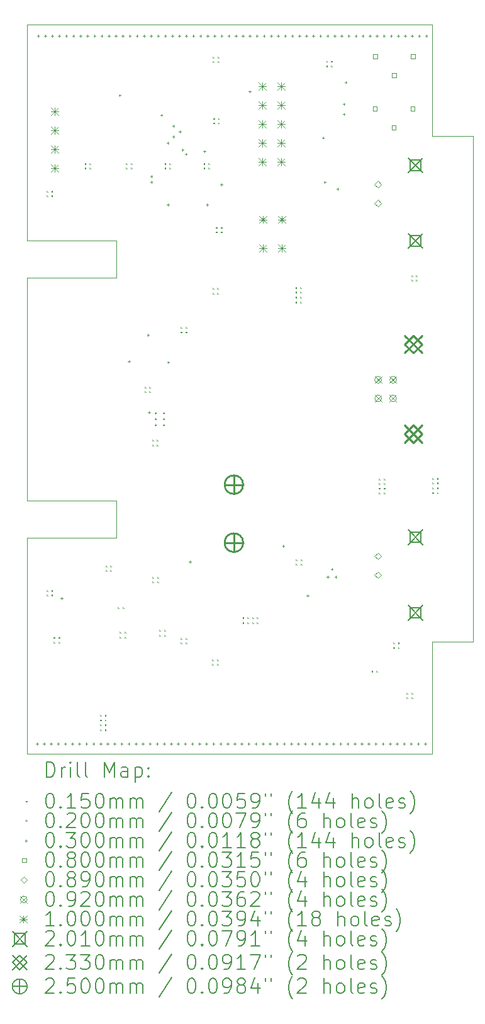
<source format=gbr>
%TF.GenerationSoftware,KiCad,Pcbnew,8.0.0*%
%TF.CreationDate,2024-10-24T21:58:10+02:00*%
%TF.ProjectId,Profiler energetyczny urz_dze_ IoT,50726f66-696c-4657-9220-656e65726765,rev?*%
%TF.SameCoordinates,Original*%
%TF.FileFunction,Drillmap*%
%TF.FilePolarity,Positive*%
%FSLAX45Y45*%
G04 Gerber Fmt 4.5, Leading zero omitted, Abs format (unit mm)*
G04 Created by KiCad (PCBNEW 8.0.0) date 2024-10-24 21:58:10*
%MOMM*%
%LPD*%
G01*
G04 APERTURE LIST*
%ADD10C,0.050000*%
%ADD11C,0.200000*%
%ADD12C,0.100000*%
%ADD13C,0.201000*%
%ADD14C,0.233000*%
%ADD15C,0.250000*%
G04 APERTURE END LIST*
D10*
X14950000Y-16325000D02*
X14950000Y-14825000D01*
X9500000Y-16325000D02*
X9500000Y-13425000D01*
X9500000Y-9425000D02*
X9500000Y-6525000D01*
X14950000Y-14825000D02*
X15500000Y-14825000D01*
X9500000Y-9925000D02*
X10700000Y-9925000D01*
X10700000Y-13425000D02*
X10700000Y-12925000D01*
X10700000Y-12925000D02*
X9500000Y-12925000D01*
X10700000Y-9425000D02*
X9500000Y-9425000D01*
X9500000Y-12925000D02*
X9500000Y-9925000D01*
X14950000Y-6525000D02*
X14950000Y-8025000D01*
X9500000Y-13425000D02*
X10700000Y-13425000D01*
X9500000Y-6525000D02*
X14950000Y-6525000D01*
X10700000Y-9925000D02*
X10700000Y-9425000D01*
X14950000Y-16325000D02*
X9500000Y-16325000D01*
X14950000Y-8025000D02*
X15500000Y-8025000D01*
X15500000Y-8025000D02*
X15500000Y-14825000D01*
D11*
D12*
X9757500Y-8762500D02*
X9772500Y-8777500D01*
X9772500Y-8762500D02*
X9757500Y-8777500D01*
X9757500Y-8822500D02*
X9772500Y-8837500D01*
X9772500Y-8822500D02*
X9757500Y-8837500D01*
X9757500Y-14128750D02*
X9772500Y-14143750D01*
X9772500Y-14128750D02*
X9757500Y-14143750D01*
X9757500Y-14188750D02*
X9772500Y-14203750D01*
X9772500Y-14188750D02*
X9757500Y-14203750D01*
X9822500Y-8762500D02*
X9837500Y-8777500D01*
X9837500Y-8762500D02*
X9822500Y-8777500D01*
X9822500Y-8822500D02*
X9837500Y-8837500D01*
X9837500Y-8822500D02*
X9822500Y-8837500D01*
X9822500Y-14128750D02*
X9837500Y-14143750D01*
X9837500Y-14128750D02*
X9822500Y-14143750D01*
X9822500Y-14188750D02*
X9837500Y-14203750D01*
X9837500Y-14188750D02*
X9822500Y-14203750D01*
X9852500Y-14758750D02*
X9867500Y-14773750D01*
X9867500Y-14758750D02*
X9852500Y-14773750D01*
X9852500Y-14823750D02*
X9867500Y-14838750D01*
X9867500Y-14823750D02*
X9852500Y-14838750D01*
X9917500Y-14758750D02*
X9932500Y-14773750D01*
X9932500Y-14758750D02*
X9917500Y-14773750D01*
X9917500Y-14823750D02*
X9932500Y-14838750D01*
X9932500Y-14823750D02*
X9917500Y-14838750D01*
X10272500Y-8387500D02*
X10287500Y-8402500D01*
X10287500Y-8387500D02*
X10272500Y-8402500D01*
X10272500Y-8447500D02*
X10287500Y-8462500D01*
X10287500Y-8447500D02*
X10272500Y-8462500D01*
X10337500Y-8387500D02*
X10352500Y-8402500D01*
X10352500Y-8387500D02*
X10337500Y-8402500D01*
X10337500Y-8447500D02*
X10352500Y-8462500D01*
X10352500Y-8447500D02*
X10337500Y-8462500D01*
X10477500Y-15807500D02*
X10492500Y-15822500D01*
X10492500Y-15807500D02*
X10477500Y-15822500D01*
X10477500Y-15867500D02*
X10492500Y-15882500D01*
X10492500Y-15867500D02*
X10477500Y-15882500D01*
X10477500Y-15932500D02*
X10492500Y-15947500D01*
X10492500Y-15932500D02*
X10477500Y-15947500D01*
X10477500Y-15997500D02*
X10492500Y-16012500D01*
X10492500Y-15997500D02*
X10477500Y-16012500D01*
X10542500Y-15807500D02*
X10557500Y-15822500D01*
X10557500Y-15807500D02*
X10542500Y-15822500D01*
X10542500Y-15867500D02*
X10557500Y-15882500D01*
X10557500Y-15867500D02*
X10542500Y-15882500D01*
X10542500Y-15932500D02*
X10557500Y-15947500D01*
X10557500Y-15932500D02*
X10542500Y-15947500D01*
X10542500Y-15997500D02*
X10557500Y-16012500D01*
X10557500Y-15997500D02*
X10542500Y-16012500D01*
X10552500Y-13798750D02*
X10567500Y-13813750D01*
X10567500Y-13798750D02*
X10552500Y-13813750D01*
X10552500Y-13858750D02*
X10567500Y-13873750D01*
X10567500Y-13858750D02*
X10552500Y-13873750D01*
X10617500Y-13798750D02*
X10632500Y-13813750D01*
X10632500Y-13798750D02*
X10617500Y-13813750D01*
X10617500Y-13858750D02*
X10632500Y-13873750D01*
X10632500Y-13858750D02*
X10617500Y-13873750D01*
X10717500Y-14358750D02*
X10732500Y-14373750D01*
X10732500Y-14358750D02*
X10717500Y-14373750D01*
X10742500Y-14688750D02*
X10757500Y-14703750D01*
X10757500Y-14688750D02*
X10742500Y-14703750D01*
X10742500Y-14753750D02*
X10757500Y-14768750D01*
X10757500Y-14753750D02*
X10742500Y-14768750D01*
X10782500Y-14358750D02*
X10797500Y-14373750D01*
X10797500Y-14358750D02*
X10782500Y-14373750D01*
X10807500Y-14688750D02*
X10822500Y-14703750D01*
X10822500Y-14688750D02*
X10807500Y-14703750D01*
X10807500Y-14753750D02*
X10822500Y-14768750D01*
X10822500Y-14753750D02*
X10807500Y-14768750D01*
X10827500Y-8387500D02*
X10842500Y-8402500D01*
X10842500Y-8387500D02*
X10827500Y-8402500D01*
X10827500Y-8447500D02*
X10842500Y-8462500D01*
X10842500Y-8447500D02*
X10827500Y-8462500D01*
X10892500Y-8387500D02*
X10907500Y-8402500D01*
X10907500Y-8387500D02*
X10892500Y-8402500D01*
X10892500Y-8447500D02*
X10907500Y-8462500D01*
X10907500Y-8447500D02*
X10892500Y-8462500D01*
X11077500Y-11392500D02*
X11092500Y-11407500D01*
X11092500Y-11392500D02*
X11077500Y-11407500D01*
X11077500Y-11452500D02*
X11092500Y-11467500D01*
X11092500Y-11452500D02*
X11077500Y-11467500D01*
X11142500Y-11392500D02*
X11157500Y-11407500D01*
X11157500Y-11392500D02*
X11142500Y-11407500D01*
X11142500Y-11452500D02*
X11157500Y-11467500D01*
X11157500Y-11452500D02*
X11142500Y-11467500D01*
X11182500Y-13948750D02*
X11197500Y-13963750D01*
X11197500Y-13948750D02*
X11182500Y-13963750D01*
X11182500Y-14008750D02*
X11197500Y-14023750D01*
X11197500Y-14008750D02*
X11182500Y-14023750D01*
X11184000Y-12106250D02*
X11199000Y-12121250D01*
X11199000Y-12106250D02*
X11184000Y-12121250D01*
X11184000Y-12171250D02*
X11199000Y-12186250D01*
X11199000Y-12171250D02*
X11184000Y-12186250D01*
X11244000Y-12106250D02*
X11259000Y-12121250D01*
X11259000Y-12106250D02*
X11244000Y-12121250D01*
X11244000Y-12171250D02*
X11259000Y-12186250D01*
X11259000Y-12171250D02*
X11244000Y-12186250D01*
X11247500Y-13948750D02*
X11262500Y-13963750D01*
X11262500Y-13948750D02*
X11247500Y-13963750D01*
X11247500Y-14008750D02*
X11262500Y-14023750D01*
X11262500Y-14008750D02*
X11247500Y-14023750D01*
X11277500Y-14663750D02*
X11292500Y-14678750D01*
X11292500Y-14663750D02*
X11277500Y-14678750D01*
X11277500Y-14728750D02*
X11292500Y-14743750D01*
X11292500Y-14728750D02*
X11277500Y-14743750D01*
X11342500Y-14663750D02*
X11357500Y-14678750D01*
X11357500Y-14663750D02*
X11342500Y-14678750D01*
X11342500Y-14728750D02*
X11357500Y-14743750D01*
X11357500Y-14728750D02*
X11342500Y-14743750D01*
X11347500Y-8387500D02*
X11362500Y-8402500D01*
X11362500Y-8387500D02*
X11347500Y-8402500D01*
X11347500Y-8447500D02*
X11362500Y-8462500D01*
X11362500Y-8447500D02*
X11347500Y-8462500D01*
X11412500Y-8387500D02*
X11427500Y-8402500D01*
X11427500Y-8387500D02*
X11412500Y-8402500D01*
X11412500Y-8447500D02*
X11427500Y-8462500D01*
X11427500Y-8447500D02*
X11412500Y-8462500D01*
X11562500Y-10587500D02*
X11577500Y-10602500D01*
X11577500Y-10587500D02*
X11562500Y-10602500D01*
X11562500Y-10652500D02*
X11577500Y-10667500D01*
X11577500Y-10652500D02*
X11562500Y-10667500D01*
X11562500Y-14768750D02*
X11577500Y-14783750D01*
X11577500Y-14768750D02*
X11562500Y-14783750D01*
X11562500Y-14833750D02*
X11577500Y-14848750D01*
X11577500Y-14833750D02*
X11562500Y-14848750D01*
X11627500Y-10587500D02*
X11642500Y-10602500D01*
X11642500Y-10587500D02*
X11627500Y-10602500D01*
X11627500Y-10652500D02*
X11642500Y-10667500D01*
X11642500Y-10652500D02*
X11627500Y-10667500D01*
X11627500Y-14768750D02*
X11642500Y-14783750D01*
X11642500Y-14768750D02*
X11627500Y-14783750D01*
X11627500Y-14833750D02*
X11642500Y-14848750D01*
X11642500Y-14833750D02*
X11627500Y-14848750D01*
X11872500Y-8387500D02*
X11887500Y-8402500D01*
X11887500Y-8387500D02*
X11872500Y-8402500D01*
X11872500Y-8447500D02*
X11887500Y-8462500D01*
X11887500Y-8447500D02*
X11872500Y-8462500D01*
X11937500Y-8387500D02*
X11952500Y-8402500D01*
X11952500Y-8387500D02*
X11937500Y-8402500D01*
X11937500Y-8447500D02*
X11952500Y-8462500D01*
X11952500Y-8447500D02*
X11937500Y-8462500D01*
X11987500Y-15058750D02*
X12002500Y-15073750D01*
X12002500Y-15058750D02*
X11987500Y-15073750D01*
X11987500Y-15118750D02*
X12002500Y-15133750D01*
X12002500Y-15118750D02*
X11987500Y-15133750D01*
X11992500Y-10066250D02*
X12007500Y-10081250D01*
X12007500Y-10066250D02*
X11992500Y-10081250D01*
X11992500Y-10131250D02*
X12007500Y-10146250D01*
X12007500Y-10131250D02*
X11992500Y-10146250D01*
X11997500Y-6957500D02*
X12012500Y-6972500D01*
X12012500Y-6957500D02*
X11997500Y-6972500D01*
X11997500Y-7017500D02*
X12012500Y-7032500D01*
X12012500Y-7017500D02*
X11997500Y-7032500D01*
X12002500Y-7782500D02*
X12017500Y-7797500D01*
X12017500Y-7782500D02*
X12002500Y-7797500D01*
X12002500Y-7842500D02*
X12017500Y-7857500D01*
X12017500Y-7842500D02*
X12002500Y-7857500D01*
X12037500Y-9247500D02*
X12052500Y-9262500D01*
X12052500Y-9247500D02*
X12037500Y-9262500D01*
X12037500Y-9307500D02*
X12052500Y-9322500D01*
X12052500Y-9307500D02*
X12037500Y-9322500D01*
X12052500Y-10066250D02*
X12067500Y-10081250D01*
X12067500Y-10066250D02*
X12052500Y-10081250D01*
X12052500Y-10131250D02*
X12067500Y-10146250D01*
X12067500Y-10131250D02*
X12052500Y-10146250D01*
X12052500Y-15058750D02*
X12067500Y-15073750D01*
X12067500Y-15058750D02*
X12052500Y-15073750D01*
X12052500Y-15118750D02*
X12067500Y-15133750D01*
X12067500Y-15118750D02*
X12052500Y-15133750D01*
X12062500Y-6957500D02*
X12077500Y-6972500D01*
X12077500Y-6957500D02*
X12062500Y-6972500D01*
X12062500Y-7017500D02*
X12077500Y-7032500D01*
X12077500Y-7017500D02*
X12062500Y-7032500D01*
X12067500Y-7782500D02*
X12082500Y-7797500D01*
X12082500Y-7782500D02*
X12067500Y-7797500D01*
X12067500Y-7842500D02*
X12082500Y-7857500D01*
X12082500Y-7842500D02*
X12067500Y-7857500D01*
X12102500Y-9247500D02*
X12117500Y-9262500D01*
X12117500Y-9247500D02*
X12102500Y-9262500D01*
X12102500Y-9307500D02*
X12117500Y-9322500D01*
X12117500Y-9307500D02*
X12102500Y-9322500D01*
X12397500Y-14492500D02*
X12412500Y-14507500D01*
X12412500Y-14492500D02*
X12397500Y-14507500D01*
X12397500Y-14557500D02*
X12412500Y-14572500D01*
X12412500Y-14557500D02*
X12397500Y-14572500D01*
X12462500Y-14492500D02*
X12477500Y-14507500D01*
X12477500Y-14492500D02*
X12462500Y-14507500D01*
X12462500Y-14557500D02*
X12477500Y-14572500D01*
X12477500Y-14557500D02*
X12462500Y-14572500D01*
X12527500Y-14492500D02*
X12542500Y-14507500D01*
X12542500Y-14492500D02*
X12527500Y-14507500D01*
X12527500Y-14557500D02*
X12542500Y-14572500D01*
X12542500Y-14557500D02*
X12527500Y-14572500D01*
X12587500Y-14492500D02*
X12602500Y-14507500D01*
X12602500Y-14492500D02*
X12587500Y-14507500D01*
X12587500Y-14557500D02*
X12602500Y-14572500D01*
X12602500Y-14557500D02*
X12587500Y-14572500D01*
X13107500Y-10057500D02*
X13122500Y-10072500D01*
X13122500Y-10057500D02*
X13107500Y-10072500D01*
X13107500Y-10117500D02*
X13122500Y-10132500D01*
X13122500Y-10117500D02*
X13107500Y-10132500D01*
X13107500Y-10182500D02*
X13122500Y-10197500D01*
X13122500Y-10182500D02*
X13107500Y-10197500D01*
X13107500Y-10247500D02*
X13122500Y-10262500D01*
X13122500Y-10247500D02*
X13107500Y-10262500D01*
X13112500Y-13712500D02*
X13127500Y-13727500D01*
X13127500Y-13712500D02*
X13112500Y-13727500D01*
X13112500Y-13772500D02*
X13127500Y-13787500D01*
X13127500Y-13772500D02*
X13112500Y-13787500D01*
X13172500Y-10057500D02*
X13187500Y-10072500D01*
X13187500Y-10057500D02*
X13172500Y-10072500D01*
X13172500Y-10117500D02*
X13187500Y-10132500D01*
X13187500Y-10117500D02*
X13172500Y-10132500D01*
X13172500Y-10182500D02*
X13187500Y-10197500D01*
X13187500Y-10182500D02*
X13172500Y-10197500D01*
X13172500Y-10247500D02*
X13187500Y-10262500D01*
X13187500Y-10247500D02*
X13172500Y-10262500D01*
X13177500Y-13712500D02*
X13192500Y-13727500D01*
X13192500Y-13712500D02*
X13177500Y-13727500D01*
X13177500Y-13772500D02*
X13192500Y-13787500D01*
X13192500Y-13772500D02*
X13177500Y-13787500D01*
X13522500Y-7012500D02*
X13537500Y-7027500D01*
X13537500Y-7012500D02*
X13522500Y-7027500D01*
X13522500Y-7072500D02*
X13537500Y-7087500D01*
X13537500Y-7072500D02*
X13522500Y-7087500D01*
X13587500Y-7012500D02*
X13602500Y-7027500D01*
X13602500Y-7012500D02*
X13587500Y-7027500D01*
X13587500Y-7072500D02*
X13602500Y-7087500D01*
X13602500Y-7072500D02*
X13587500Y-7087500D01*
X14132500Y-15212500D02*
X14147500Y-15227500D01*
X14147500Y-15212500D02*
X14132500Y-15227500D01*
X14197500Y-15212500D02*
X14212500Y-15227500D01*
X14212500Y-15212500D02*
X14197500Y-15227500D01*
X14232500Y-12627500D02*
X14247500Y-12642500D01*
X14247500Y-12627500D02*
X14232500Y-12642500D01*
X14232500Y-12687500D02*
X14247500Y-12702500D01*
X14247500Y-12687500D02*
X14232500Y-12702500D01*
X14232500Y-12752500D02*
X14247500Y-12767500D01*
X14247500Y-12752500D02*
X14232500Y-12767500D01*
X14232500Y-12817500D02*
X14247500Y-12832500D01*
X14247500Y-12817500D02*
X14232500Y-12832500D01*
X14297500Y-12627500D02*
X14312500Y-12642500D01*
X14312500Y-12627500D02*
X14297500Y-12642500D01*
X14297500Y-12687500D02*
X14312500Y-12702500D01*
X14312500Y-12687500D02*
X14297500Y-12702500D01*
X14297500Y-12752500D02*
X14312500Y-12767500D01*
X14312500Y-12752500D02*
X14297500Y-12767500D01*
X14297500Y-12817500D02*
X14312500Y-12832500D01*
X14312500Y-12817500D02*
X14297500Y-12832500D01*
X14427500Y-14830000D02*
X14442500Y-14845000D01*
X14442500Y-14830000D02*
X14427500Y-14845000D01*
X14427500Y-14895000D02*
X14442500Y-14910000D01*
X14442500Y-14895000D02*
X14427500Y-14910000D01*
X14487500Y-14830000D02*
X14502500Y-14845000D01*
X14502500Y-14830000D02*
X14487500Y-14845000D01*
X14487500Y-14895000D02*
X14502500Y-14910000D01*
X14502500Y-14895000D02*
X14487500Y-14910000D01*
X14602500Y-15507500D02*
X14617500Y-15522500D01*
X14617500Y-15507500D02*
X14602500Y-15522500D01*
X14602500Y-15567500D02*
X14617500Y-15582500D01*
X14617500Y-15567500D02*
X14602500Y-15582500D01*
X14667500Y-9897500D02*
X14682500Y-9912500D01*
X14682500Y-9897500D02*
X14667500Y-9912500D01*
X14667500Y-9957500D02*
X14682500Y-9972500D01*
X14682500Y-9957500D02*
X14667500Y-9972500D01*
X14667500Y-15507500D02*
X14682500Y-15522500D01*
X14682500Y-15507500D02*
X14667500Y-15522500D01*
X14667500Y-15567500D02*
X14682500Y-15582500D01*
X14682500Y-15567500D02*
X14667500Y-15582500D01*
X14732500Y-9897500D02*
X14747500Y-9912500D01*
X14747500Y-9897500D02*
X14732500Y-9912500D01*
X14732500Y-9957500D02*
X14747500Y-9972500D01*
X14747500Y-9957500D02*
X14732500Y-9972500D01*
X14947500Y-12622500D02*
X14962500Y-12637500D01*
X14962500Y-12622500D02*
X14947500Y-12637500D01*
X14947500Y-12682500D02*
X14962500Y-12697500D01*
X14962500Y-12682500D02*
X14947500Y-12697500D01*
X14947500Y-12747500D02*
X14962500Y-12762500D01*
X14962500Y-12747500D02*
X14947500Y-12762500D01*
X14947500Y-12812500D02*
X14962500Y-12827500D01*
X14962500Y-12812500D02*
X14947500Y-12827500D01*
X15012500Y-12622500D02*
X15027500Y-12637500D01*
X15027500Y-12622500D02*
X15012500Y-12637500D01*
X15012500Y-12682500D02*
X15027500Y-12697500D01*
X15027500Y-12682500D02*
X15012500Y-12697500D01*
X15012500Y-12747500D02*
X15027500Y-12762500D01*
X15027500Y-12747500D02*
X15012500Y-12762500D01*
X15012500Y-12812500D02*
X15027500Y-12827500D01*
X15027500Y-12812500D02*
X15012500Y-12827500D01*
X11240500Y-11751500D02*
G75*
G02*
X11220500Y-11751500I-10000J0D01*
G01*
X11220500Y-11751500D02*
G75*
G02*
X11240500Y-11751500I10000J0D01*
G01*
X11240500Y-11831500D02*
G75*
G02*
X11220500Y-11831500I-10000J0D01*
G01*
X11220500Y-11831500D02*
G75*
G02*
X11240500Y-11831500I10000J0D01*
G01*
X11240500Y-11911500D02*
G75*
G02*
X11220500Y-11911500I-10000J0D01*
G01*
X11220500Y-11911500D02*
G75*
G02*
X11240500Y-11911500I10000J0D01*
G01*
X11350500Y-11751500D02*
G75*
G02*
X11330500Y-11751500I-10000J0D01*
G01*
X11330500Y-11751500D02*
G75*
G02*
X11350500Y-11751500I10000J0D01*
G01*
X11350500Y-11831500D02*
G75*
G02*
X11330500Y-11831500I-10000J0D01*
G01*
X11330500Y-11831500D02*
G75*
G02*
X11350500Y-11831500I10000J0D01*
G01*
X11350500Y-11911500D02*
G75*
G02*
X11330500Y-11911500I-10000J0D01*
G01*
X11330500Y-11911500D02*
G75*
G02*
X11350500Y-11911500I10000J0D01*
G01*
X9630000Y-16180000D02*
X9630000Y-16210000D01*
X9615000Y-16195000D02*
X9645000Y-16195000D01*
X9645000Y-6660000D02*
X9645000Y-6690000D01*
X9630000Y-6675000D02*
X9660000Y-6675000D01*
X9725000Y-16180000D02*
X9725000Y-16210000D01*
X9710000Y-16195000D02*
X9740000Y-16195000D01*
X9740000Y-6660000D02*
X9740000Y-6690000D01*
X9725000Y-6675000D02*
X9755000Y-6675000D01*
X9820000Y-16180000D02*
X9820000Y-16210000D01*
X9805000Y-16195000D02*
X9835000Y-16195000D01*
X9835000Y-6660000D02*
X9835000Y-6690000D01*
X9820000Y-6675000D02*
X9850000Y-6675000D01*
X9915000Y-16180000D02*
X9915000Y-16210000D01*
X9900000Y-16195000D02*
X9930000Y-16195000D01*
X9930000Y-6660000D02*
X9930000Y-6690000D01*
X9915000Y-6675000D02*
X9945000Y-6675000D01*
X9960000Y-14221250D02*
X9960000Y-14251250D01*
X9945000Y-14236250D02*
X9975000Y-14236250D01*
X10010000Y-16180000D02*
X10010000Y-16210000D01*
X9995000Y-16195000D02*
X10025000Y-16195000D01*
X10025000Y-6660000D02*
X10025000Y-6690000D01*
X10010000Y-6675000D02*
X10040000Y-6675000D01*
X10105000Y-16180000D02*
X10105000Y-16210000D01*
X10090000Y-16195000D02*
X10120000Y-16195000D01*
X10120000Y-6660000D02*
X10120000Y-6690000D01*
X10105000Y-6675000D02*
X10135000Y-6675000D01*
X10200000Y-16180000D02*
X10200000Y-16210000D01*
X10185000Y-16195000D02*
X10215000Y-16195000D01*
X10215000Y-6660000D02*
X10215000Y-6690000D01*
X10200000Y-6675000D02*
X10230000Y-6675000D01*
X10295000Y-16180000D02*
X10295000Y-16210000D01*
X10280000Y-16195000D02*
X10310000Y-16195000D01*
X10310000Y-6660000D02*
X10310000Y-6690000D01*
X10295000Y-6675000D02*
X10325000Y-6675000D01*
X10390000Y-16180000D02*
X10390000Y-16210000D01*
X10375000Y-16195000D02*
X10405000Y-16195000D01*
X10405000Y-6660000D02*
X10405000Y-6690000D01*
X10390000Y-6675000D02*
X10420000Y-6675000D01*
X10485000Y-16180000D02*
X10485000Y-16210000D01*
X10470000Y-16195000D02*
X10500000Y-16195000D01*
X10500000Y-6660000D02*
X10500000Y-6690000D01*
X10485000Y-6675000D02*
X10515000Y-6675000D01*
X10580000Y-16180000D02*
X10580000Y-16210000D01*
X10565000Y-16195000D02*
X10595000Y-16195000D01*
X10595000Y-6660000D02*
X10595000Y-6690000D01*
X10580000Y-6675000D02*
X10610000Y-6675000D01*
X10675000Y-16180000D02*
X10675000Y-16210000D01*
X10660000Y-16195000D02*
X10690000Y-16195000D01*
X10690000Y-6660000D02*
X10690000Y-6690000D01*
X10675000Y-6675000D02*
X10705000Y-6675000D01*
X10744510Y-7460000D02*
X10744510Y-7490000D01*
X10729510Y-7475000D02*
X10759510Y-7475000D01*
X10770000Y-16180000D02*
X10770000Y-16210000D01*
X10755000Y-16195000D02*
X10785000Y-16195000D01*
X10785000Y-6660000D02*
X10785000Y-6690000D01*
X10770000Y-6675000D02*
X10800000Y-6675000D01*
X10865000Y-16180000D02*
X10865000Y-16210000D01*
X10850000Y-16195000D02*
X10880000Y-16195000D01*
X10870000Y-11035000D02*
X10870000Y-11065000D01*
X10855000Y-11050000D02*
X10885000Y-11050000D01*
X10880000Y-6660000D02*
X10880000Y-6690000D01*
X10865000Y-6675000D02*
X10895000Y-6675000D01*
X10960000Y-16180000D02*
X10960000Y-16210000D01*
X10945000Y-16195000D02*
X10975000Y-16195000D01*
X10975000Y-6660000D02*
X10975000Y-6690000D01*
X10960000Y-6675000D02*
X10990000Y-6675000D01*
X11055000Y-16180000D02*
X11055000Y-16210000D01*
X11040000Y-16195000D02*
X11070000Y-16195000D01*
X11070000Y-6660000D02*
X11070000Y-6690000D01*
X11055000Y-6675000D02*
X11085000Y-6675000D01*
X11125000Y-10685000D02*
X11125000Y-10715000D01*
X11110000Y-10700000D02*
X11140000Y-10700000D01*
X11140000Y-11721500D02*
X11140000Y-11751500D01*
X11125000Y-11736500D02*
X11155000Y-11736500D01*
X11150000Y-16180000D02*
X11150000Y-16210000D01*
X11135000Y-16195000D02*
X11165000Y-16195000D01*
X11165000Y-6660000D02*
X11165000Y-6690000D01*
X11150000Y-6675000D02*
X11180000Y-6675000D01*
X11170000Y-8550000D02*
X11170000Y-8580000D01*
X11155000Y-8565000D02*
X11185000Y-8565000D01*
X11170000Y-8625000D02*
X11170000Y-8655000D01*
X11155000Y-8640000D02*
X11185000Y-8640000D01*
X11245000Y-16180000D02*
X11245000Y-16210000D01*
X11230000Y-16195000D02*
X11260000Y-16195000D01*
X11260000Y-6660000D02*
X11260000Y-6690000D01*
X11245000Y-6675000D02*
X11275000Y-6675000D01*
X11305000Y-7725000D02*
X11305000Y-7755000D01*
X11290000Y-7740000D02*
X11320000Y-7740000D01*
X11340000Y-16180000D02*
X11340000Y-16210000D01*
X11325000Y-16195000D02*
X11355000Y-16195000D01*
X11355000Y-6660000D02*
X11355000Y-6690000D01*
X11340000Y-6675000D02*
X11370000Y-6675000D01*
X11390000Y-8100000D02*
X11390000Y-8130000D01*
X11375000Y-8115000D02*
X11405000Y-8115000D01*
X11392750Y-8930000D02*
X11392750Y-8960000D01*
X11377750Y-8945000D02*
X11407750Y-8945000D01*
X11395000Y-11050000D02*
X11395000Y-11080000D01*
X11380000Y-11065000D02*
X11410000Y-11065000D01*
X11435000Y-16180000D02*
X11435000Y-16210000D01*
X11420000Y-16195000D02*
X11450000Y-16195000D01*
X11450000Y-6660000D02*
X11450000Y-6690000D01*
X11435000Y-6675000D02*
X11465000Y-6675000D01*
X11465000Y-7873860D02*
X11465000Y-7903860D01*
X11450000Y-7888860D02*
X11480000Y-7888860D01*
X11465000Y-8015000D02*
X11465000Y-8045000D01*
X11450000Y-8030000D02*
X11480000Y-8030000D01*
X11530000Y-16180000D02*
X11530000Y-16210000D01*
X11515000Y-16195000D02*
X11545000Y-16195000D01*
X11545000Y-6660000D02*
X11545000Y-6690000D01*
X11530000Y-6675000D02*
X11560000Y-6675000D01*
X11555000Y-7950000D02*
X11555000Y-7980000D01*
X11540000Y-7965000D02*
X11570000Y-7965000D01*
X11590000Y-8195000D02*
X11590000Y-8225000D01*
X11575000Y-8210000D02*
X11605000Y-8210000D01*
X11625000Y-16180000D02*
X11625000Y-16210000D01*
X11610000Y-16195000D02*
X11640000Y-16195000D01*
X11635000Y-8250000D02*
X11635000Y-8280000D01*
X11620000Y-8265000D02*
X11650000Y-8265000D01*
X11640000Y-6660000D02*
X11640000Y-6690000D01*
X11625000Y-6675000D02*
X11655000Y-6675000D01*
X11690000Y-13731250D02*
X11690000Y-13761250D01*
X11675000Y-13746250D02*
X11705000Y-13746250D01*
X11720000Y-16180000D02*
X11720000Y-16210000D01*
X11705000Y-16195000D02*
X11735000Y-16195000D01*
X11735000Y-6660000D02*
X11735000Y-6690000D01*
X11720000Y-6675000D02*
X11750000Y-6675000D01*
X11815000Y-16180000D02*
X11815000Y-16210000D01*
X11800000Y-16195000D02*
X11830000Y-16195000D01*
X11830000Y-6660000D02*
X11830000Y-6690000D01*
X11815000Y-6675000D02*
X11845000Y-6675000D01*
X11885000Y-8215000D02*
X11885000Y-8245000D01*
X11870000Y-8230000D02*
X11900000Y-8230000D01*
X11910000Y-16180000D02*
X11910000Y-16210000D01*
X11895000Y-16195000D02*
X11925000Y-16195000D01*
X11920000Y-8930000D02*
X11920000Y-8960000D01*
X11905000Y-8945000D02*
X11935000Y-8945000D01*
X11925000Y-6660000D02*
X11925000Y-6690000D01*
X11910000Y-6675000D02*
X11940000Y-6675000D01*
X12005000Y-16180000D02*
X12005000Y-16210000D01*
X11990000Y-16195000D02*
X12020000Y-16195000D01*
X12020000Y-6660000D02*
X12020000Y-6690000D01*
X12005000Y-6675000D02*
X12035000Y-6675000D01*
X12100000Y-16180000D02*
X12100000Y-16210000D01*
X12085000Y-16195000D02*
X12115000Y-16195000D01*
X12112750Y-8660000D02*
X12112750Y-8690000D01*
X12097750Y-8675000D02*
X12127750Y-8675000D01*
X12115000Y-6660000D02*
X12115000Y-6690000D01*
X12100000Y-6675000D02*
X12130000Y-6675000D01*
X12195000Y-16180000D02*
X12195000Y-16210000D01*
X12180000Y-16195000D02*
X12210000Y-16195000D01*
X12210000Y-6660000D02*
X12210000Y-6690000D01*
X12195000Y-6675000D02*
X12225000Y-6675000D01*
X12290000Y-16180000D02*
X12290000Y-16210000D01*
X12275000Y-16195000D02*
X12305000Y-16195000D01*
X12305000Y-6660000D02*
X12305000Y-6690000D01*
X12290000Y-6675000D02*
X12320000Y-6675000D01*
X12385000Y-16180000D02*
X12385000Y-16210000D01*
X12370000Y-16195000D02*
X12400000Y-16195000D01*
X12400000Y-6660000D02*
X12400000Y-6690000D01*
X12385000Y-6675000D02*
X12415000Y-6675000D01*
X12480000Y-16180000D02*
X12480000Y-16210000D01*
X12465000Y-16195000D02*
X12495000Y-16195000D01*
X12495000Y-6660000D02*
X12495000Y-6690000D01*
X12480000Y-6675000D02*
X12510000Y-6675000D01*
X12495000Y-7410000D02*
X12495000Y-7440000D01*
X12480000Y-7425000D02*
X12510000Y-7425000D01*
X12575000Y-16180000D02*
X12575000Y-16210000D01*
X12560000Y-16195000D02*
X12590000Y-16195000D01*
X12590000Y-6660000D02*
X12590000Y-6690000D01*
X12575000Y-6675000D02*
X12605000Y-6675000D01*
X12670000Y-16180000D02*
X12670000Y-16210000D01*
X12655000Y-16195000D02*
X12685000Y-16195000D01*
X12685000Y-6660000D02*
X12685000Y-6690000D01*
X12670000Y-6675000D02*
X12700000Y-6675000D01*
X12765000Y-16180000D02*
X12765000Y-16210000D01*
X12750000Y-16195000D02*
X12780000Y-16195000D01*
X12780000Y-6660000D02*
X12780000Y-6690000D01*
X12765000Y-6675000D02*
X12795000Y-6675000D01*
X12860000Y-16180000D02*
X12860000Y-16210000D01*
X12845000Y-16195000D02*
X12875000Y-16195000D01*
X12875000Y-6660000D02*
X12875000Y-6690000D01*
X12860000Y-6675000D02*
X12890000Y-6675000D01*
X12945000Y-13520000D02*
X12945000Y-13550000D01*
X12930000Y-13535000D02*
X12960000Y-13535000D01*
X12955000Y-16180000D02*
X12955000Y-16210000D01*
X12940000Y-16195000D02*
X12970000Y-16195000D01*
X12970000Y-6660000D02*
X12970000Y-6690000D01*
X12955000Y-6675000D02*
X12985000Y-6675000D01*
X13050000Y-16180000D02*
X13050000Y-16210000D01*
X13035000Y-16195000D02*
X13065000Y-16195000D01*
X13065000Y-6660000D02*
X13065000Y-6690000D01*
X13050000Y-6675000D02*
X13080000Y-6675000D01*
X13145000Y-16180000D02*
X13145000Y-16210000D01*
X13130000Y-16195000D02*
X13160000Y-16195000D01*
X13160000Y-6660000D02*
X13160000Y-6690000D01*
X13145000Y-6675000D02*
X13175000Y-6675000D01*
X13240000Y-16180000D02*
X13240000Y-16210000D01*
X13225000Y-16195000D02*
X13255000Y-16195000D01*
X13255000Y-6660000D02*
X13255000Y-6690000D01*
X13240000Y-6675000D02*
X13270000Y-6675000D01*
X13270000Y-14185000D02*
X13270000Y-14215000D01*
X13255000Y-14200000D02*
X13285000Y-14200000D01*
X13335000Y-16180000D02*
X13335000Y-16210000D01*
X13320000Y-16195000D02*
X13350000Y-16195000D01*
X13350000Y-6660000D02*
X13350000Y-6690000D01*
X13335000Y-6675000D02*
X13365000Y-6675000D01*
X13430000Y-16180000D02*
X13430000Y-16210000D01*
X13415000Y-16195000D02*
X13445000Y-16195000D01*
X13445000Y-6660000D02*
X13445000Y-6690000D01*
X13430000Y-6675000D02*
X13460000Y-6675000D01*
X13480000Y-8030000D02*
X13480000Y-8060000D01*
X13465000Y-8045000D02*
X13495000Y-8045000D01*
X13505000Y-8630000D02*
X13505000Y-8660000D01*
X13490000Y-8645000D02*
X13520000Y-8645000D01*
X13525000Y-16180000D02*
X13525000Y-16210000D01*
X13510000Y-16195000D02*
X13540000Y-16195000D01*
X13540000Y-6660000D02*
X13540000Y-6690000D01*
X13525000Y-6675000D02*
X13555000Y-6675000D01*
X13545000Y-13935000D02*
X13545000Y-13965000D01*
X13530000Y-13950000D02*
X13560000Y-13950000D01*
X13600000Y-13830000D02*
X13600000Y-13860000D01*
X13585000Y-13845000D02*
X13615000Y-13845000D01*
X13620000Y-16180000D02*
X13620000Y-16210000D01*
X13605000Y-16195000D02*
X13635000Y-16195000D01*
X13635000Y-6660000D02*
X13635000Y-6690000D01*
X13620000Y-6675000D02*
X13650000Y-6675000D01*
X13650000Y-13935000D02*
X13650000Y-13965000D01*
X13635000Y-13950000D02*
X13665000Y-13950000D01*
X13675000Y-8720000D02*
X13675000Y-8750000D01*
X13660000Y-8735000D02*
X13690000Y-8735000D01*
X13715000Y-16180000D02*
X13715000Y-16210000D01*
X13700000Y-16195000D02*
X13730000Y-16195000D01*
X13730000Y-6660000D02*
X13730000Y-6690000D01*
X13715000Y-6675000D02*
X13745000Y-6675000D01*
X13760000Y-7580000D02*
X13760000Y-7610000D01*
X13745000Y-7595000D02*
X13775000Y-7595000D01*
X13760000Y-7715000D02*
X13760000Y-7745000D01*
X13745000Y-7730000D02*
X13775000Y-7730000D01*
X13785000Y-7285000D02*
X13785000Y-7315000D01*
X13770000Y-7300000D02*
X13800000Y-7300000D01*
X13810000Y-16180000D02*
X13810000Y-16210000D01*
X13795000Y-16195000D02*
X13825000Y-16195000D01*
X13825000Y-6660000D02*
X13825000Y-6690000D01*
X13810000Y-6675000D02*
X13840000Y-6675000D01*
X13905000Y-16180000D02*
X13905000Y-16210000D01*
X13890000Y-16195000D02*
X13920000Y-16195000D01*
X13920000Y-6660000D02*
X13920000Y-6690000D01*
X13905000Y-6675000D02*
X13935000Y-6675000D01*
X14000000Y-16180000D02*
X14000000Y-16210000D01*
X13985000Y-16195000D02*
X14015000Y-16195000D01*
X14015000Y-6660000D02*
X14015000Y-6690000D01*
X14000000Y-6675000D02*
X14030000Y-6675000D01*
X14095000Y-16180000D02*
X14095000Y-16210000D01*
X14080000Y-16195000D02*
X14110000Y-16195000D01*
X14110000Y-6660000D02*
X14110000Y-6690000D01*
X14095000Y-6675000D02*
X14125000Y-6675000D01*
X14190000Y-16180000D02*
X14190000Y-16210000D01*
X14175000Y-16195000D02*
X14205000Y-16195000D01*
X14205000Y-6660000D02*
X14205000Y-6690000D01*
X14190000Y-6675000D02*
X14220000Y-6675000D01*
X14285000Y-16180000D02*
X14285000Y-16210000D01*
X14270000Y-16195000D02*
X14300000Y-16195000D01*
X14300000Y-6660000D02*
X14300000Y-6690000D01*
X14285000Y-6675000D02*
X14315000Y-6675000D01*
X14380000Y-16180000D02*
X14380000Y-16210000D01*
X14365000Y-16195000D02*
X14395000Y-16195000D01*
X14395000Y-6660000D02*
X14395000Y-6690000D01*
X14380000Y-6675000D02*
X14410000Y-6675000D01*
X14475000Y-16180000D02*
X14475000Y-16210000D01*
X14460000Y-16195000D02*
X14490000Y-16195000D01*
X14490000Y-6660000D02*
X14490000Y-6690000D01*
X14475000Y-6675000D02*
X14505000Y-6675000D01*
X14570000Y-16180000D02*
X14570000Y-16210000D01*
X14555000Y-16195000D02*
X14585000Y-16195000D01*
X14585000Y-6660000D02*
X14585000Y-6690000D01*
X14570000Y-6675000D02*
X14600000Y-6675000D01*
X14665000Y-16180000D02*
X14665000Y-16210000D01*
X14650000Y-16195000D02*
X14680000Y-16195000D01*
X14680000Y-6660000D02*
X14680000Y-6690000D01*
X14665000Y-6675000D02*
X14695000Y-6675000D01*
X14760000Y-16180000D02*
X14760000Y-16210000D01*
X14745000Y-16195000D02*
X14775000Y-16195000D01*
X14775000Y-6660000D02*
X14775000Y-6690000D01*
X14760000Y-6675000D02*
X14790000Y-6675000D01*
X14855000Y-16180000D02*
X14855000Y-16210000D01*
X14840000Y-16195000D02*
X14870000Y-16195000D01*
X14870000Y-6660000D02*
X14870000Y-6690000D01*
X14855000Y-6675000D02*
X14885000Y-6675000D01*
X14207784Y-7680784D02*
X14207784Y-7624215D01*
X14151215Y-7624215D01*
X14151215Y-7680784D01*
X14207784Y-7680784D01*
X14210284Y-6978284D02*
X14210284Y-6921715D01*
X14153715Y-6921715D01*
X14153715Y-6978284D01*
X14210284Y-6978284D01*
X14461784Y-7934784D02*
X14461784Y-7878215D01*
X14405215Y-7878215D01*
X14405215Y-7934784D01*
X14461784Y-7934784D01*
X14464284Y-7232284D02*
X14464284Y-7175715D01*
X14407715Y-7175715D01*
X14407715Y-7232284D01*
X14464284Y-7232284D01*
X14715784Y-7680784D02*
X14715784Y-7624215D01*
X14659215Y-7624215D01*
X14659215Y-7680784D01*
X14715784Y-7680784D01*
X14718284Y-6978284D02*
X14718284Y-6921715D01*
X14661715Y-6921715D01*
X14661715Y-6978284D01*
X14718284Y-6978284D01*
X14217000Y-8715500D02*
X14261500Y-8671000D01*
X14217000Y-8626500D01*
X14172500Y-8671000D01*
X14217000Y-8715500D01*
X14217000Y-8969500D02*
X14261500Y-8925000D01*
X14217000Y-8880500D01*
X14172500Y-8925000D01*
X14217000Y-8969500D01*
X14217000Y-13715500D02*
X14261500Y-13671000D01*
X14217000Y-13626500D01*
X14172500Y-13671000D01*
X14217000Y-13715500D01*
X14217000Y-13969500D02*
X14261500Y-13925000D01*
X14217000Y-13880500D01*
X14172500Y-13925000D01*
X14217000Y-13969500D01*
X14176250Y-11254000D02*
X14268250Y-11346000D01*
X14268250Y-11254000D02*
X14176250Y-11346000D01*
X14268250Y-11300000D02*
G75*
G02*
X14176250Y-11300000I-46000J0D01*
G01*
X14176250Y-11300000D02*
G75*
G02*
X14268250Y-11300000I46000J0D01*
G01*
X14176250Y-11504000D02*
X14268250Y-11596000D01*
X14268250Y-11504000D02*
X14176250Y-11596000D01*
X14268250Y-11550000D02*
G75*
G02*
X14176250Y-11550000I-46000J0D01*
G01*
X14176250Y-11550000D02*
G75*
G02*
X14268250Y-11550000I46000J0D01*
G01*
X14376250Y-11254000D02*
X14468250Y-11346000D01*
X14468250Y-11254000D02*
X14376250Y-11346000D01*
X14468250Y-11300000D02*
G75*
G02*
X14376250Y-11300000I-46000J0D01*
G01*
X14376250Y-11300000D02*
G75*
G02*
X14468250Y-11300000I46000J0D01*
G01*
X14376250Y-11504000D02*
X14468250Y-11596000D01*
X14468250Y-11504000D02*
X14376250Y-11596000D01*
X14468250Y-11550000D02*
G75*
G02*
X14376250Y-11550000I-46000J0D01*
G01*
X14376250Y-11550000D02*
G75*
G02*
X14468250Y-11550000I46000J0D01*
G01*
X9820250Y-7645000D02*
X9920250Y-7745000D01*
X9920250Y-7645000D02*
X9820250Y-7745000D01*
X9870250Y-7645000D02*
X9870250Y-7745000D01*
X9820250Y-7695000D02*
X9920250Y-7695000D01*
X9820250Y-7899000D02*
X9920250Y-7999000D01*
X9920250Y-7899000D02*
X9820250Y-7999000D01*
X9870250Y-7899000D02*
X9870250Y-7999000D01*
X9820250Y-7949000D02*
X9920250Y-7949000D01*
X9820250Y-8153000D02*
X9920250Y-8253000D01*
X9920250Y-8153000D02*
X9820250Y-8253000D01*
X9870250Y-8153000D02*
X9870250Y-8253000D01*
X9820250Y-8203000D02*
X9920250Y-8203000D01*
X9820250Y-8407000D02*
X9920250Y-8507000D01*
X9920250Y-8407000D02*
X9820250Y-8507000D01*
X9870250Y-8407000D02*
X9870250Y-8507000D01*
X9820250Y-8457000D02*
X9920250Y-8457000D01*
X12614750Y-7302000D02*
X12714750Y-7402000D01*
X12714750Y-7302000D02*
X12614750Y-7402000D01*
X12664750Y-7302000D02*
X12664750Y-7402000D01*
X12614750Y-7352000D02*
X12714750Y-7352000D01*
X12614750Y-7556000D02*
X12714750Y-7656000D01*
X12714750Y-7556000D02*
X12614750Y-7656000D01*
X12664750Y-7556000D02*
X12664750Y-7656000D01*
X12614750Y-7606000D02*
X12714750Y-7606000D01*
X12614750Y-7810000D02*
X12714750Y-7910000D01*
X12714750Y-7810000D02*
X12614750Y-7910000D01*
X12664750Y-7810000D02*
X12664750Y-7910000D01*
X12614750Y-7860000D02*
X12714750Y-7860000D01*
X12614750Y-8064000D02*
X12714750Y-8164000D01*
X12714750Y-8064000D02*
X12614750Y-8164000D01*
X12664750Y-8064000D02*
X12664750Y-8164000D01*
X12614750Y-8114000D02*
X12714750Y-8114000D01*
X12614750Y-8318000D02*
X12714750Y-8418000D01*
X12714750Y-8318000D02*
X12614750Y-8418000D01*
X12664750Y-8318000D02*
X12664750Y-8418000D01*
X12614750Y-8368000D02*
X12714750Y-8368000D01*
X12618500Y-9095000D02*
X12718500Y-9195000D01*
X12718500Y-9095000D02*
X12618500Y-9195000D01*
X12668500Y-9095000D02*
X12668500Y-9195000D01*
X12618500Y-9145000D02*
X12718500Y-9145000D01*
X12618500Y-9480000D02*
X12718500Y-9580000D01*
X12718500Y-9480000D02*
X12618500Y-9580000D01*
X12668500Y-9480000D02*
X12668500Y-9580000D01*
X12618500Y-9530000D02*
X12718500Y-9530000D01*
X12868750Y-7302000D02*
X12968750Y-7402000D01*
X12968750Y-7302000D02*
X12868750Y-7402000D01*
X12918750Y-7302000D02*
X12918750Y-7402000D01*
X12868750Y-7352000D02*
X12968750Y-7352000D01*
X12868750Y-7556000D02*
X12968750Y-7656000D01*
X12968750Y-7556000D02*
X12868750Y-7656000D01*
X12918750Y-7556000D02*
X12918750Y-7656000D01*
X12868750Y-7606000D02*
X12968750Y-7606000D01*
X12868750Y-7810000D02*
X12968750Y-7910000D01*
X12968750Y-7810000D02*
X12868750Y-7910000D01*
X12918750Y-7810000D02*
X12918750Y-7910000D01*
X12868750Y-7860000D02*
X12968750Y-7860000D01*
X12868750Y-8064000D02*
X12968750Y-8164000D01*
X12968750Y-8064000D02*
X12868750Y-8164000D01*
X12918750Y-8064000D02*
X12918750Y-8164000D01*
X12868750Y-8114000D02*
X12968750Y-8114000D01*
X12868750Y-8318000D02*
X12968750Y-8418000D01*
X12968750Y-8318000D02*
X12868750Y-8418000D01*
X12918750Y-8318000D02*
X12918750Y-8418000D01*
X12868750Y-8368000D02*
X12968750Y-8368000D01*
X12872500Y-9095000D02*
X12972500Y-9195000D01*
X12972500Y-9095000D02*
X12872500Y-9195000D01*
X12922500Y-9095000D02*
X12922500Y-9195000D01*
X12872500Y-9145000D02*
X12972500Y-9145000D01*
X12872500Y-9480000D02*
X12972500Y-9580000D01*
X12972500Y-9480000D02*
X12872500Y-9580000D01*
X12922500Y-9480000D02*
X12922500Y-9580000D01*
X12872500Y-9530000D02*
X12972500Y-9530000D01*
D13*
X14624500Y-8316500D02*
X14825500Y-8517500D01*
X14825500Y-8316500D02*
X14624500Y-8517500D01*
X14796065Y-8488065D02*
X14796065Y-8345935D01*
X14653935Y-8345935D01*
X14653935Y-8488065D01*
X14796065Y-8488065D01*
X14624500Y-9332500D02*
X14825500Y-9533500D01*
X14825500Y-9332500D02*
X14624500Y-9533500D01*
X14796065Y-9504065D02*
X14796065Y-9361935D01*
X14653935Y-9361935D01*
X14653935Y-9504065D01*
X14796065Y-9504065D01*
X14624500Y-13316500D02*
X14825500Y-13517500D01*
X14825500Y-13316500D02*
X14624500Y-13517500D01*
X14796065Y-13488065D02*
X14796065Y-13345935D01*
X14653935Y-13345935D01*
X14653935Y-13488065D01*
X14796065Y-13488065D01*
X14624500Y-14332500D02*
X14825500Y-14533500D01*
X14825500Y-14332500D02*
X14624500Y-14533500D01*
X14796065Y-14504065D02*
X14796065Y-14361935D01*
X14653935Y-14361935D01*
X14653935Y-14504065D01*
X14796065Y-14504065D01*
D14*
X14576750Y-10706500D02*
X14809750Y-10939500D01*
X14809750Y-10706500D02*
X14576750Y-10939500D01*
X14693250Y-10939500D02*
X14809750Y-10823000D01*
X14693250Y-10706500D01*
X14576750Y-10823000D01*
X14693250Y-10939500D01*
X14576750Y-11910500D02*
X14809750Y-12143500D01*
X14809750Y-11910500D02*
X14576750Y-12143500D01*
X14693250Y-12143500D02*
X14809750Y-12027000D01*
X14693250Y-11910500D01*
X14576750Y-12027000D01*
X14693250Y-12143500D01*
D15*
X12280000Y-12585000D02*
X12280000Y-12835000D01*
X12155000Y-12710000D02*
X12405000Y-12710000D01*
X12405000Y-12710000D02*
G75*
G02*
X12155000Y-12710000I-125000J0D01*
G01*
X12155000Y-12710000D02*
G75*
G02*
X12405000Y-12710000I125000J0D01*
G01*
X12280000Y-13365000D02*
X12280000Y-13615000D01*
X12155000Y-13490000D02*
X12405000Y-13490000D01*
X12405000Y-13490000D02*
G75*
G02*
X12155000Y-13490000I-125000J0D01*
G01*
X12155000Y-13490000D02*
G75*
G02*
X12405000Y-13490000I125000J0D01*
G01*
D11*
X9758277Y-16638984D02*
X9758277Y-16438984D01*
X9758277Y-16438984D02*
X9805896Y-16438984D01*
X9805896Y-16438984D02*
X9834467Y-16448508D01*
X9834467Y-16448508D02*
X9853515Y-16467555D01*
X9853515Y-16467555D02*
X9863039Y-16486603D01*
X9863039Y-16486603D02*
X9872563Y-16524698D01*
X9872563Y-16524698D02*
X9872563Y-16553269D01*
X9872563Y-16553269D02*
X9863039Y-16591365D01*
X9863039Y-16591365D02*
X9853515Y-16610412D01*
X9853515Y-16610412D02*
X9834467Y-16629460D01*
X9834467Y-16629460D02*
X9805896Y-16638984D01*
X9805896Y-16638984D02*
X9758277Y-16638984D01*
X9958277Y-16638984D02*
X9958277Y-16505650D01*
X9958277Y-16543746D02*
X9967801Y-16524698D01*
X9967801Y-16524698D02*
X9977324Y-16515174D01*
X9977324Y-16515174D02*
X9996372Y-16505650D01*
X9996372Y-16505650D02*
X10015420Y-16505650D01*
X10082086Y-16638984D02*
X10082086Y-16505650D01*
X10082086Y-16438984D02*
X10072563Y-16448508D01*
X10072563Y-16448508D02*
X10082086Y-16458031D01*
X10082086Y-16458031D02*
X10091610Y-16448508D01*
X10091610Y-16448508D02*
X10082086Y-16438984D01*
X10082086Y-16438984D02*
X10082086Y-16458031D01*
X10205896Y-16638984D02*
X10186848Y-16629460D01*
X10186848Y-16629460D02*
X10177324Y-16610412D01*
X10177324Y-16610412D02*
X10177324Y-16438984D01*
X10310658Y-16638984D02*
X10291610Y-16629460D01*
X10291610Y-16629460D02*
X10282086Y-16610412D01*
X10282086Y-16610412D02*
X10282086Y-16438984D01*
X10539229Y-16638984D02*
X10539229Y-16438984D01*
X10539229Y-16438984D02*
X10605896Y-16581841D01*
X10605896Y-16581841D02*
X10672563Y-16438984D01*
X10672563Y-16438984D02*
X10672563Y-16638984D01*
X10853515Y-16638984D02*
X10853515Y-16534222D01*
X10853515Y-16534222D02*
X10843991Y-16515174D01*
X10843991Y-16515174D02*
X10824944Y-16505650D01*
X10824944Y-16505650D02*
X10786848Y-16505650D01*
X10786848Y-16505650D02*
X10767801Y-16515174D01*
X10853515Y-16629460D02*
X10834467Y-16638984D01*
X10834467Y-16638984D02*
X10786848Y-16638984D01*
X10786848Y-16638984D02*
X10767801Y-16629460D01*
X10767801Y-16629460D02*
X10758277Y-16610412D01*
X10758277Y-16610412D02*
X10758277Y-16591365D01*
X10758277Y-16591365D02*
X10767801Y-16572317D01*
X10767801Y-16572317D02*
X10786848Y-16562793D01*
X10786848Y-16562793D02*
X10834467Y-16562793D01*
X10834467Y-16562793D02*
X10853515Y-16553269D01*
X10948753Y-16505650D02*
X10948753Y-16705650D01*
X10948753Y-16515174D02*
X10967801Y-16505650D01*
X10967801Y-16505650D02*
X11005896Y-16505650D01*
X11005896Y-16505650D02*
X11024944Y-16515174D01*
X11024944Y-16515174D02*
X11034467Y-16524698D01*
X11034467Y-16524698D02*
X11043991Y-16543746D01*
X11043991Y-16543746D02*
X11043991Y-16600888D01*
X11043991Y-16600888D02*
X11034467Y-16619936D01*
X11034467Y-16619936D02*
X11024944Y-16629460D01*
X11024944Y-16629460D02*
X11005896Y-16638984D01*
X11005896Y-16638984D02*
X10967801Y-16638984D01*
X10967801Y-16638984D02*
X10948753Y-16629460D01*
X11129705Y-16619936D02*
X11139229Y-16629460D01*
X11139229Y-16629460D02*
X11129705Y-16638984D01*
X11129705Y-16638984D02*
X11120182Y-16629460D01*
X11120182Y-16629460D02*
X11129705Y-16619936D01*
X11129705Y-16619936D02*
X11129705Y-16638984D01*
X11129705Y-16515174D02*
X11139229Y-16524698D01*
X11139229Y-16524698D02*
X11129705Y-16534222D01*
X11129705Y-16534222D02*
X11120182Y-16524698D01*
X11120182Y-16524698D02*
X11129705Y-16515174D01*
X11129705Y-16515174D02*
X11129705Y-16534222D01*
D12*
X9482500Y-16960000D02*
X9497500Y-16975000D01*
X9497500Y-16960000D02*
X9482500Y-16975000D01*
D11*
X9796372Y-16858984D02*
X9815420Y-16858984D01*
X9815420Y-16858984D02*
X9834467Y-16868508D01*
X9834467Y-16868508D02*
X9843991Y-16878031D01*
X9843991Y-16878031D02*
X9853515Y-16897079D01*
X9853515Y-16897079D02*
X9863039Y-16935174D01*
X9863039Y-16935174D02*
X9863039Y-16982793D01*
X9863039Y-16982793D02*
X9853515Y-17020889D01*
X9853515Y-17020889D02*
X9843991Y-17039936D01*
X9843991Y-17039936D02*
X9834467Y-17049460D01*
X9834467Y-17049460D02*
X9815420Y-17058984D01*
X9815420Y-17058984D02*
X9796372Y-17058984D01*
X9796372Y-17058984D02*
X9777324Y-17049460D01*
X9777324Y-17049460D02*
X9767801Y-17039936D01*
X9767801Y-17039936D02*
X9758277Y-17020889D01*
X9758277Y-17020889D02*
X9748753Y-16982793D01*
X9748753Y-16982793D02*
X9748753Y-16935174D01*
X9748753Y-16935174D02*
X9758277Y-16897079D01*
X9758277Y-16897079D02*
X9767801Y-16878031D01*
X9767801Y-16878031D02*
X9777324Y-16868508D01*
X9777324Y-16868508D02*
X9796372Y-16858984D01*
X9948753Y-17039936D02*
X9958277Y-17049460D01*
X9958277Y-17049460D02*
X9948753Y-17058984D01*
X9948753Y-17058984D02*
X9939229Y-17049460D01*
X9939229Y-17049460D02*
X9948753Y-17039936D01*
X9948753Y-17039936D02*
X9948753Y-17058984D01*
X10148753Y-17058984D02*
X10034467Y-17058984D01*
X10091610Y-17058984D02*
X10091610Y-16858984D01*
X10091610Y-16858984D02*
X10072563Y-16887555D01*
X10072563Y-16887555D02*
X10053515Y-16906603D01*
X10053515Y-16906603D02*
X10034467Y-16916127D01*
X10329705Y-16858984D02*
X10234467Y-16858984D01*
X10234467Y-16858984D02*
X10224944Y-16954222D01*
X10224944Y-16954222D02*
X10234467Y-16944698D01*
X10234467Y-16944698D02*
X10253515Y-16935174D01*
X10253515Y-16935174D02*
X10301134Y-16935174D01*
X10301134Y-16935174D02*
X10320182Y-16944698D01*
X10320182Y-16944698D02*
X10329705Y-16954222D01*
X10329705Y-16954222D02*
X10339229Y-16973270D01*
X10339229Y-16973270D02*
X10339229Y-17020889D01*
X10339229Y-17020889D02*
X10329705Y-17039936D01*
X10329705Y-17039936D02*
X10320182Y-17049460D01*
X10320182Y-17049460D02*
X10301134Y-17058984D01*
X10301134Y-17058984D02*
X10253515Y-17058984D01*
X10253515Y-17058984D02*
X10234467Y-17049460D01*
X10234467Y-17049460D02*
X10224944Y-17039936D01*
X10463039Y-16858984D02*
X10482086Y-16858984D01*
X10482086Y-16858984D02*
X10501134Y-16868508D01*
X10501134Y-16868508D02*
X10510658Y-16878031D01*
X10510658Y-16878031D02*
X10520182Y-16897079D01*
X10520182Y-16897079D02*
X10529705Y-16935174D01*
X10529705Y-16935174D02*
X10529705Y-16982793D01*
X10529705Y-16982793D02*
X10520182Y-17020889D01*
X10520182Y-17020889D02*
X10510658Y-17039936D01*
X10510658Y-17039936D02*
X10501134Y-17049460D01*
X10501134Y-17049460D02*
X10482086Y-17058984D01*
X10482086Y-17058984D02*
X10463039Y-17058984D01*
X10463039Y-17058984D02*
X10443991Y-17049460D01*
X10443991Y-17049460D02*
X10434467Y-17039936D01*
X10434467Y-17039936D02*
X10424944Y-17020889D01*
X10424944Y-17020889D02*
X10415420Y-16982793D01*
X10415420Y-16982793D02*
X10415420Y-16935174D01*
X10415420Y-16935174D02*
X10424944Y-16897079D01*
X10424944Y-16897079D02*
X10434467Y-16878031D01*
X10434467Y-16878031D02*
X10443991Y-16868508D01*
X10443991Y-16868508D02*
X10463039Y-16858984D01*
X10615420Y-17058984D02*
X10615420Y-16925650D01*
X10615420Y-16944698D02*
X10624944Y-16935174D01*
X10624944Y-16935174D02*
X10643991Y-16925650D01*
X10643991Y-16925650D02*
X10672563Y-16925650D01*
X10672563Y-16925650D02*
X10691610Y-16935174D01*
X10691610Y-16935174D02*
X10701134Y-16954222D01*
X10701134Y-16954222D02*
X10701134Y-17058984D01*
X10701134Y-16954222D02*
X10710658Y-16935174D01*
X10710658Y-16935174D02*
X10729705Y-16925650D01*
X10729705Y-16925650D02*
X10758277Y-16925650D01*
X10758277Y-16925650D02*
X10777325Y-16935174D01*
X10777325Y-16935174D02*
X10786848Y-16954222D01*
X10786848Y-16954222D02*
X10786848Y-17058984D01*
X10882086Y-17058984D02*
X10882086Y-16925650D01*
X10882086Y-16944698D02*
X10891610Y-16935174D01*
X10891610Y-16935174D02*
X10910658Y-16925650D01*
X10910658Y-16925650D02*
X10939229Y-16925650D01*
X10939229Y-16925650D02*
X10958277Y-16935174D01*
X10958277Y-16935174D02*
X10967801Y-16954222D01*
X10967801Y-16954222D02*
X10967801Y-17058984D01*
X10967801Y-16954222D02*
X10977325Y-16935174D01*
X10977325Y-16935174D02*
X10996372Y-16925650D01*
X10996372Y-16925650D02*
X11024944Y-16925650D01*
X11024944Y-16925650D02*
X11043991Y-16935174D01*
X11043991Y-16935174D02*
X11053515Y-16954222D01*
X11053515Y-16954222D02*
X11053515Y-17058984D01*
X11443991Y-16849460D02*
X11272563Y-17106603D01*
X11701134Y-16858984D02*
X11720182Y-16858984D01*
X11720182Y-16858984D02*
X11739229Y-16868508D01*
X11739229Y-16868508D02*
X11748753Y-16878031D01*
X11748753Y-16878031D02*
X11758277Y-16897079D01*
X11758277Y-16897079D02*
X11767801Y-16935174D01*
X11767801Y-16935174D02*
X11767801Y-16982793D01*
X11767801Y-16982793D02*
X11758277Y-17020889D01*
X11758277Y-17020889D02*
X11748753Y-17039936D01*
X11748753Y-17039936D02*
X11739229Y-17049460D01*
X11739229Y-17049460D02*
X11720182Y-17058984D01*
X11720182Y-17058984D02*
X11701134Y-17058984D01*
X11701134Y-17058984D02*
X11682086Y-17049460D01*
X11682086Y-17049460D02*
X11672563Y-17039936D01*
X11672563Y-17039936D02*
X11663039Y-17020889D01*
X11663039Y-17020889D02*
X11653515Y-16982793D01*
X11653515Y-16982793D02*
X11653515Y-16935174D01*
X11653515Y-16935174D02*
X11663039Y-16897079D01*
X11663039Y-16897079D02*
X11672563Y-16878031D01*
X11672563Y-16878031D02*
X11682086Y-16868508D01*
X11682086Y-16868508D02*
X11701134Y-16858984D01*
X11853515Y-17039936D02*
X11863039Y-17049460D01*
X11863039Y-17049460D02*
X11853515Y-17058984D01*
X11853515Y-17058984D02*
X11843991Y-17049460D01*
X11843991Y-17049460D02*
X11853515Y-17039936D01*
X11853515Y-17039936D02*
X11853515Y-17058984D01*
X11986848Y-16858984D02*
X12005896Y-16858984D01*
X12005896Y-16858984D02*
X12024944Y-16868508D01*
X12024944Y-16868508D02*
X12034467Y-16878031D01*
X12034467Y-16878031D02*
X12043991Y-16897079D01*
X12043991Y-16897079D02*
X12053515Y-16935174D01*
X12053515Y-16935174D02*
X12053515Y-16982793D01*
X12053515Y-16982793D02*
X12043991Y-17020889D01*
X12043991Y-17020889D02*
X12034467Y-17039936D01*
X12034467Y-17039936D02*
X12024944Y-17049460D01*
X12024944Y-17049460D02*
X12005896Y-17058984D01*
X12005896Y-17058984D02*
X11986848Y-17058984D01*
X11986848Y-17058984D02*
X11967801Y-17049460D01*
X11967801Y-17049460D02*
X11958277Y-17039936D01*
X11958277Y-17039936D02*
X11948753Y-17020889D01*
X11948753Y-17020889D02*
X11939229Y-16982793D01*
X11939229Y-16982793D02*
X11939229Y-16935174D01*
X11939229Y-16935174D02*
X11948753Y-16897079D01*
X11948753Y-16897079D02*
X11958277Y-16878031D01*
X11958277Y-16878031D02*
X11967801Y-16868508D01*
X11967801Y-16868508D02*
X11986848Y-16858984D01*
X12177325Y-16858984D02*
X12196372Y-16858984D01*
X12196372Y-16858984D02*
X12215420Y-16868508D01*
X12215420Y-16868508D02*
X12224944Y-16878031D01*
X12224944Y-16878031D02*
X12234467Y-16897079D01*
X12234467Y-16897079D02*
X12243991Y-16935174D01*
X12243991Y-16935174D02*
X12243991Y-16982793D01*
X12243991Y-16982793D02*
X12234467Y-17020889D01*
X12234467Y-17020889D02*
X12224944Y-17039936D01*
X12224944Y-17039936D02*
X12215420Y-17049460D01*
X12215420Y-17049460D02*
X12196372Y-17058984D01*
X12196372Y-17058984D02*
X12177325Y-17058984D01*
X12177325Y-17058984D02*
X12158277Y-17049460D01*
X12158277Y-17049460D02*
X12148753Y-17039936D01*
X12148753Y-17039936D02*
X12139229Y-17020889D01*
X12139229Y-17020889D02*
X12129706Y-16982793D01*
X12129706Y-16982793D02*
X12129706Y-16935174D01*
X12129706Y-16935174D02*
X12139229Y-16897079D01*
X12139229Y-16897079D02*
X12148753Y-16878031D01*
X12148753Y-16878031D02*
X12158277Y-16868508D01*
X12158277Y-16868508D02*
X12177325Y-16858984D01*
X12424944Y-16858984D02*
X12329706Y-16858984D01*
X12329706Y-16858984D02*
X12320182Y-16954222D01*
X12320182Y-16954222D02*
X12329706Y-16944698D01*
X12329706Y-16944698D02*
X12348753Y-16935174D01*
X12348753Y-16935174D02*
X12396372Y-16935174D01*
X12396372Y-16935174D02*
X12415420Y-16944698D01*
X12415420Y-16944698D02*
X12424944Y-16954222D01*
X12424944Y-16954222D02*
X12434467Y-16973270D01*
X12434467Y-16973270D02*
X12434467Y-17020889D01*
X12434467Y-17020889D02*
X12424944Y-17039936D01*
X12424944Y-17039936D02*
X12415420Y-17049460D01*
X12415420Y-17049460D02*
X12396372Y-17058984D01*
X12396372Y-17058984D02*
X12348753Y-17058984D01*
X12348753Y-17058984D02*
X12329706Y-17049460D01*
X12329706Y-17049460D02*
X12320182Y-17039936D01*
X12529706Y-17058984D02*
X12567801Y-17058984D01*
X12567801Y-17058984D02*
X12586848Y-17049460D01*
X12586848Y-17049460D02*
X12596372Y-17039936D01*
X12596372Y-17039936D02*
X12615420Y-17011365D01*
X12615420Y-17011365D02*
X12624944Y-16973270D01*
X12624944Y-16973270D02*
X12624944Y-16897079D01*
X12624944Y-16897079D02*
X12615420Y-16878031D01*
X12615420Y-16878031D02*
X12605896Y-16868508D01*
X12605896Y-16868508D02*
X12586848Y-16858984D01*
X12586848Y-16858984D02*
X12548753Y-16858984D01*
X12548753Y-16858984D02*
X12529706Y-16868508D01*
X12529706Y-16868508D02*
X12520182Y-16878031D01*
X12520182Y-16878031D02*
X12510658Y-16897079D01*
X12510658Y-16897079D02*
X12510658Y-16944698D01*
X12510658Y-16944698D02*
X12520182Y-16963746D01*
X12520182Y-16963746D02*
X12529706Y-16973270D01*
X12529706Y-16973270D02*
X12548753Y-16982793D01*
X12548753Y-16982793D02*
X12586848Y-16982793D01*
X12586848Y-16982793D02*
X12605896Y-16973270D01*
X12605896Y-16973270D02*
X12615420Y-16963746D01*
X12615420Y-16963746D02*
X12624944Y-16944698D01*
X12701134Y-16858984D02*
X12701134Y-16897079D01*
X12777325Y-16858984D02*
X12777325Y-16897079D01*
X13072563Y-17135174D02*
X13063039Y-17125650D01*
X13063039Y-17125650D02*
X13043991Y-17097079D01*
X13043991Y-17097079D02*
X13034468Y-17078031D01*
X13034468Y-17078031D02*
X13024944Y-17049460D01*
X13024944Y-17049460D02*
X13015420Y-17001841D01*
X13015420Y-17001841D02*
X13015420Y-16963746D01*
X13015420Y-16963746D02*
X13024944Y-16916127D01*
X13024944Y-16916127D02*
X13034468Y-16887555D01*
X13034468Y-16887555D02*
X13043991Y-16868508D01*
X13043991Y-16868508D02*
X13063039Y-16839936D01*
X13063039Y-16839936D02*
X13072563Y-16830412D01*
X13253515Y-17058984D02*
X13139229Y-17058984D01*
X13196372Y-17058984D02*
X13196372Y-16858984D01*
X13196372Y-16858984D02*
X13177325Y-16887555D01*
X13177325Y-16887555D02*
X13158277Y-16906603D01*
X13158277Y-16906603D02*
X13139229Y-16916127D01*
X13424944Y-16925650D02*
X13424944Y-17058984D01*
X13377325Y-16849460D02*
X13329706Y-16992317D01*
X13329706Y-16992317D02*
X13453515Y-16992317D01*
X13615420Y-16925650D02*
X13615420Y-17058984D01*
X13567801Y-16849460D02*
X13520182Y-16992317D01*
X13520182Y-16992317D02*
X13643991Y-16992317D01*
X13872563Y-17058984D02*
X13872563Y-16858984D01*
X13958277Y-17058984D02*
X13958277Y-16954222D01*
X13958277Y-16954222D02*
X13948753Y-16935174D01*
X13948753Y-16935174D02*
X13929706Y-16925650D01*
X13929706Y-16925650D02*
X13901134Y-16925650D01*
X13901134Y-16925650D02*
X13882087Y-16935174D01*
X13882087Y-16935174D02*
X13872563Y-16944698D01*
X14082087Y-17058984D02*
X14063039Y-17049460D01*
X14063039Y-17049460D02*
X14053515Y-17039936D01*
X14053515Y-17039936D02*
X14043991Y-17020889D01*
X14043991Y-17020889D02*
X14043991Y-16963746D01*
X14043991Y-16963746D02*
X14053515Y-16944698D01*
X14053515Y-16944698D02*
X14063039Y-16935174D01*
X14063039Y-16935174D02*
X14082087Y-16925650D01*
X14082087Y-16925650D02*
X14110658Y-16925650D01*
X14110658Y-16925650D02*
X14129706Y-16935174D01*
X14129706Y-16935174D02*
X14139230Y-16944698D01*
X14139230Y-16944698D02*
X14148753Y-16963746D01*
X14148753Y-16963746D02*
X14148753Y-17020889D01*
X14148753Y-17020889D02*
X14139230Y-17039936D01*
X14139230Y-17039936D02*
X14129706Y-17049460D01*
X14129706Y-17049460D02*
X14110658Y-17058984D01*
X14110658Y-17058984D02*
X14082087Y-17058984D01*
X14263039Y-17058984D02*
X14243991Y-17049460D01*
X14243991Y-17049460D02*
X14234468Y-17030412D01*
X14234468Y-17030412D02*
X14234468Y-16858984D01*
X14415420Y-17049460D02*
X14396372Y-17058984D01*
X14396372Y-17058984D02*
X14358277Y-17058984D01*
X14358277Y-17058984D02*
X14339230Y-17049460D01*
X14339230Y-17049460D02*
X14329706Y-17030412D01*
X14329706Y-17030412D02*
X14329706Y-16954222D01*
X14329706Y-16954222D02*
X14339230Y-16935174D01*
X14339230Y-16935174D02*
X14358277Y-16925650D01*
X14358277Y-16925650D02*
X14396372Y-16925650D01*
X14396372Y-16925650D02*
X14415420Y-16935174D01*
X14415420Y-16935174D02*
X14424944Y-16954222D01*
X14424944Y-16954222D02*
X14424944Y-16973270D01*
X14424944Y-16973270D02*
X14329706Y-16992317D01*
X14501134Y-17049460D02*
X14520182Y-17058984D01*
X14520182Y-17058984D02*
X14558277Y-17058984D01*
X14558277Y-17058984D02*
X14577325Y-17049460D01*
X14577325Y-17049460D02*
X14586849Y-17030412D01*
X14586849Y-17030412D02*
X14586849Y-17020889D01*
X14586849Y-17020889D02*
X14577325Y-17001841D01*
X14577325Y-17001841D02*
X14558277Y-16992317D01*
X14558277Y-16992317D02*
X14529706Y-16992317D01*
X14529706Y-16992317D02*
X14510658Y-16982793D01*
X14510658Y-16982793D02*
X14501134Y-16963746D01*
X14501134Y-16963746D02*
X14501134Y-16954222D01*
X14501134Y-16954222D02*
X14510658Y-16935174D01*
X14510658Y-16935174D02*
X14529706Y-16925650D01*
X14529706Y-16925650D02*
X14558277Y-16925650D01*
X14558277Y-16925650D02*
X14577325Y-16935174D01*
X14653515Y-17135174D02*
X14663039Y-17125650D01*
X14663039Y-17125650D02*
X14682087Y-17097079D01*
X14682087Y-17097079D02*
X14691611Y-17078031D01*
X14691611Y-17078031D02*
X14701134Y-17049460D01*
X14701134Y-17049460D02*
X14710658Y-17001841D01*
X14710658Y-17001841D02*
X14710658Y-16963746D01*
X14710658Y-16963746D02*
X14701134Y-16916127D01*
X14701134Y-16916127D02*
X14691611Y-16887555D01*
X14691611Y-16887555D02*
X14682087Y-16868508D01*
X14682087Y-16868508D02*
X14663039Y-16839936D01*
X14663039Y-16839936D02*
X14653515Y-16830412D01*
D12*
X9497500Y-17231500D02*
G75*
G02*
X9477500Y-17231500I-10000J0D01*
G01*
X9477500Y-17231500D02*
G75*
G02*
X9497500Y-17231500I10000J0D01*
G01*
D11*
X9796372Y-17122984D02*
X9815420Y-17122984D01*
X9815420Y-17122984D02*
X9834467Y-17132508D01*
X9834467Y-17132508D02*
X9843991Y-17142031D01*
X9843991Y-17142031D02*
X9853515Y-17161079D01*
X9853515Y-17161079D02*
X9863039Y-17199174D01*
X9863039Y-17199174D02*
X9863039Y-17246793D01*
X9863039Y-17246793D02*
X9853515Y-17284889D01*
X9853515Y-17284889D02*
X9843991Y-17303936D01*
X9843991Y-17303936D02*
X9834467Y-17313460D01*
X9834467Y-17313460D02*
X9815420Y-17322984D01*
X9815420Y-17322984D02*
X9796372Y-17322984D01*
X9796372Y-17322984D02*
X9777324Y-17313460D01*
X9777324Y-17313460D02*
X9767801Y-17303936D01*
X9767801Y-17303936D02*
X9758277Y-17284889D01*
X9758277Y-17284889D02*
X9748753Y-17246793D01*
X9748753Y-17246793D02*
X9748753Y-17199174D01*
X9748753Y-17199174D02*
X9758277Y-17161079D01*
X9758277Y-17161079D02*
X9767801Y-17142031D01*
X9767801Y-17142031D02*
X9777324Y-17132508D01*
X9777324Y-17132508D02*
X9796372Y-17122984D01*
X9948753Y-17303936D02*
X9958277Y-17313460D01*
X9958277Y-17313460D02*
X9948753Y-17322984D01*
X9948753Y-17322984D02*
X9939229Y-17313460D01*
X9939229Y-17313460D02*
X9948753Y-17303936D01*
X9948753Y-17303936D02*
X9948753Y-17322984D01*
X10034467Y-17142031D02*
X10043991Y-17132508D01*
X10043991Y-17132508D02*
X10063039Y-17122984D01*
X10063039Y-17122984D02*
X10110658Y-17122984D01*
X10110658Y-17122984D02*
X10129705Y-17132508D01*
X10129705Y-17132508D02*
X10139229Y-17142031D01*
X10139229Y-17142031D02*
X10148753Y-17161079D01*
X10148753Y-17161079D02*
X10148753Y-17180127D01*
X10148753Y-17180127D02*
X10139229Y-17208698D01*
X10139229Y-17208698D02*
X10024944Y-17322984D01*
X10024944Y-17322984D02*
X10148753Y-17322984D01*
X10272563Y-17122984D02*
X10291610Y-17122984D01*
X10291610Y-17122984D02*
X10310658Y-17132508D01*
X10310658Y-17132508D02*
X10320182Y-17142031D01*
X10320182Y-17142031D02*
X10329705Y-17161079D01*
X10329705Y-17161079D02*
X10339229Y-17199174D01*
X10339229Y-17199174D02*
X10339229Y-17246793D01*
X10339229Y-17246793D02*
X10329705Y-17284889D01*
X10329705Y-17284889D02*
X10320182Y-17303936D01*
X10320182Y-17303936D02*
X10310658Y-17313460D01*
X10310658Y-17313460D02*
X10291610Y-17322984D01*
X10291610Y-17322984D02*
X10272563Y-17322984D01*
X10272563Y-17322984D02*
X10253515Y-17313460D01*
X10253515Y-17313460D02*
X10243991Y-17303936D01*
X10243991Y-17303936D02*
X10234467Y-17284889D01*
X10234467Y-17284889D02*
X10224944Y-17246793D01*
X10224944Y-17246793D02*
X10224944Y-17199174D01*
X10224944Y-17199174D02*
X10234467Y-17161079D01*
X10234467Y-17161079D02*
X10243991Y-17142031D01*
X10243991Y-17142031D02*
X10253515Y-17132508D01*
X10253515Y-17132508D02*
X10272563Y-17122984D01*
X10463039Y-17122984D02*
X10482086Y-17122984D01*
X10482086Y-17122984D02*
X10501134Y-17132508D01*
X10501134Y-17132508D02*
X10510658Y-17142031D01*
X10510658Y-17142031D02*
X10520182Y-17161079D01*
X10520182Y-17161079D02*
X10529705Y-17199174D01*
X10529705Y-17199174D02*
X10529705Y-17246793D01*
X10529705Y-17246793D02*
X10520182Y-17284889D01*
X10520182Y-17284889D02*
X10510658Y-17303936D01*
X10510658Y-17303936D02*
X10501134Y-17313460D01*
X10501134Y-17313460D02*
X10482086Y-17322984D01*
X10482086Y-17322984D02*
X10463039Y-17322984D01*
X10463039Y-17322984D02*
X10443991Y-17313460D01*
X10443991Y-17313460D02*
X10434467Y-17303936D01*
X10434467Y-17303936D02*
X10424944Y-17284889D01*
X10424944Y-17284889D02*
X10415420Y-17246793D01*
X10415420Y-17246793D02*
X10415420Y-17199174D01*
X10415420Y-17199174D02*
X10424944Y-17161079D01*
X10424944Y-17161079D02*
X10434467Y-17142031D01*
X10434467Y-17142031D02*
X10443991Y-17132508D01*
X10443991Y-17132508D02*
X10463039Y-17122984D01*
X10615420Y-17322984D02*
X10615420Y-17189650D01*
X10615420Y-17208698D02*
X10624944Y-17199174D01*
X10624944Y-17199174D02*
X10643991Y-17189650D01*
X10643991Y-17189650D02*
X10672563Y-17189650D01*
X10672563Y-17189650D02*
X10691610Y-17199174D01*
X10691610Y-17199174D02*
X10701134Y-17218222D01*
X10701134Y-17218222D02*
X10701134Y-17322984D01*
X10701134Y-17218222D02*
X10710658Y-17199174D01*
X10710658Y-17199174D02*
X10729705Y-17189650D01*
X10729705Y-17189650D02*
X10758277Y-17189650D01*
X10758277Y-17189650D02*
X10777325Y-17199174D01*
X10777325Y-17199174D02*
X10786848Y-17218222D01*
X10786848Y-17218222D02*
X10786848Y-17322984D01*
X10882086Y-17322984D02*
X10882086Y-17189650D01*
X10882086Y-17208698D02*
X10891610Y-17199174D01*
X10891610Y-17199174D02*
X10910658Y-17189650D01*
X10910658Y-17189650D02*
X10939229Y-17189650D01*
X10939229Y-17189650D02*
X10958277Y-17199174D01*
X10958277Y-17199174D02*
X10967801Y-17218222D01*
X10967801Y-17218222D02*
X10967801Y-17322984D01*
X10967801Y-17218222D02*
X10977325Y-17199174D01*
X10977325Y-17199174D02*
X10996372Y-17189650D01*
X10996372Y-17189650D02*
X11024944Y-17189650D01*
X11024944Y-17189650D02*
X11043991Y-17199174D01*
X11043991Y-17199174D02*
X11053515Y-17218222D01*
X11053515Y-17218222D02*
X11053515Y-17322984D01*
X11443991Y-17113460D02*
X11272563Y-17370603D01*
X11701134Y-17122984D02*
X11720182Y-17122984D01*
X11720182Y-17122984D02*
X11739229Y-17132508D01*
X11739229Y-17132508D02*
X11748753Y-17142031D01*
X11748753Y-17142031D02*
X11758277Y-17161079D01*
X11758277Y-17161079D02*
X11767801Y-17199174D01*
X11767801Y-17199174D02*
X11767801Y-17246793D01*
X11767801Y-17246793D02*
X11758277Y-17284889D01*
X11758277Y-17284889D02*
X11748753Y-17303936D01*
X11748753Y-17303936D02*
X11739229Y-17313460D01*
X11739229Y-17313460D02*
X11720182Y-17322984D01*
X11720182Y-17322984D02*
X11701134Y-17322984D01*
X11701134Y-17322984D02*
X11682086Y-17313460D01*
X11682086Y-17313460D02*
X11672563Y-17303936D01*
X11672563Y-17303936D02*
X11663039Y-17284889D01*
X11663039Y-17284889D02*
X11653515Y-17246793D01*
X11653515Y-17246793D02*
X11653515Y-17199174D01*
X11653515Y-17199174D02*
X11663039Y-17161079D01*
X11663039Y-17161079D02*
X11672563Y-17142031D01*
X11672563Y-17142031D02*
X11682086Y-17132508D01*
X11682086Y-17132508D02*
X11701134Y-17122984D01*
X11853515Y-17303936D02*
X11863039Y-17313460D01*
X11863039Y-17313460D02*
X11853515Y-17322984D01*
X11853515Y-17322984D02*
X11843991Y-17313460D01*
X11843991Y-17313460D02*
X11853515Y-17303936D01*
X11853515Y-17303936D02*
X11853515Y-17322984D01*
X11986848Y-17122984D02*
X12005896Y-17122984D01*
X12005896Y-17122984D02*
X12024944Y-17132508D01*
X12024944Y-17132508D02*
X12034467Y-17142031D01*
X12034467Y-17142031D02*
X12043991Y-17161079D01*
X12043991Y-17161079D02*
X12053515Y-17199174D01*
X12053515Y-17199174D02*
X12053515Y-17246793D01*
X12053515Y-17246793D02*
X12043991Y-17284889D01*
X12043991Y-17284889D02*
X12034467Y-17303936D01*
X12034467Y-17303936D02*
X12024944Y-17313460D01*
X12024944Y-17313460D02*
X12005896Y-17322984D01*
X12005896Y-17322984D02*
X11986848Y-17322984D01*
X11986848Y-17322984D02*
X11967801Y-17313460D01*
X11967801Y-17313460D02*
X11958277Y-17303936D01*
X11958277Y-17303936D02*
X11948753Y-17284889D01*
X11948753Y-17284889D02*
X11939229Y-17246793D01*
X11939229Y-17246793D02*
X11939229Y-17199174D01*
X11939229Y-17199174D02*
X11948753Y-17161079D01*
X11948753Y-17161079D02*
X11958277Y-17142031D01*
X11958277Y-17142031D02*
X11967801Y-17132508D01*
X11967801Y-17132508D02*
X11986848Y-17122984D01*
X12177325Y-17122984D02*
X12196372Y-17122984D01*
X12196372Y-17122984D02*
X12215420Y-17132508D01*
X12215420Y-17132508D02*
X12224944Y-17142031D01*
X12224944Y-17142031D02*
X12234467Y-17161079D01*
X12234467Y-17161079D02*
X12243991Y-17199174D01*
X12243991Y-17199174D02*
X12243991Y-17246793D01*
X12243991Y-17246793D02*
X12234467Y-17284889D01*
X12234467Y-17284889D02*
X12224944Y-17303936D01*
X12224944Y-17303936D02*
X12215420Y-17313460D01*
X12215420Y-17313460D02*
X12196372Y-17322984D01*
X12196372Y-17322984D02*
X12177325Y-17322984D01*
X12177325Y-17322984D02*
X12158277Y-17313460D01*
X12158277Y-17313460D02*
X12148753Y-17303936D01*
X12148753Y-17303936D02*
X12139229Y-17284889D01*
X12139229Y-17284889D02*
X12129706Y-17246793D01*
X12129706Y-17246793D02*
X12129706Y-17199174D01*
X12129706Y-17199174D02*
X12139229Y-17161079D01*
X12139229Y-17161079D02*
X12148753Y-17142031D01*
X12148753Y-17142031D02*
X12158277Y-17132508D01*
X12158277Y-17132508D02*
X12177325Y-17122984D01*
X12310658Y-17122984D02*
X12443991Y-17122984D01*
X12443991Y-17122984D02*
X12358277Y-17322984D01*
X12529706Y-17322984D02*
X12567801Y-17322984D01*
X12567801Y-17322984D02*
X12586848Y-17313460D01*
X12586848Y-17313460D02*
X12596372Y-17303936D01*
X12596372Y-17303936D02*
X12615420Y-17275365D01*
X12615420Y-17275365D02*
X12624944Y-17237270D01*
X12624944Y-17237270D02*
X12624944Y-17161079D01*
X12624944Y-17161079D02*
X12615420Y-17142031D01*
X12615420Y-17142031D02*
X12605896Y-17132508D01*
X12605896Y-17132508D02*
X12586848Y-17122984D01*
X12586848Y-17122984D02*
X12548753Y-17122984D01*
X12548753Y-17122984D02*
X12529706Y-17132508D01*
X12529706Y-17132508D02*
X12520182Y-17142031D01*
X12520182Y-17142031D02*
X12510658Y-17161079D01*
X12510658Y-17161079D02*
X12510658Y-17208698D01*
X12510658Y-17208698D02*
X12520182Y-17227746D01*
X12520182Y-17227746D02*
X12529706Y-17237270D01*
X12529706Y-17237270D02*
X12548753Y-17246793D01*
X12548753Y-17246793D02*
X12586848Y-17246793D01*
X12586848Y-17246793D02*
X12605896Y-17237270D01*
X12605896Y-17237270D02*
X12615420Y-17227746D01*
X12615420Y-17227746D02*
X12624944Y-17208698D01*
X12701134Y-17122984D02*
X12701134Y-17161079D01*
X12777325Y-17122984D02*
X12777325Y-17161079D01*
X13072563Y-17399174D02*
X13063039Y-17389650D01*
X13063039Y-17389650D02*
X13043991Y-17361079D01*
X13043991Y-17361079D02*
X13034468Y-17342031D01*
X13034468Y-17342031D02*
X13024944Y-17313460D01*
X13024944Y-17313460D02*
X13015420Y-17265841D01*
X13015420Y-17265841D02*
X13015420Y-17227746D01*
X13015420Y-17227746D02*
X13024944Y-17180127D01*
X13024944Y-17180127D02*
X13034468Y-17151555D01*
X13034468Y-17151555D02*
X13043991Y-17132508D01*
X13043991Y-17132508D02*
X13063039Y-17103936D01*
X13063039Y-17103936D02*
X13072563Y-17094412D01*
X13234468Y-17122984D02*
X13196372Y-17122984D01*
X13196372Y-17122984D02*
X13177325Y-17132508D01*
X13177325Y-17132508D02*
X13167801Y-17142031D01*
X13167801Y-17142031D02*
X13148753Y-17170603D01*
X13148753Y-17170603D02*
X13139229Y-17208698D01*
X13139229Y-17208698D02*
X13139229Y-17284889D01*
X13139229Y-17284889D02*
X13148753Y-17303936D01*
X13148753Y-17303936D02*
X13158277Y-17313460D01*
X13158277Y-17313460D02*
X13177325Y-17322984D01*
X13177325Y-17322984D02*
X13215420Y-17322984D01*
X13215420Y-17322984D02*
X13234468Y-17313460D01*
X13234468Y-17313460D02*
X13243991Y-17303936D01*
X13243991Y-17303936D02*
X13253515Y-17284889D01*
X13253515Y-17284889D02*
X13253515Y-17237270D01*
X13253515Y-17237270D02*
X13243991Y-17218222D01*
X13243991Y-17218222D02*
X13234468Y-17208698D01*
X13234468Y-17208698D02*
X13215420Y-17199174D01*
X13215420Y-17199174D02*
X13177325Y-17199174D01*
X13177325Y-17199174D02*
X13158277Y-17208698D01*
X13158277Y-17208698D02*
X13148753Y-17218222D01*
X13148753Y-17218222D02*
X13139229Y-17237270D01*
X13491610Y-17322984D02*
X13491610Y-17122984D01*
X13577325Y-17322984D02*
X13577325Y-17218222D01*
X13577325Y-17218222D02*
X13567801Y-17199174D01*
X13567801Y-17199174D02*
X13548753Y-17189650D01*
X13548753Y-17189650D02*
X13520182Y-17189650D01*
X13520182Y-17189650D02*
X13501134Y-17199174D01*
X13501134Y-17199174D02*
X13491610Y-17208698D01*
X13701134Y-17322984D02*
X13682087Y-17313460D01*
X13682087Y-17313460D02*
X13672563Y-17303936D01*
X13672563Y-17303936D02*
X13663039Y-17284889D01*
X13663039Y-17284889D02*
X13663039Y-17227746D01*
X13663039Y-17227746D02*
X13672563Y-17208698D01*
X13672563Y-17208698D02*
X13682087Y-17199174D01*
X13682087Y-17199174D02*
X13701134Y-17189650D01*
X13701134Y-17189650D02*
X13729706Y-17189650D01*
X13729706Y-17189650D02*
X13748753Y-17199174D01*
X13748753Y-17199174D02*
X13758277Y-17208698D01*
X13758277Y-17208698D02*
X13767801Y-17227746D01*
X13767801Y-17227746D02*
X13767801Y-17284889D01*
X13767801Y-17284889D02*
X13758277Y-17303936D01*
X13758277Y-17303936D02*
X13748753Y-17313460D01*
X13748753Y-17313460D02*
X13729706Y-17322984D01*
X13729706Y-17322984D02*
X13701134Y-17322984D01*
X13882087Y-17322984D02*
X13863039Y-17313460D01*
X13863039Y-17313460D02*
X13853515Y-17294412D01*
X13853515Y-17294412D02*
X13853515Y-17122984D01*
X14034468Y-17313460D02*
X14015420Y-17322984D01*
X14015420Y-17322984D02*
X13977325Y-17322984D01*
X13977325Y-17322984D02*
X13958277Y-17313460D01*
X13958277Y-17313460D02*
X13948753Y-17294412D01*
X13948753Y-17294412D02*
X13948753Y-17218222D01*
X13948753Y-17218222D02*
X13958277Y-17199174D01*
X13958277Y-17199174D02*
X13977325Y-17189650D01*
X13977325Y-17189650D02*
X14015420Y-17189650D01*
X14015420Y-17189650D02*
X14034468Y-17199174D01*
X14034468Y-17199174D02*
X14043991Y-17218222D01*
X14043991Y-17218222D02*
X14043991Y-17237270D01*
X14043991Y-17237270D02*
X13948753Y-17256317D01*
X14120182Y-17313460D02*
X14139230Y-17322984D01*
X14139230Y-17322984D02*
X14177325Y-17322984D01*
X14177325Y-17322984D02*
X14196372Y-17313460D01*
X14196372Y-17313460D02*
X14205896Y-17294412D01*
X14205896Y-17294412D02*
X14205896Y-17284889D01*
X14205896Y-17284889D02*
X14196372Y-17265841D01*
X14196372Y-17265841D02*
X14177325Y-17256317D01*
X14177325Y-17256317D02*
X14148753Y-17256317D01*
X14148753Y-17256317D02*
X14129706Y-17246793D01*
X14129706Y-17246793D02*
X14120182Y-17227746D01*
X14120182Y-17227746D02*
X14120182Y-17218222D01*
X14120182Y-17218222D02*
X14129706Y-17199174D01*
X14129706Y-17199174D02*
X14148753Y-17189650D01*
X14148753Y-17189650D02*
X14177325Y-17189650D01*
X14177325Y-17189650D02*
X14196372Y-17199174D01*
X14272563Y-17399174D02*
X14282087Y-17389650D01*
X14282087Y-17389650D02*
X14301134Y-17361079D01*
X14301134Y-17361079D02*
X14310658Y-17342031D01*
X14310658Y-17342031D02*
X14320182Y-17313460D01*
X14320182Y-17313460D02*
X14329706Y-17265841D01*
X14329706Y-17265841D02*
X14329706Y-17227746D01*
X14329706Y-17227746D02*
X14320182Y-17180127D01*
X14320182Y-17180127D02*
X14310658Y-17151555D01*
X14310658Y-17151555D02*
X14301134Y-17132508D01*
X14301134Y-17132508D02*
X14282087Y-17103936D01*
X14282087Y-17103936D02*
X14272563Y-17094412D01*
D12*
X9482500Y-17480500D02*
X9482500Y-17510500D01*
X9467500Y-17495500D02*
X9497500Y-17495500D01*
D11*
X9796372Y-17386984D02*
X9815420Y-17386984D01*
X9815420Y-17386984D02*
X9834467Y-17396508D01*
X9834467Y-17396508D02*
X9843991Y-17406031D01*
X9843991Y-17406031D02*
X9853515Y-17425079D01*
X9853515Y-17425079D02*
X9863039Y-17463174D01*
X9863039Y-17463174D02*
X9863039Y-17510793D01*
X9863039Y-17510793D02*
X9853515Y-17548889D01*
X9853515Y-17548889D02*
X9843991Y-17567936D01*
X9843991Y-17567936D02*
X9834467Y-17577460D01*
X9834467Y-17577460D02*
X9815420Y-17586984D01*
X9815420Y-17586984D02*
X9796372Y-17586984D01*
X9796372Y-17586984D02*
X9777324Y-17577460D01*
X9777324Y-17577460D02*
X9767801Y-17567936D01*
X9767801Y-17567936D02*
X9758277Y-17548889D01*
X9758277Y-17548889D02*
X9748753Y-17510793D01*
X9748753Y-17510793D02*
X9748753Y-17463174D01*
X9748753Y-17463174D02*
X9758277Y-17425079D01*
X9758277Y-17425079D02*
X9767801Y-17406031D01*
X9767801Y-17406031D02*
X9777324Y-17396508D01*
X9777324Y-17396508D02*
X9796372Y-17386984D01*
X9948753Y-17567936D02*
X9958277Y-17577460D01*
X9958277Y-17577460D02*
X9948753Y-17586984D01*
X9948753Y-17586984D02*
X9939229Y-17577460D01*
X9939229Y-17577460D02*
X9948753Y-17567936D01*
X9948753Y-17567936D02*
X9948753Y-17586984D01*
X10024944Y-17386984D02*
X10148753Y-17386984D01*
X10148753Y-17386984D02*
X10082086Y-17463174D01*
X10082086Y-17463174D02*
X10110658Y-17463174D01*
X10110658Y-17463174D02*
X10129705Y-17472698D01*
X10129705Y-17472698D02*
X10139229Y-17482222D01*
X10139229Y-17482222D02*
X10148753Y-17501270D01*
X10148753Y-17501270D02*
X10148753Y-17548889D01*
X10148753Y-17548889D02*
X10139229Y-17567936D01*
X10139229Y-17567936D02*
X10129705Y-17577460D01*
X10129705Y-17577460D02*
X10110658Y-17586984D01*
X10110658Y-17586984D02*
X10053515Y-17586984D01*
X10053515Y-17586984D02*
X10034467Y-17577460D01*
X10034467Y-17577460D02*
X10024944Y-17567936D01*
X10272563Y-17386984D02*
X10291610Y-17386984D01*
X10291610Y-17386984D02*
X10310658Y-17396508D01*
X10310658Y-17396508D02*
X10320182Y-17406031D01*
X10320182Y-17406031D02*
X10329705Y-17425079D01*
X10329705Y-17425079D02*
X10339229Y-17463174D01*
X10339229Y-17463174D02*
X10339229Y-17510793D01*
X10339229Y-17510793D02*
X10329705Y-17548889D01*
X10329705Y-17548889D02*
X10320182Y-17567936D01*
X10320182Y-17567936D02*
X10310658Y-17577460D01*
X10310658Y-17577460D02*
X10291610Y-17586984D01*
X10291610Y-17586984D02*
X10272563Y-17586984D01*
X10272563Y-17586984D02*
X10253515Y-17577460D01*
X10253515Y-17577460D02*
X10243991Y-17567936D01*
X10243991Y-17567936D02*
X10234467Y-17548889D01*
X10234467Y-17548889D02*
X10224944Y-17510793D01*
X10224944Y-17510793D02*
X10224944Y-17463174D01*
X10224944Y-17463174D02*
X10234467Y-17425079D01*
X10234467Y-17425079D02*
X10243991Y-17406031D01*
X10243991Y-17406031D02*
X10253515Y-17396508D01*
X10253515Y-17396508D02*
X10272563Y-17386984D01*
X10463039Y-17386984D02*
X10482086Y-17386984D01*
X10482086Y-17386984D02*
X10501134Y-17396508D01*
X10501134Y-17396508D02*
X10510658Y-17406031D01*
X10510658Y-17406031D02*
X10520182Y-17425079D01*
X10520182Y-17425079D02*
X10529705Y-17463174D01*
X10529705Y-17463174D02*
X10529705Y-17510793D01*
X10529705Y-17510793D02*
X10520182Y-17548889D01*
X10520182Y-17548889D02*
X10510658Y-17567936D01*
X10510658Y-17567936D02*
X10501134Y-17577460D01*
X10501134Y-17577460D02*
X10482086Y-17586984D01*
X10482086Y-17586984D02*
X10463039Y-17586984D01*
X10463039Y-17586984D02*
X10443991Y-17577460D01*
X10443991Y-17577460D02*
X10434467Y-17567936D01*
X10434467Y-17567936D02*
X10424944Y-17548889D01*
X10424944Y-17548889D02*
X10415420Y-17510793D01*
X10415420Y-17510793D02*
X10415420Y-17463174D01*
X10415420Y-17463174D02*
X10424944Y-17425079D01*
X10424944Y-17425079D02*
X10434467Y-17406031D01*
X10434467Y-17406031D02*
X10443991Y-17396508D01*
X10443991Y-17396508D02*
X10463039Y-17386984D01*
X10615420Y-17586984D02*
X10615420Y-17453650D01*
X10615420Y-17472698D02*
X10624944Y-17463174D01*
X10624944Y-17463174D02*
X10643991Y-17453650D01*
X10643991Y-17453650D02*
X10672563Y-17453650D01*
X10672563Y-17453650D02*
X10691610Y-17463174D01*
X10691610Y-17463174D02*
X10701134Y-17482222D01*
X10701134Y-17482222D02*
X10701134Y-17586984D01*
X10701134Y-17482222D02*
X10710658Y-17463174D01*
X10710658Y-17463174D02*
X10729705Y-17453650D01*
X10729705Y-17453650D02*
X10758277Y-17453650D01*
X10758277Y-17453650D02*
X10777325Y-17463174D01*
X10777325Y-17463174D02*
X10786848Y-17482222D01*
X10786848Y-17482222D02*
X10786848Y-17586984D01*
X10882086Y-17586984D02*
X10882086Y-17453650D01*
X10882086Y-17472698D02*
X10891610Y-17463174D01*
X10891610Y-17463174D02*
X10910658Y-17453650D01*
X10910658Y-17453650D02*
X10939229Y-17453650D01*
X10939229Y-17453650D02*
X10958277Y-17463174D01*
X10958277Y-17463174D02*
X10967801Y-17482222D01*
X10967801Y-17482222D02*
X10967801Y-17586984D01*
X10967801Y-17482222D02*
X10977325Y-17463174D01*
X10977325Y-17463174D02*
X10996372Y-17453650D01*
X10996372Y-17453650D02*
X11024944Y-17453650D01*
X11024944Y-17453650D02*
X11043991Y-17463174D01*
X11043991Y-17463174D02*
X11053515Y-17482222D01*
X11053515Y-17482222D02*
X11053515Y-17586984D01*
X11443991Y-17377460D02*
X11272563Y-17634603D01*
X11701134Y-17386984D02*
X11720182Y-17386984D01*
X11720182Y-17386984D02*
X11739229Y-17396508D01*
X11739229Y-17396508D02*
X11748753Y-17406031D01*
X11748753Y-17406031D02*
X11758277Y-17425079D01*
X11758277Y-17425079D02*
X11767801Y-17463174D01*
X11767801Y-17463174D02*
X11767801Y-17510793D01*
X11767801Y-17510793D02*
X11758277Y-17548889D01*
X11758277Y-17548889D02*
X11748753Y-17567936D01*
X11748753Y-17567936D02*
X11739229Y-17577460D01*
X11739229Y-17577460D02*
X11720182Y-17586984D01*
X11720182Y-17586984D02*
X11701134Y-17586984D01*
X11701134Y-17586984D02*
X11682086Y-17577460D01*
X11682086Y-17577460D02*
X11672563Y-17567936D01*
X11672563Y-17567936D02*
X11663039Y-17548889D01*
X11663039Y-17548889D02*
X11653515Y-17510793D01*
X11653515Y-17510793D02*
X11653515Y-17463174D01*
X11653515Y-17463174D02*
X11663039Y-17425079D01*
X11663039Y-17425079D02*
X11672563Y-17406031D01*
X11672563Y-17406031D02*
X11682086Y-17396508D01*
X11682086Y-17396508D02*
X11701134Y-17386984D01*
X11853515Y-17567936D02*
X11863039Y-17577460D01*
X11863039Y-17577460D02*
X11853515Y-17586984D01*
X11853515Y-17586984D02*
X11843991Y-17577460D01*
X11843991Y-17577460D02*
X11853515Y-17567936D01*
X11853515Y-17567936D02*
X11853515Y-17586984D01*
X11986848Y-17386984D02*
X12005896Y-17386984D01*
X12005896Y-17386984D02*
X12024944Y-17396508D01*
X12024944Y-17396508D02*
X12034467Y-17406031D01*
X12034467Y-17406031D02*
X12043991Y-17425079D01*
X12043991Y-17425079D02*
X12053515Y-17463174D01*
X12053515Y-17463174D02*
X12053515Y-17510793D01*
X12053515Y-17510793D02*
X12043991Y-17548889D01*
X12043991Y-17548889D02*
X12034467Y-17567936D01*
X12034467Y-17567936D02*
X12024944Y-17577460D01*
X12024944Y-17577460D02*
X12005896Y-17586984D01*
X12005896Y-17586984D02*
X11986848Y-17586984D01*
X11986848Y-17586984D02*
X11967801Y-17577460D01*
X11967801Y-17577460D02*
X11958277Y-17567936D01*
X11958277Y-17567936D02*
X11948753Y-17548889D01*
X11948753Y-17548889D02*
X11939229Y-17510793D01*
X11939229Y-17510793D02*
X11939229Y-17463174D01*
X11939229Y-17463174D02*
X11948753Y-17425079D01*
X11948753Y-17425079D02*
X11958277Y-17406031D01*
X11958277Y-17406031D02*
X11967801Y-17396508D01*
X11967801Y-17396508D02*
X11986848Y-17386984D01*
X12243991Y-17586984D02*
X12129706Y-17586984D01*
X12186848Y-17586984D02*
X12186848Y-17386984D01*
X12186848Y-17386984D02*
X12167801Y-17415555D01*
X12167801Y-17415555D02*
X12148753Y-17434603D01*
X12148753Y-17434603D02*
X12129706Y-17444127D01*
X12434467Y-17586984D02*
X12320182Y-17586984D01*
X12377325Y-17586984D02*
X12377325Y-17386984D01*
X12377325Y-17386984D02*
X12358277Y-17415555D01*
X12358277Y-17415555D02*
X12339229Y-17434603D01*
X12339229Y-17434603D02*
X12320182Y-17444127D01*
X12548753Y-17472698D02*
X12529706Y-17463174D01*
X12529706Y-17463174D02*
X12520182Y-17453650D01*
X12520182Y-17453650D02*
X12510658Y-17434603D01*
X12510658Y-17434603D02*
X12510658Y-17425079D01*
X12510658Y-17425079D02*
X12520182Y-17406031D01*
X12520182Y-17406031D02*
X12529706Y-17396508D01*
X12529706Y-17396508D02*
X12548753Y-17386984D01*
X12548753Y-17386984D02*
X12586848Y-17386984D01*
X12586848Y-17386984D02*
X12605896Y-17396508D01*
X12605896Y-17396508D02*
X12615420Y-17406031D01*
X12615420Y-17406031D02*
X12624944Y-17425079D01*
X12624944Y-17425079D02*
X12624944Y-17434603D01*
X12624944Y-17434603D02*
X12615420Y-17453650D01*
X12615420Y-17453650D02*
X12605896Y-17463174D01*
X12605896Y-17463174D02*
X12586848Y-17472698D01*
X12586848Y-17472698D02*
X12548753Y-17472698D01*
X12548753Y-17472698D02*
X12529706Y-17482222D01*
X12529706Y-17482222D02*
X12520182Y-17491746D01*
X12520182Y-17491746D02*
X12510658Y-17510793D01*
X12510658Y-17510793D02*
X12510658Y-17548889D01*
X12510658Y-17548889D02*
X12520182Y-17567936D01*
X12520182Y-17567936D02*
X12529706Y-17577460D01*
X12529706Y-17577460D02*
X12548753Y-17586984D01*
X12548753Y-17586984D02*
X12586848Y-17586984D01*
X12586848Y-17586984D02*
X12605896Y-17577460D01*
X12605896Y-17577460D02*
X12615420Y-17567936D01*
X12615420Y-17567936D02*
X12624944Y-17548889D01*
X12624944Y-17548889D02*
X12624944Y-17510793D01*
X12624944Y-17510793D02*
X12615420Y-17491746D01*
X12615420Y-17491746D02*
X12605896Y-17482222D01*
X12605896Y-17482222D02*
X12586848Y-17472698D01*
X12701134Y-17386984D02*
X12701134Y-17425079D01*
X12777325Y-17386984D02*
X12777325Y-17425079D01*
X13072563Y-17663174D02*
X13063039Y-17653650D01*
X13063039Y-17653650D02*
X13043991Y-17625079D01*
X13043991Y-17625079D02*
X13034468Y-17606031D01*
X13034468Y-17606031D02*
X13024944Y-17577460D01*
X13024944Y-17577460D02*
X13015420Y-17529841D01*
X13015420Y-17529841D02*
X13015420Y-17491746D01*
X13015420Y-17491746D02*
X13024944Y-17444127D01*
X13024944Y-17444127D02*
X13034468Y-17415555D01*
X13034468Y-17415555D02*
X13043991Y-17396508D01*
X13043991Y-17396508D02*
X13063039Y-17367936D01*
X13063039Y-17367936D02*
X13072563Y-17358412D01*
X13253515Y-17586984D02*
X13139229Y-17586984D01*
X13196372Y-17586984D02*
X13196372Y-17386984D01*
X13196372Y-17386984D02*
X13177325Y-17415555D01*
X13177325Y-17415555D02*
X13158277Y-17434603D01*
X13158277Y-17434603D02*
X13139229Y-17444127D01*
X13424944Y-17453650D02*
X13424944Y-17586984D01*
X13377325Y-17377460D02*
X13329706Y-17520317D01*
X13329706Y-17520317D02*
X13453515Y-17520317D01*
X13615420Y-17453650D02*
X13615420Y-17586984D01*
X13567801Y-17377460D02*
X13520182Y-17520317D01*
X13520182Y-17520317D02*
X13643991Y-17520317D01*
X13872563Y-17586984D02*
X13872563Y-17386984D01*
X13958277Y-17586984D02*
X13958277Y-17482222D01*
X13958277Y-17482222D02*
X13948753Y-17463174D01*
X13948753Y-17463174D02*
X13929706Y-17453650D01*
X13929706Y-17453650D02*
X13901134Y-17453650D01*
X13901134Y-17453650D02*
X13882087Y-17463174D01*
X13882087Y-17463174D02*
X13872563Y-17472698D01*
X14082087Y-17586984D02*
X14063039Y-17577460D01*
X14063039Y-17577460D02*
X14053515Y-17567936D01*
X14053515Y-17567936D02*
X14043991Y-17548889D01*
X14043991Y-17548889D02*
X14043991Y-17491746D01*
X14043991Y-17491746D02*
X14053515Y-17472698D01*
X14053515Y-17472698D02*
X14063039Y-17463174D01*
X14063039Y-17463174D02*
X14082087Y-17453650D01*
X14082087Y-17453650D02*
X14110658Y-17453650D01*
X14110658Y-17453650D02*
X14129706Y-17463174D01*
X14129706Y-17463174D02*
X14139230Y-17472698D01*
X14139230Y-17472698D02*
X14148753Y-17491746D01*
X14148753Y-17491746D02*
X14148753Y-17548889D01*
X14148753Y-17548889D02*
X14139230Y-17567936D01*
X14139230Y-17567936D02*
X14129706Y-17577460D01*
X14129706Y-17577460D02*
X14110658Y-17586984D01*
X14110658Y-17586984D02*
X14082087Y-17586984D01*
X14263039Y-17586984D02*
X14243991Y-17577460D01*
X14243991Y-17577460D02*
X14234468Y-17558412D01*
X14234468Y-17558412D02*
X14234468Y-17386984D01*
X14415420Y-17577460D02*
X14396372Y-17586984D01*
X14396372Y-17586984D02*
X14358277Y-17586984D01*
X14358277Y-17586984D02*
X14339230Y-17577460D01*
X14339230Y-17577460D02*
X14329706Y-17558412D01*
X14329706Y-17558412D02*
X14329706Y-17482222D01*
X14329706Y-17482222D02*
X14339230Y-17463174D01*
X14339230Y-17463174D02*
X14358277Y-17453650D01*
X14358277Y-17453650D02*
X14396372Y-17453650D01*
X14396372Y-17453650D02*
X14415420Y-17463174D01*
X14415420Y-17463174D02*
X14424944Y-17482222D01*
X14424944Y-17482222D02*
X14424944Y-17501270D01*
X14424944Y-17501270D02*
X14329706Y-17520317D01*
X14501134Y-17577460D02*
X14520182Y-17586984D01*
X14520182Y-17586984D02*
X14558277Y-17586984D01*
X14558277Y-17586984D02*
X14577325Y-17577460D01*
X14577325Y-17577460D02*
X14586849Y-17558412D01*
X14586849Y-17558412D02*
X14586849Y-17548889D01*
X14586849Y-17548889D02*
X14577325Y-17529841D01*
X14577325Y-17529841D02*
X14558277Y-17520317D01*
X14558277Y-17520317D02*
X14529706Y-17520317D01*
X14529706Y-17520317D02*
X14510658Y-17510793D01*
X14510658Y-17510793D02*
X14501134Y-17491746D01*
X14501134Y-17491746D02*
X14501134Y-17482222D01*
X14501134Y-17482222D02*
X14510658Y-17463174D01*
X14510658Y-17463174D02*
X14529706Y-17453650D01*
X14529706Y-17453650D02*
X14558277Y-17453650D01*
X14558277Y-17453650D02*
X14577325Y-17463174D01*
X14653515Y-17663174D02*
X14663039Y-17653650D01*
X14663039Y-17653650D02*
X14682087Y-17625079D01*
X14682087Y-17625079D02*
X14691611Y-17606031D01*
X14691611Y-17606031D02*
X14701134Y-17577460D01*
X14701134Y-17577460D02*
X14710658Y-17529841D01*
X14710658Y-17529841D02*
X14710658Y-17491746D01*
X14710658Y-17491746D02*
X14701134Y-17444127D01*
X14701134Y-17444127D02*
X14691611Y-17415555D01*
X14691611Y-17415555D02*
X14682087Y-17396508D01*
X14682087Y-17396508D02*
X14663039Y-17367936D01*
X14663039Y-17367936D02*
X14653515Y-17358412D01*
D12*
X9485785Y-17787785D02*
X9485785Y-17731216D01*
X9429216Y-17731216D01*
X9429216Y-17787785D01*
X9485785Y-17787785D01*
D11*
X9796372Y-17650984D02*
X9815420Y-17650984D01*
X9815420Y-17650984D02*
X9834467Y-17660508D01*
X9834467Y-17660508D02*
X9843991Y-17670031D01*
X9843991Y-17670031D02*
X9853515Y-17689079D01*
X9853515Y-17689079D02*
X9863039Y-17727174D01*
X9863039Y-17727174D02*
X9863039Y-17774793D01*
X9863039Y-17774793D02*
X9853515Y-17812889D01*
X9853515Y-17812889D02*
X9843991Y-17831936D01*
X9843991Y-17831936D02*
X9834467Y-17841460D01*
X9834467Y-17841460D02*
X9815420Y-17850984D01*
X9815420Y-17850984D02*
X9796372Y-17850984D01*
X9796372Y-17850984D02*
X9777324Y-17841460D01*
X9777324Y-17841460D02*
X9767801Y-17831936D01*
X9767801Y-17831936D02*
X9758277Y-17812889D01*
X9758277Y-17812889D02*
X9748753Y-17774793D01*
X9748753Y-17774793D02*
X9748753Y-17727174D01*
X9748753Y-17727174D02*
X9758277Y-17689079D01*
X9758277Y-17689079D02*
X9767801Y-17670031D01*
X9767801Y-17670031D02*
X9777324Y-17660508D01*
X9777324Y-17660508D02*
X9796372Y-17650984D01*
X9948753Y-17831936D02*
X9958277Y-17841460D01*
X9958277Y-17841460D02*
X9948753Y-17850984D01*
X9948753Y-17850984D02*
X9939229Y-17841460D01*
X9939229Y-17841460D02*
X9948753Y-17831936D01*
X9948753Y-17831936D02*
X9948753Y-17850984D01*
X10072563Y-17736698D02*
X10053515Y-17727174D01*
X10053515Y-17727174D02*
X10043991Y-17717650D01*
X10043991Y-17717650D02*
X10034467Y-17698603D01*
X10034467Y-17698603D02*
X10034467Y-17689079D01*
X10034467Y-17689079D02*
X10043991Y-17670031D01*
X10043991Y-17670031D02*
X10053515Y-17660508D01*
X10053515Y-17660508D02*
X10072563Y-17650984D01*
X10072563Y-17650984D02*
X10110658Y-17650984D01*
X10110658Y-17650984D02*
X10129705Y-17660508D01*
X10129705Y-17660508D02*
X10139229Y-17670031D01*
X10139229Y-17670031D02*
X10148753Y-17689079D01*
X10148753Y-17689079D02*
X10148753Y-17698603D01*
X10148753Y-17698603D02*
X10139229Y-17717650D01*
X10139229Y-17717650D02*
X10129705Y-17727174D01*
X10129705Y-17727174D02*
X10110658Y-17736698D01*
X10110658Y-17736698D02*
X10072563Y-17736698D01*
X10072563Y-17736698D02*
X10053515Y-17746222D01*
X10053515Y-17746222D02*
X10043991Y-17755746D01*
X10043991Y-17755746D02*
X10034467Y-17774793D01*
X10034467Y-17774793D02*
X10034467Y-17812889D01*
X10034467Y-17812889D02*
X10043991Y-17831936D01*
X10043991Y-17831936D02*
X10053515Y-17841460D01*
X10053515Y-17841460D02*
X10072563Y-17850984D01*
X10072563Y-17850984D02*
X10110658Y-17850984D01*
X10110658Y-17850984D02*
X10129705Y-17841460D01*
X10129705Y-17841460D02*
X10139229Y-17831936D01*
X10139229Y-17831936D02*
X10148753Y-17812889D01*
X10148753Y-17812889D02*
X10148753Y-17774793D01*
X10148753Y-17774793D02*
X10139229Y-17755746D01*
X10139229Y-17755746D02*
X10129705Y-17746222D01*
X10129705Y-17746222D02*
X10110658Y-17736698D01*
X10272563Y-17650984D02*
X10291610Y-17650984D01*
X10291610Y-17650984D02*
X10310658Y-17660508D01*
X10310658Y-17660508D02*
X10320182Y-17670031D01*
X10320182Y-17670031D02*
X10329705Y-17689079D01*
X10329705Y-17689079D02*
X10339229Y-17727174D01*
X10339229Y-17727174D02*
X10339229Y-17774793D01*
X10339229Y-17774793D02*
X10329705Y-17812889D01*
X10329705Y-17812889D02*
X10320182Y-17831936D01*
X10320182Y-17831936D02*
X10310658Y-17841460D01*
X10310658Y-17841460D02*
X10291610Y-17850984D01*
X10291610Y-17850984D02*
X10272563Y-17850984D01*
X10272563Y-17850984D02*
X10253515Y-17841460D01*
X10253515Y-17841460D02*
X10243991Y-17831936D01*
X10243991Y-17831936D02*
X10234467Y-17812889D01*
X10234467Y-17812889D02*
X10224944Y-17774793D01*
X10224944Y-17774793D02*
X10224944Y-17727174D01*
X10224944Y-17727174D02*
X10234467Y-17689079D01*
X10234467Y-17689079D02*
X10243991Y-17670031D01*
X10243991Y-17670031D02*
X10253515Y-17660508D01*
X10253515Y-17660508D02*
X10272563Y-17650984D01*
X10463039Y-17650984D02*
X10482086Y-17650984D01*
X10482086Y-17650984D02*
X10501134Y-17660508D01*
X10501134Y-17660508D02*
X10510658Y-17670031D01*
X10510658Y-17670031D02*
X10520182Y-17689079D01*
X10520182Y-17689079D02*
X10529705Y-17727174D01*
X10529705Y-17727174D02*
X10529705Y-17774793D01*
X10529705Y-17774793D02*
X10520182Y-17812889D01*
X10520182Y-17812889D02*
X10510658Y-17831936D01*
X10510658Y-17831936D02*
X10501134Y-17841460D01*
X10501134Y-17841460D02*
X10482086Y-17850984D01*
X10482086Y-17850984D02*
X10463039Y-17850984D01*
X10463039Y-17850984D02*
X10443991Y-17841460D01*
X10443991Y-17841460D02*
X10434467Y-17831936D01*
X10434467Y-17831936D02*
X10424944Y-17812889D01*
X10424944Y-17812889D02*
X10415420Y-17774793D01*
X10415420Y-17774793D02*
X10415420Y-17727174D01*
X10415420Y-17727174D02*
X10424944Y-17689079D01*
X10424944Y-17689079D02*
X10434467Y-17670031D01*
X10434467Y-17670031D02*
X10443991Y-17660508D01*
X10443991Y-17660508D02*
X10463039Y-17650984D01*
X10615420Y-17850984D02*
X10615420Y-17717650D01*
X10615420Y-17736698D02*
X10624944Y-17727174D01*
X10624944Y-17727174D02*
X10643991Y-17717650D01*
X10643991Y-17717650D02*
X10672563Y-17717650D01*
X10672563Y-17717650D02*
X10691610Y-17727174D01*
X10691610Y-17727174D02*
X10701134Y-17746222D01*
X10701134Y-17746222D02*
X10701134Y-17850984D01*
X10701134Y-17746222D02*
X10710658Y-17727174D01*
X10710658Y-17727174D02*
X10729705Y-17717650D01*
X10729705Y-17717650D02*
X10758277Y-17717650D01*
X10758277Y-17717650D02*
X10777325Y-17727174D01*
X10777325Y-17727174D02*
X10786848Y-17746222D01*
X10786848Y-17746222D02*
X10786848Y-17850984D01*
X10882086Y-17850984D02*
X10882086Y-17717650D01*
X10882086Y-17736698D02*
X10891610Y-17727174D01*
X10891610Y-17727174D02*
X10910658Y-17717650D01*
X10910658Y-17717650D02*
X10939229Y-17717650D01*
X10939229Y-17717650D02*
X10958277Y-17727174D01*
X10958277Y-17727174D02*
X10967801Y-17746222D01*
X10967801Y-17746222D02*
X10967801Y-17850984D01*
X10967801Y-17746222D02*
X10977325Y-17727174D01*
X10977325Y-17727174D02*
X10996372Y-17717650D01*
X10996372Y-17717650D02*
X11024944Y-17717650D01*
X11024944Y-17717650D02*
X11043991Y-17727174D01*
X11043991Y-17727174D02*
X11053515Y-17746222D01*
X11053515Y-17746222D02*
X11053515Y-17850984D01*
X11443991Y-17641460D02*
X11272563Y-17898603D01*
X11701134Y-17650984D02*
X11720182Y-17650984D01*
X11720182Y-17650984D02*
X11739229Y-17660508D01*
X11739229Y-17660508D02*
X11748753Y-17670031D01*
X11748753Y-17670031D02*
X11758277Y-17689079D01*
X11758277Y-17689079D02*
X11767801Y-17727174D01*
X11767801Y-17727174D02*
X11767801Y-17774793D01*
X11767801Y-17774793D02*
X11758277Y-17812889D01*
X11758277Y-17812889D02*
X11748753Y-17831936D01*
X11748753Y-17831936D02*
X11739229Y-17841460D01*
X11739229Y-17841460D02*
X11720182Y-17850984D01*
X11720182Y-17850984D02*
X11701134Y-17850984D01*
X11701134Y-17850984D02*
X11682086Y-17841460D01*
X11682086Y-17841460D02*
X11672563Y-17831936D01*
X11672563Y-17831936D02*
X11663039Y-17812889D01*
X11663039Y-17812889D02*
X11653515Y-17774793D01*
X11653515Y-17774793D02*
X11653515Y-17727174D01*
X11653515Y-17727174D02*
X11663039Y-17689079D01*
X11663039Y-17689079D02*
X11672563Y-17670031D01*
X11672563Y-17670031D02*
X11682086Y-17660508D01*
X11682086Y-17660508D02*
X11701134Y-17650984D01*
X11853515Y-17831936D02*
X11863039Y-17841460D01*
X11863039Y-17841460D02*
X11853515Y-17850984D01*
X11853515Y-17850984D02*
X11843991Y-17841460D01*
X11843991Y-17841460D02*
X11853515Y-17831936D01*
X11853515Y-17831936D02*
X11853515Y-17850984D01*
X11986848Y-17650984D02*
X12005896Y-17650984D01*
X12005896Y-17650984D02*
X12024944Y-17660508D01*
X12024944Y-17660508D02*
X12034467Y-17670031D01*
X12034467Y-17670031D02*
X12043991Y-17689079D01*
X12043991Y-17689079D02*
X12053515Y-17727174D01*
X12053515Y-17727174D02*
X12053515Y-17774793D01*
X12053515Y-17774793D02*
X12043991Y-17812889D01*
X12043991Y-17812889D02*
X12034467Y-17831936D01*
X12034467Y-17831936D02*
X12024944Y-17841460D01*
X12024944Y-17841460D02*
X12005896Y-17850984D01*
X12005896Y-17850984D02*
X11986848Y-17850984D01*
X11986848Y-17850984D02*
X11967801Y-17841460D01*
X11967801Y-17841460D02*
X11958277Y-17831936D01*
X11958277Y-17831936D02*
X11948753Y-17812889D01*
X11948753Y-17812889D02*
X11939229Y-17774793D01*
X11939229Y-17774793D02*
X11939229Y-17727174D01*
X11939229Y-17727174D02*
X11948753Y-17689079D01*
X11948753Y-17689079D02*
X11958277Y-17670031D01*
X11958277Y-17670031D02*
X11967801Y-17660508D01*
X11967801Y-17660508D02*
X11986848Y-17650984D01*
X12120182Y-17650984D02*
X12243991Y-17650984D01*
X12243991Y-17650984D02*
X12177325Y-17727174D01*
X12177325Y-17727174D02*
X12205896Y-17727174D01*
X12205896Y-17727174D02*
X12224944Y-17736698D01*
X12224944Y-17736698D02*
X12234467Y-17746222D01*
X12234467Y-17746222D02*
X12243991Y-17765270D01*
X12243991Y-17765270D02*
X12243991Y-17812889D01*
X12243991Y-17812889D02*
X12234467Y-17831936D01*
X12234467Y-17831936D02*
X12224944Y-17841460D01*
X12224944Y-17841460D02*
X12205896Y-17850984D01*
X12205896Y-17850984D02*
X12148753Y-17850984D01*
X12148753Y-17850984D02*
X12129706Y-17841460D01*
X12129706Y-17841460D02*
X12120182Y-17831936D01*
X12434467Y-17850984D02*
X12320182Y-17850984D01*
X12377325Y-17850984D02*
X12377325Y-17650984D01*
X12377325Y-17650984D02*
X12358277Y-17679555D01*
X12358277Y-17679555D02*
X12339229Y-17698603D01*
X12339229Y-17698603D02*
X12320182Y-17708127D01*
X12615420Y-17650984D02*
X12520182Y-17650984D01*
X12520182Y-17650984D02*
X12510658Y-17746222D01*
X12510658Y-17746222D02*
X12520182Y-17736698D01*
X12520182Y-17736698D02*
X12539229Y-17727174D01*
X12539229Y-17727174D02*
X12586848Y-17727174D01*
X12586848Y-17727174D02*
X12605896Y-17736698D01*
X12605896Y-17736698D02*
X12615420Y-17746222D01*
X12615420Y-17746222D02*
X12624944Y-17765270D01*
X12624944Y-17765270D02*
X12624944Y-17812889D01*
X12624944Y-17812889D02*
X12615420Y-17831936D01*
X12615420Y-17831936D02*
X12605896Y-17841460D01*
X12605896Y-17841460D02*
X12586848Y-17850984D01*
X12586848Y-17850984D02*
X12539229Y-17850984D01*
X12539229Y-17850984D02*
X12520182Y-17841460D01*
X12520182Y-17841460D02*
X12510658Y-17831936D01*
X12701134Y-17650984D02*
X12701134Y-17689079D01*
X12777325Y-17650984D02*
X12777325Y-17689079D01*
X13072563Y-17927174D02*
X13063039Y-17917650D01*
X13063039Y-17917650D02*
X13043991Y-17889079D01*
X13043991Y-17889079D02*
X13034468Y-17870031D01*
X13034468Y-17870031D02*
X13024944Y-17841460D01*
X13024944Y-17841460D02*
X13015420Y-17793841D01*
X13015420Y-17793841D02*
X13015420Y-17755746D01*
X13015420Y-17755746D02*
X13024944Y-17708127D01*
X13024944Y-17708127D02*
X13034468Y-17679555D01*
X13034468Y-17679555D02*
X13043991Y-17660508D01*
X13043991Y-17660508D02*
X13063039Y-17631936D01*
X13063039Y-17631936D02*
X13072563Y-17622412D01*
X13234468Y-17650984D02*
X13196372Y-17650984D01*
X13196372Y-17650984D02*
X13177325Y-17660508D01*
X13177325Y-17660508D02*
X13167801Y-17670031D01*
X13167801Y-17670031D02*
X13148753Y-17698603D01*
X13148753Y-17698603D02*
X13139229Y-17736698D01*
X13139229Y-17736698D02*
X13139229Y-17812889D01*
X13139229Y-17812889D02*
X13148753Y-17831936D01*
X13148753Y-17831936D02*
X13158277Y-17841460D01*
X13158277Y-17841460D02*
X13177325Y-17850984D01*
X13177325Y-17850984D02*
X13215420Y-17850984D01*
X13215420Y-17850984D02*
X13234468Y-17841460D01*
X13234468Y-17841460D02*
X13243991Y-17831936D01*
X13243991Y-17831936D02*
X13253515Y-17812889D01*
X13253515Y-17812889D02*
X13253515Y-17765270D01*
X13253515Y-17765270D02*
X13243991Y-17746222D01*
X13243991Y-17746222D02*
X13234468Y-17736698D01*
X13234468Y-17736698D02*
X13215420Y-17727174D01*
X13215420Y-17727174D02*
X13177325Y-17727174D01*
X13177325Y-17727174D02*
X13158277Y-17736698D01*
X13158277Y-17736698D02*
X13148753Y-17746222D01*
X13148753Y-17746222D02*
X13139229Y-17765270D01*
X13491610Y-17850984D02*
X13491610Y-17650984D01*
X13577325Y-17850984D02*
X13577325Y-17746222D01*
X13577325Y-17746222D02*
X13567801Y-17727174D01*
X13567801Y-17727174D02*
X13548753Y-17717650D01*
X13548753Y-17717650D02*
X13520182Y-17717650D01*
X13520182Y-17717650D02*
X13501134Y-17727174D01*
X13501134Y-17727174D02*
X13491610Y-17736698D01*
X13701134Y-17850984D02*
X13682087Y-17841460D01*
X13682087Y-17841460D02*
X13672563Y-17831936D01*
X13672563Y-17831936D02*
X13663039Y-17812889D01*
X13663039Y-17812889D02*
X13663039Y-17755746D01*
X13663039Y-17755746D02*
X13672563Y-17736698D01*
X13672563Y-17736698D02*
X13682087Y-17727174D01*
X13682087Y-17727174D02*
X13701134Y-17717650D01*
X13701134Y-17717650D02*
X13729706Y-17717650D01*
X13729706Y-17717650D02*
X13748753Y-17727174D01*
X13748753Y-17727174D02*
X13758277Y-17736698D01*
X13758277Y-17736698D02*
X13767801Y-17755746D01*
X13767801Y-17755746D02*
X13767801Y-17812889D01*
X13767801Y-17812889D02*
X13758277Y-17831936D01*
X13758277Y-17831936D02*
X13748753Y-17841460D01*
X13748753Y-17841460D02*
X13729706Y-17850984D01*
X13729706Y-17850984D02*
X13701134Y-17850984D01*
X13882087Y-17850984D02*
X13863039Y-17841460D01*
X13863039Y-17841460D02*
X13853515Y-17822412D01*
X13853515Y-17822412D02*
X13853515Y-17650984D01*
X14034468Y-17841460D02*
X14015420Y-17850984D01*
X14015420Y-17850984D02*
X13977325Y-17850984D01*
X13977325Y-17850984D02*
X13958277Y-17841460D01*
X13958277Y-17841460D02*
X13948753Y-17822412D01*
X13948753Y-17822412D02*
X13948753Y-17746222D01*
X13948753Y-17746222D02*
X13958277Y-17727174D01*
X13958277Y-17727174D02*
X13977325Y-17717650D01*
X13977325Y-17717650D02*
X14015420Y-17717650D01*
X14015420Y-17717650D02*
X14034468Y-17727174D01*
X14034468Y-17727174D02*
X14043991Y-17746222D01*
X14043991Y-17746222D02*
X14043991Y-17765270D01*
X14043991Y-17765270D02*
X13948753Y-17784317D01*
X14120182Y-17841460D02*
X14139230Y-17850984D01*
X14139230Y-17850984D02*
X14177325Y-17850984D01*
X14177325Y-17850984D02*
X14196372Y-17841460D01*
X14196372Y-17841460D02*
X14205896Y-17822412D01*
X14205896Y-17822412D02*
X14205896Y-17812889D01*
X14205896Y-17812889D02*
X14196372Y-17793841D01*
X14196372Y-17793841D02*
X14177325Y-17784317D01*
X14177325Y-17784317D02*
X14148753Y-17784317D01*
X14148753Y-17784317D02*
X14129706Y-17774793D01*
X14129706Y-17774793D02*
X14120182Y-17755746D01*
X14120182Y-17755746D02*
X14120182Y-17746222D01*
X14120182Y-17746222D02*
X14129706Y-17727174D01*
X14129706Y-17727174D02*
X14148753Y-17717650D01*
X14148753Y-17717650D02*
X14177325Y-17717650D01*
X14177325Y-17717650D02*
X14196372Y-17727174D01*
X14272563Y-17927174D02*
X14282087Y-17917650D01*
X14282087Y-17917650D02*
X14301134Y-17889079D01*
X14301134Y-17889079D02*
X14310658Y-17870031D01*
X14310658Y-17870031D02*
X14320182Y-17841460D01*
X14320182Y-17841460D02*
X14329706Y-17793841D01*
X14329706Y-17793841D02*
X14329706Y-17755746D01*
X14329706Y-17755746D02*
X14320182Y-17708127D01*
X14320182Y-17708127D02*
X14310658Y-17679555D01*
X14310658Y-17679555D02*
X14301134Y-17660508D01*
X14301134Y-17660508D02*
X14282087Y-17631936D01*
X14282087Y-17631936D02*
X14272563Y-17622412D01*
D12*
X9453000Y-18068000D02*
X9497500Y-18023500D01*
X9453000Y-17979000D01*
X9408500Y-18023500D01*
X9453000Y-18068000D01*
D11*
X9796372Y-17914984D02*
X9815420Y-17914984D01*
X9815420Y-17914984D02*
X9834467Y-17924508D01*
X9834467Y-17924508D02*
X9843991Y-17934031D01*
X9843991Y-17934031D02*
X9853515Y-17953079D01*
X9853515Y-17953079D02*
X9863039Y-17991174D01*
X9863039Y-17991174D02*
X9863039Y-18038793D01*
X9863039Y-18038793D02*
X9853515Y-18076889D01*
X9853515Y-18076889D02*
X9843991Y-18095936D01*
X9843991Y-18095936D02*
X9834467Y-18105460D01*
X9834467Y-18105460D02*
X9815420Y-18114984D01*
X9815420Y-18114984D02*
X9796372Y-18114984D01*
X9796372Y-18114984D02*
X9777324Y-18105460D01*
X9777324Y-18105460D02*
X9767801Y-18095936D01*
X9767801Y-18095936D02*
X9758277Y-18076889D01*
X9758277Y-18076889D02*
X9748753Y-18038793D01*
X9748753Y-18038793D02*
X9748753Y-17991174D01*
X9748753Y-17991174D02*
X9758277Y-17953079D01*
X9758277Y-17953079D02*
X9767801Y-17934031D01*
X9767801Y-17934031D02*
X9777324Y-17924508D01*
X9777324Y-17924508D02*
X9796372Y-17914984D01*
X9948753Y-18095936D02*
X9958277Y-18105460D01*
X9958277Y-18105460D02*
X9948753Y-18114984D01*
X9948753Y-18114984D02*
X9939229Y-18105460D01*
X9939229Y-18105460D02*
X9948753Y-18095936D01*
X9948753Y-18095936D02*
X9948753Y-18114984D01*
X10072563Y-18000698D02*
X10053515Y-17991174D01*
X10053515Y-17991174D02*
X10043991Y-17981650D01*
X10043991Y-17981650D02*
X10034467Y-17962603D01*
X10034467Y-17962603D02*
X10034467Y-17953079D01*
X10034467Y-17953079D02*
X10043991Y-17934031D01*
X10043991Y-17934031D02*
X10053515Y-17924508D01*
X10053515Y-17924508D02*
X10072563Y-17914984D01*
X10072563Y-17914984D02*
X10110658Y-17914984D01*
X10110658Y-17914984D02*
X10129705Y-17924508D01*
X10129705Y-17924508D02*
X10139229Y-17934031D01*
X10139229Y-17934031D02*
X10148753Y-17953079D01*
X10148753Y-17953079D02*
X10148753Y-17962603D01*
X10148753Y-17962603D02*
X10139229Y-17981650D01*
X10139229Y-17981650D02*
X10129705Y-17991174D01*
X10129705Y-17991174D02*
X10110658Y-18000698D01*
X10110658Y-18000698D02*
X10072563Y-18000698D01*
X10072563Y-18000698D02*
X10053515Y-18010222D01*
X10053515Y-18010222D02*
X10043991Y-18019746D01*
X10043991Y-18019746D02*
X10034467Y-18038793D01*
X10034467Y-18038793D02*
X10034467Y-18076889D01*
X10034467Y-18076889D02*
X10043991Y-18095936D01*
X10043991Y-18095936D02*
X10053515Y-18105460D01*
X10053515Y-18105460D02*
X10072563Y-18114984D01*
X10072563Y-18114984D02*
X10110658Y-18114984D01*
X10110658Y-18114984D02*
X10129705Y-18105460D01*
X10129705Y-18105460D02*
X10139229Y-18095936D01*
X10139229Y-18095936D02*
X10148753Y-18076889D01*
X10148753Y-18076889D02*
X10148753Y-18038793D01*
X10148753Y-18038793D02*
X10139229Y-18019746D01*
X10139229Y-18019746D02*
X10129705Y-18010222D01*
X10129705Y-18010222D02*
X10110658Y-18000698D01*
X10243991Y-18114984D02*
X10282086Y-18114984D01*
X10282086Y-18114984D02*
X10301134Y-18105460D01*
X10301134Y-18105460D02*
X10310658Y-18095936D01*
X10310658Y-18095936D02*
X10329705Y-18067365D01*
X10329705Y-18067365D02*
X10339229Y-18029270D01*
X10339229Y-18029270D02*
X10339229Y-17953079D01*
X10339229Y-17953079D02*
X10329705Y-17934031D01*
X10329705Y-17934031D02*
X10320182Y-17924508D01*
X10320182Y-17924508D02*
X10301134Y-17914984D01*
X10301134Y-17914984D02*
X10263039Y-17914984D01*
X10263039Y-17914984D02*
X10243991Y-17924508D01*
X10243991Y-17924508D02*
X10234467Y-17934031D01*
X10234467Y-17934031D02*
X10224944Y-17953079D01*
X10224944Y-17953079D02*
X10224944Y-18000698D01*
X10224944Y-18000698D02*
X10234467Y-18019746D01*
X10234467Y-18019746D02*
X10243991Y-18029270D01*
X10243991Y-18029270D02*
X10263039Y-18038793D01*
X10263039Y-18038793D02*
X10301134Y-18038793D01*
X10301134Y-18038793D02*
X10320182Y-18029270D01*
X10320182Y-18029270D02*
X10329705Y-18019746D01*
X10329705Y-18019746D02*
X10339229Y-18000698D01*
X10463039Y-17914984D02*
X10482086Y-17914984D01*
X10482086Y-17914984D02*
X10501134Y-17924508D01*
X10501134Y-17924508D02*
X10510658Y-17934031D01*
X10510658Y-17934031D02*
X10520182Y-17953079D01*
X10520182Y-17953079D02*
X10529705Y-17991174D01*
X10529705Y-17991174D02*
X10529705Y-18038793D01*
X10529705Y-18038793D02*
X10520182Y-18076889D01*
X10520182Y-18076889D02*
X10510658Y-18095936D01*
X10510658Y-18095936D02*
X10501134Y-18105460D01*
X10501134Y-18105460D02*
X10482086Y-18114984D01*
X10482086Y-18114984D02*
X10463039Y-18114984D01*
X10463039Y-18114984D02*
X10443991Y-18105460D01*
X10443991Y-18105460D02*
X10434467Y-18095936D01*
X10434467Y-18095936D02*
X10424944Y-18076889D01*
X10424944Y-18076889D02*
X10415420Y-18038793D01*
X10415420Y-18038793D02*
X10415420Y-17991174D01*
X10415420Y-17991174D02*
X10424944Y-17953079D01*
X10424944Y-17953079D02*
X10434467Y-17934031D01*
X10434467Y-17934031D02*
X10443991Y-17924508D01*
X10443991Y-17924508D02*
X10463039Y-17914984D01*
X10615420Y-18114984D02*
X10615420Y-17981650D01*
X10615420Y-18000698D02*
X10624944Y-17991174D01*
X10624944Y-17991174D02*
X10643991Y-17981650D01*
X10643991Y-17981650D02*
X10672563Y-17981650D01*
X10672563Y-17981650D02*
X10691610Y-17991174D01*
X10691610Y-17991174D02*
X10701134Y-18010222D01*
X10701134Y-18010222D02*
X10701134Y-18114984D01*
X10701134Y-18010222D02*
X10710658Y-17991174D01*
X10710658Y-17991174D02*
X10729705Y-17981650D01*
X10729705Y-17981650D02*
X10758277Y-17981650D01*
X10758277Y-17981650D02*
X10777325Y-17991174D01*
X10777325Y-17991174D02*
X10786848Y-18010222D01*
X10786848Y-18010222D02*
X10786848Y-18114984D01*
X10882086Y-18114984D02*
X10882086Y-17981650D01*
X10882086Y-18000698D02*
X10891610Y-17991174D01*
X10891610Y-17991174D02*
X10910658Y-17981650D01*
X10910658Y-17981650D02*
X10939229Y-17981650D01*
X10939229Y-17981650D02*
X10958277Y-17991174D01*
X10958277Y-17991174D02*
X10967801Y-18010222D01*
X10967801Y-18010222D02*
X10967801Y-18114984D01*
X10967801Y-18010222D02*
X10977325Y-17991174D01*
X10977325Y-17991174D02*
X10996372Y-17981650D01*
X10996372Y-17981650D02*
X11024944Y-17981650D01*
X11024944Y-17981650D02*
X11043991Y-17991174D01*
X11043991Y-17991174D02*
X11053515Y-18010222D01*
X11053515Y-18010222D02*
X11053515Y-18114984D01*
X11443991Y-17905460D02*
X11272563Y-18162603D01*
X11701134Y-17914984D02*
X11720182Y-17914984D01*
X11720182Y-17914984D02*
X11739229Y-17924508D01*
X11739229Y-17924508D02*
X11748753Y-17934031D01*
X11748753Y-17934031D02*
X11758277Y-17953079D01*
X11758277Y-17953079D02*
X11767801Y-17991174D01*
X11767801Y-17991174D02*
X11767801Y-18038793D01*
X11767801Y-18038793D02*
X11758277Y-18076889D01*
X11758277Y-18076889D02*
X11748753Y-18095936D01*
X11748753Y-18095936D02*
X11739229Y-18105460D01*
X11739229Y-18105460D02*
X11720182Y-18114984D01*
X11720182Y-18114984D02*
X11701134Y-18114984D01*
X11701134Y-18114984D02*
X11682086Y-18105460D01*
X11682086Y-18105460D02*
X11672563Y-18095936D01*
X11672563Y-18095936D02*
X11663039Y-18076889D01*
X11663039Y-18076889D02*
X11653515Y-18038793D01*
X11653515Y-18038793D02*
X11653515Y-17991174D01*
X11653515Y-17991174D02*
X11663039Y-17953079D01*
X11663039Y-17953079D02*
X11672563Y-17934031D01*
X11672563Y-17934031D02*
X11682086Y-17924508D01*
X11682086Y-17924508D02*
X11701134Y-17914984D01*
X11853515Y-18095936D02*
X11863039Y-18105460D01*
X11863039Y-18105460D02*
X11853515Y-18114984D01*
X11853515Y-18114984D02*
X11843991Y-18105460D01*
X11843991Y-18105460D02*
X11853515Y-18095936D01*
X11853515Y-18095936D02*
X11853515Y-18114984D01*
X11986848Y-17914984D02*
X12005896Y-17914984D01*
X12005896Y-17914984D02*
X12024944Y-17924508D01*
X12024944Y-17924508D02*
X12034467Y-17934031D01*
X12034467Y-17934031D02*
X12043991Y-17953079D01*
X12043991Y-17953079D02*
X12053515Y-17991174D01*
X12053515Y-17991174D02*
X12053515Y-18038793D01*
X12053515Y-18038793D02*
X12043991Y-18076889D01*
X12043991Y-18076889D02*
X12034467Y-18095936D01*
X12034467Y-18095936D02*
X12024944Y-18105460D01*
X12024944Y-18105460D02*
X12005896Y-18114984D01*
X12005896Y-18114984D02*
X11986848Y-18114984D01*
X11986848Y-18114984D02*
X11967801Y-18105460D01*
X11967801Y-18105460D02*
X11958277Y-18095936D01*
X11958277Y-18095936D02*
X11948753Y-18076889D01*
X11948753Y-18076889D02*
X11939229Y-18038793D01*
X11939229Y-18038793D02*
X11939229Y-17991174D01*
X11939229Y-17991174D02*
X11948753Y-17953079D01*
X11948753Y-17953079D02*
X11958277Y-17934031D01*
X11958277Y-17934031D02*
X11967801Y-17924508D01*
X11967801Y-17924508D02*
X11986848Y-17914984D01*
X12120182Y-17914984D02*
X12243991Y-17914984D01*
X12243991Y-17914984D02*
X12177325Y-17991174D01*
X12177325Y-17991174D02*
X12205896Y-17991174D01*
X12205896Y-17991174D02*
X12224944Y-18000698D01*
X12224944Y-18000698D02*
X12234467Y-18010222D01*
X12234467Y-18010222D02*
X12243991Y-18029270D01*
X12243991Y-18029270D02*
X12243991Y-18076889D01*
X12243991Y-18076889D02*
X12234467Y-18095936D01*
X12234467Y-18095936D02*
X12224944Y-18105460D01*
X12224944Y-18105460D02*
X12205896Y-18114984D01*
X12205896Y-18114984D02*
X12148753Y-18114984D01*
X12148753Y-18114984D02*
X12129706Y-18105460D01*
X12129706Y-18105460D02*
X12120182Y-18095936D01*
X12424944Y-17914984D02*
X12329706Y-17914984D01*
X12329706Y-17914984D02*
X12320182Y-18010222D01*
X12320182Y-18010222D02*
X12329706Y-18000698D01*
X12329706Y-18000698D02*
X12348753Y-17991174D01*
X12348753Y-17991174D02*
X12396372Y-17991174D01*
X12396372Y-17991174D02*
X12415420Y-18000698D01*
X12415420Y-18000698D02*
X12424944Y-18010222D01*
X12424944Y-18010222D02*
X12434467Y-18029270D01*
X12434467Y-18029270D02*
X12434467Y-18076889D01*
X12434467Y-18076889D02*
X12424944Y-18095936D01*
X12424944Y-18095936D02*
X12415420Y-18105460D01*
X12415420Y-18105460D02*
X12396372Y-18114984D01*
X12396372Y-18114984D02*
X12348753Y-18114984D01*
X12348753Y-18114984D02*
X12329706Y-18105460D01*
X12329706Y-18105460D02*
X12320182Y-18095936D01*
X12558277Y-17914984D02*
X12577325Y-17914984D01*
X12577325Y-17914984D02*
X12596372Y-17924508D01*
X12596372Y-17924508D02*
X12605896Y-17934031D01*
X12605896Y-17934031D02*
X12615420Y-17953079D01*
X12615420Y-17953079D02*
X12624944Y-17991174D01*
X12624944Y-17991174D02*
X12624944Y-18038793D01*
X12624944Y-18038793D02*
X12615420Y-18076889D01*
X12615420Y-18076889D02*
X12605896Y-18095936D01*
X12605896Y-18095936D02*
X12596372Y-18105460D01*
X12596372Y-18105460D02*
X12577325Y-18114984D01*
X12577325Y-18114984D02*
X12558277Y-18114984D01*
X12558277Y-18114984D02*
X12539229Y-18105460D01*
X12539229Y-18105460D02*
X12529706Y-18095936D01*
X12529706Y-18095936D02*
X12520182Y-18076889D01*
X12520182Y-18076889D02*
X12510658Y-18038793D01*
X12510658Y-18038793D02*
X12510658Y-17991174D01*
X12510658Y-17991174D02*
X12520182Y-17953079D01*
X12520182Y-17953079D02*
X12529706Y-17934031D01*
X12529706Y-17934031D02*
X12539229Y-17924508D01*
X12539229Y-17924508D02*
X12558277Y-17914984D01*
X12701134Y-17914984D02*
X12701134Y-17953079D01*
X12777325Y-17914984D02*
X12777325Y-17953079D01*
X13072563Y-18191174D02*
X13063039Y-18181650D01*
X13063039Y-18181650D02*
X13043991Y-18153079D01*
X13043991Y-18153079D02*
X13034468Y-18134031D01*
X13034468Y-18134031D02*
X13024944Y-18105460D01*
X13024944Y-18105460D02*
X13015420Y-18057841D01*
X13015420Y-18057841D02*
X13015420Y-18019746D01*
X13015420Y-18019746D02*
X13024944Y-17972127D01*
X13024944Y-17972127D02*
X13034468Y-17943555D01*
X13034468Y-17943555D02*
X13043991Y-17924508D01*
X13043991Y-17924508D02*
X13063039Y-17895936D01*
X13063039Y-17895936D02*
X13072563Y-17886412D01*
X13234468Y-17981650D02*
X13234468Y-18114984D01*
X13186848Y-17905460D02*
X13139229Y-18048317D01*
X13139229Y-18048317D02*
X13263039Y-18048317D01*
X13491610Y-18114984D02*
X13491610Y-17914984D01*
X13577325Y-18114984D02*
X13577325Y-18010222D01*
X13577325Y-18010222D02*
X13567801Y-17991174D01*
X13567801Y-17991174D02*
X13548753Y-17981650D01*
X13548753Y-17981650D02*
X13520182Y-17981650D01*
X13520182Y-17981650D02*
X13501134Y-17991174D01*
X13501134Y-17991174D02*
X13491610Y-18000698D01*
X13701134Y-18114984D02*
X13682087Y-18105460D01*
X13682087Y-18105460D02*
X13672563Y-18095936D01*
X13672563Y-18095936D02*
X13663039Y-18076889D01*
X13663039Y-18076889D02*
X13663039Y-18019746D01*
X13663039Y-18019746D02*
X13672563Y-18000698D01*
X13672563Y-18000698D02*
X13682087Y-17991174D01*
X13682087Y-17991174D02*
X13701134Y-17981650D01*
X13701134Y-17981650D02*
X13729706Y-17981650D01*
X13729706Y-17981650D02*
X13748753Y-17991174D01*
X13748753Y-17991174D02*
X13758277Y-18000698D01*
X13758277Y-18000698D02*
X13767801Y-18019746D01*
X13767801Y-18019746D02*
X13767801Y-18076889D01*
X13767801Y-18076889D02*
X13758277Y-18095936D01*
X13758277Y-18095936D02*
X13748753Y-18105460D01*
X13748753Y-18105460D02*
X13729706Y-18114984D01*
X13729706Y-18114984D02*
X13701134Y-18114984D01*
X13882087Y-18114984D02*
X13863039Y-18105460D01*
X13863039Y-18105460D02*
X13853515Y-18086412D01*
X13853515Y-18086412D02*
X13853515Y-17914984D01*
X14034468Y-18105460D02*
X14015420Y-18114984D01*
X14015420Y-18114984D02*
X13977325Y-18114984D01*
X13977325Y-18114984D02*
X13958277Y-18105460D01*
X13958277Y-18105460D02*
X13948753Y-18086412D01*
X13948753Y-18086412D02*
X13948753Y-18010222D01*
X13948753Y-18010222D02*
X13958277Y-17991174D01*
X13958277Y-17991174D02*
X13977325Y-17981650D01*
X13977325Y-17981650D02*
X14015420Y-17981650D01*
X14015420Y-17981650D02*
X14034468Y-17991174D01*
X14034468Y-17991174D02*
X14043991Y-18010222D01*
X14043991Y-18010222D02*
X14043991Y-18029270D01*
X14043991Y-18029270D02*
X13948753Y-18048317D01*
X14120182Y-18105460D02*
X14139230Y-18114984D01*
X14139230Y-18114984D02*
X14177325Y-18114984D01*
X14177325Y-18114984D02*
X14196372Y-18105460D01*
X14196372Y-18105460D02*
X14205896Y-18086412D01*
X14205896Y-18086412D02*
X14205896Y-18076889D01*
X14205896Y-18076889D02*
X14196372Y-18057841D01*
X14196372Y-18057841D02*
X14177325Y-18048317D01*
X14177325Y-18048317D02*
X14148753Y-18048317D01*
X14148753Y-18048317D02*
X14129706Y-18038793D01*
X14129706Y-18038793D02*
X14120182Y-18019746D01*
X14120182Y-18019746D02*
X14120182Y-18010222D01*
X14120182Y-18010222D02*
X14129706Y-17991174D01*
X14129706Y-17991174D02*
X14148753Y-17981650D01*
X14148753Y-17981650D02*
X14177325Y-17981650D01*
X14177325Y-17981650D02*
X14196372Y-17991174D01*
X14272563Y-18191174D02*
X14282087Y-18181650D01*
X14282087Y-18181650D02*
X14301134Y-18153079D01*
X14301134Y-18153079D02*
X14310658Y-18134031D01*
X14310658Y-18134031D02*
X14320182Y-18105460D01*
X14320182Y-18105460D02*
X14329706Y-18057841D01*
X14329706Y-18057841D02*
X14329706Y-18019746D01*
X14329706Y-18019746D02*
X14320182Y-17972127D01*
X14320182Y-17972127D02*
X14310658Y-17943555D01*
X14310658Y-17943555D02*
X14301134Y-17924508D01*
X14301134Y-17924508D02*
X14282087Y-17895936D01*
X14282087Y-17895936D02*
X14272563Y-17886412D01*
D12*
X9405500Y-18241500D02*
X9497500Y-18333500D01*
X9497500Y-18241500D02*
X9405500Y-18333500D01*
X9497500Y-18287500D02*
G75*
G02*
X9405500Y-18287500I-46000J0D01*
G01*
X9405500Y-18287500D02*
G75*
G02*
X9497500Y-18287500I46000J0D01*
G01*
D11*
X9796372Y-18178984D02*
X9815420Y-18178984D01*
X9815420Y-18178984D02*
X9834467Y-18188508D01*
X9834467Y-18188508D02*
X9843991Y-18198031D01*
X9843991Y-18198031D02*
X9853515Y-18217079D01*
X9853515Y-18217079D02*
X9863039Y-18255174D01*
X9863039Y-18255174D02*
X9863039Y-18302793D01*
X9863039Y-18302793D02*
X9853515Y-18340889D01*
X9853515Y-18340889D02*
X9843991Y-18359936D01*
X9843991Y-18359936D02*
X9834467Y-18369460D01*
X9834467Y-18369460D02*
X9815420Y-18378984D01*
X9815420Y-18378984D02*
X9796372Y-18378984D01*
X9796372Y-18378984D02*
X9777324Y-18369460D01*
X9777324Y-18369460D02*
X9767801Y-18359936D01*
X9767801Y-18359936D02*
X9758277Y-18340889D01*
X9758277Y-18340889D02*
X9748753Y-18302793D01*
X9748753Y-18302793D02*
X9748753Y-18255174D01*
X9748753Y-18255174D02*
X9758277Y-18217079D01*
X9758277Y-18217079D02*
X9767801Y-18198031D01*
X9767801Y-18198031D02*
X9777324Y-18188508D01*
X9777324Y-18188508D02*
X9796372Y-18178984D01*
X9948753Y-18359936D02*
X9958277Y-18369460D01*
X9958277Y-18369460D02*
X9948753Y-18378984D01*
X9948753Y-18378984D02*
X9939229Y-18369460D01*
X9939229Y-18369460D02*
X9948753Y-18359936D01*
X9948753Y-18359936D02*
X9948753Y-18378984D01*
X10053515Y-18378984D02*
X10091610Y-18378984D01*
X10091610Y-18378984D02*
X10110658Y-18369460D01*
X10110658Y-18369460D02*
X10120182Y-18359936D01*
X10120182Y-18359936D02*
X10139229Y-18331365D01*
X10139229Y-18331365D02*
X10148753Y-18293270D01*
X10148753Y-18293270D02*
X10148753Y-18217079D01*
X10148753Y-18217079D02*
X10139229Y-18198031D01*
X10139229Y-18198031D02*
X10129705Y-18188508D01*
X10129705Y-18188508D02*
X10110658Y-18178984D01*
X10110658Y-18178984D02*
X10072563Y-18178984D01*
X10072563Y-18178984D02*
X10053515Y-18188508D01*
X10053515Y-18188508D02*
X10043991Y-18198031D01*
X10043991Y-18198031D02*
X10034467Y-18217079D01*
X10034467Y-18217079D02*
X10034467Y-18264698D01*
X10034467Y-18264698D02*
X10043991Y-18283746D01*
X10043991Y-18283746D02*
X10053515Y-18293270D01*
X10053515Y-18293270D02*
X10072563Y-18302793D01*
X10072563Y-18302793D02*
X10110658Y-18302793D01*
X10110658Y-18302793D02*
X10129705Y-18293270D01*
X10129705Y-18293270D02*
X10139229Y-18283746D01*
X10139229Y-18283746D02*
X10148753Y-18264698D01*
X10224944Y-18198031D02*
X10234467Y-18188508D01*
X10234467Y-18188508D02*
X10253515Y-18178984D01*
X10253515Y-18178984D02*
X10301134Y-18178984D01*
X10301134Y-18178984D02*
X10320182Y-18188508D01*
X10320182Y-18188508D02*
X10329705Y-18198031D01*
X10329705Y-18198031D02*
X10339229Y-18217079D01*
X10339229Y-18217079D02*
X10339229Y-18236127D01*
X10339229Y-18236127D02*
X10329705Y-18264698D01*
X10329705Y-18264698D02*
X10215420Y-18378984D01*
X10215420Y-18378984D02*
X10339229Y-18378984D01*
X10463039Y-18178984D02*
X10482086Y-18178984D01*
X10482086Y-18178984D02*
X10501134Y-18188508D01*
X10501134Y-18188508D02*
X10510658Y-18198031D01*
X10510658Y-18198031D02*
X10520182Y-18217079D01*
X10520182Y-18217079D02*
X10529705Y-18255174D01*
X10529705Y-18255174D02*
X10529705Y-18302793D01*
X10529705Y-18302793D02*
X10520182Y-18340889D01*
X10520182Y-18340889D02*
X10510658Y-18359936D01*
X10510658Y-18359936D02*
X10501134Y-18369460D01*
X10501134Y-18369460D02*
X10482086Y-18378984D01*
X10482086Y-18378984D02*
X10463039Y-18378984D01*
X10463039Y-18378984D02*
X10443991Y-18369460D01*
X10443991Y-18369460D02*
X10434467Y-18359936D01*
X10434467Y-18359936D02*
X10424944Y-18340889D01*
X10424944Y-18340889D02*
X10415420Y-18302793D01*
X10415420Y-18302793D02*
X10415420Y-18255174D01*
X10415420Y-18255174D02*
X10424944Y-18217079D01*
X10424944Y-18217079D02*
X10434467Y-18198031D01*
X10434467Y-18198031D02*
X10443991Y-18188508D01*
X10443991Y-18188508D02*
X10463039Y-18178984D01*
X10615420Y-18378984D02*
X10615420Y-18245650D01*
X10615420Y-18264698D02*
X10624944Y-18255174D01*
X10624944Y-18255174D02*
X10643991Y-18245650D01*
X10643991Y-18245650D02*
X10672563Y-18245650D01*
X10672563Y-18245650D02*
X10691610Y-18255174D01*
X10691610Y-18255174D02*
X10701134Y-18274222D01*
X10701134Y-18274222D02*
X10701134Y-18378984D01*
X10701134Y-18274222D02*
X10710658Y-18255174D01*
X10710658Y-18255174D02*
X10729705Y-18245650D01*
X10729705Y-18245650D02*
X10758277Y-18245650D01*
X10758277Y-18245650D02*
X10777325Y-18255174D01*
X10777325Y-18255174D02*
X10786848Y-18274222D01*
X10786848Y-18274222D02*
X10786848Y-18378984D01*
X10882086Y-18378984D02*
X10882086Y-18245650D01*
X10882086Y-18264698D02*
X10891610Y-18255174D01*
X10891610Y-18255174D02*
X10910658Y-18245650D01*
X10910658Y-18245650D02*
X10939229Y-18245650D01*
X10939229Y-18245650D02*
X10958277Y-18255174D01*
X10958277Y-18255174D02*
X10967801Y-18274222D01*
X10967801Y-18274222D02*
X10967801Y-18378984D01*
X10967801Y-18274222D02*
X10977325Y-18255174D01*
X10977325Y-18255174D02*
X10996372Y-18245650D01*
X10996372Y-18245650D02*
X11024944Y-18245650D01*
X11024944Y-18245650D02*
X11043991Y-18255174D01*
X11043991Y-18255174D02*
X11053515Y-18274222D01*
X11053515Y-18274222D02*
X11053515Y-18378984D01*
X11443991Y-18169460D02*
X11272563Y-18426603D01*
X11701134Y-18178984D02*
X11720182Y-18178984D01*
X11720182Y-18178984D02*
X11739229Y-18188508D01*
X11739229Y-18188508D02*
X11748753Y-18198031D01*
X11748753Y-18198031D02*
X11758277Y-18217079D01*
X11758277Y-18217079D02*
X11767801Y-18255174D01*
X11767801Y-18255174D02*
X11767801Y-18302793D01*
X11767801Y-18302793D02*
X11758277Y-18340889D01*
X11758277Y-18340889D02*
X11748753Y-18359936D01*
X11748753Y-18359936D02*
X11739229Y-18369460D01*
X11739229Y-18369460D02*
X11720182Y-18378984D01*
X11720182Y-18378984D02*
X11701134Y-18378984D01*
X11701134Y-18378984D02*
X11682086Y-18369460D01*
X11682086Y-18369460D02*
X11672563Y-18359936D01*
X11672563Y-18359936D02*
X11663039Y-18340889D01*
X11663039Y-18340889D02*
X11653515Y-18302793D01*
X11653515Y-18302793D02*
X11653515Y-18255174D01*
X11653515Y-18255174D02*
X11663039Y-18217079D01*
X11663039Y-18217079D02*
X11672563Y-18198031D01*
X11672563Y-18198031D02*
X11682086Y-18188508D01*
X11682086Y-18188508D02*
X11701134Y-18178984D01*
X11853515Y-18359936D02*
X11863039Y-18369460D01*
X11863039Y-18369460D02*
X11853515Y-18378984D01*
X11853515Y-18378984D02*
X11843991Y-18369460D01*
X11843991Y-18369460D02*
X11853515Y-18359936D01*
X11853515Y-18359936D02*
X11853515Y-18378984D01*
X11986848Y-18178984D02*
X12005896Y-18178984D01*
X12005896Y-18178984D02*
X12024944Y-18188508D01*
X12024944Y-18188508D02*
X12034467Y-18198031D01*
X12034467Y-18198031D02*
X12043991Y-18217079D01*
X12043991Y-18217079D02*
X12053515Y-18255174D01*
X12053515Y-18255174D02*
X12053515Y-18302793D01*
X12053515Y-18302793D02*
X12043991Y-18340889D01*
X12043991Y-18340889D02*
X12034467Y-18359936D01*
X12034467Y-18359936D02*
X12024944Y-18369460D01*
X12024944Y-18369460D02*
X12005896Y-18378984D01*
X12005896Y-18378984D02*
X11986848Y-18378984D01*
X11986848Y-18378984D02*
X11967801Y-18369460D01*
X11967801Y-18369460D02*
X11958277Y-18359936D01*
X11958277Y-18359936D02*
X11948753Y-18340889D01*
X11948753Y-18340889D02*
X11939229Y-18302793D01*
X11939229Y-18302793D02*
X11939229Y-18255174D01*
X11939229Y-18255174D02*
X11948753Y-18217079D01*
X11948753Y-18217079D02*
X11958277Y-18198031D01*
X11958277Y-18198031D02*
X11967801Y-18188508D01*
X11967801Y-18188508D02*
X11986848Y-18178984D01*
X12120182Y-18178984D02*
X12243991Y-18178984D01*
X12243991Y-18178984D02*
X12177325Y-18255174D01*
X12177325Y-18255174D02*
X12205896Y-18255174D01*
X12205896Y-18255174D02*
X12224944Y-18264698D01*
X12224944Y-18264698D02*
X12234467Y-18274222D01*
X12234467Y-18274222D02*
X12243991Y-18293270D01*
X12243991Y-18293270D02*
X12243991Y-18340889D01*
X12243991Y-18340889D02*
X12234467Y-18359936D01*
X12234467Y-18359936D02*
X12224944Y-18369460D01*
X12224944Y-18369460D02*
X12205896Y-18378984D01*
X12205896Y-18378984D02*
X12148753Y-18378984D01*
X12148753Y-18378984D02*
X12129706Y-18369460D01*
X12129706Y-18369460D02*
X12120182Y-18359936D01*
X12415420Y-18178984D02*
X12377325Y-18178984D01*
X12377325Y-18178984D02*
X12358277Y-18188508D01*
X12358277Y-18188508D02*
X12348753Y-18198031D01*
X12348753Y-18198031D02*
X12329706Y-18226603D01*
X12329706Y-18226603D02*
X12320182Y-18264698D01*
X12320182Y-18264698D02*
X12320182Y-18340889D01*
X12320182Y-18340889D02*
X12329706Y-18359936D01*
X12329706Y-18359936D02*
X12339229Y-18369460D01*
X12339229Y-18369460D02*
X12358277Y-18378984D01*
X12358277Y-18378984D02*
X12396372Y-18378984D01*
X12396372Y-18378984D02*
X12415420Y-18369460D01*
X12415420Y-18369460D02*
X12424944Y-18359936D01*
X12424944Y-18359936D02*
X12434467Y-18340889D01*
X12434467Y-18340889D02*
X12434467Y-18293270D01*
X12434467Y-18293270D02*
X12424944Y-18274222D01*
X12424944Y-18274222D02*
X12415420Y-18264698D01*
X12415420Y-18264698D02*
X12396372Y-18255174D01*
X12396372Y-18255174D02*
X12358277Y-18255174D01*
X12358277Y-18255174D02*
X12339229Y-18264698D01*
X12339229Y-18264698D02*
X12329706Y-18274222D01*
X12329706Y-18274222D02*
X12320182Y-18293270D01*
X12510658Y-18198031D02*
X12520182Y-18188508D01*
X12520182Y-18188508D02*
X12539229Y-18178984D01*
X12539229Y-18178984D02*
X12586848Y-18178984D01*
X12586848Y-18178984D02*
X12605896Y-18188508D01*
X12605896Y-18188508D02*
X12615420Y-18198031D01*
X12615420Y-18198031D02*
X12624944Y-18217079D01*
X12624944Y-18217079D02*
X12624944Y-18236127D01*
X12624944Y-18236127D02*
X12615420Y-18264698D01*
X12615420Y-18264698D02*
X12501134Y-18378984D01*
X12501134Y-18378984D02*
X12624944Y-18378984D01*
X12701134Y-18178984D02*
X12701134Y-18217079D01*
X12777325Y-18178984D02*
X12777325Y-18217079D01*
X13072563Y-18455174D02*
X13063039Y-18445650D01*
X13063039Y-18445650D02*
X13043991Y-18417079D01*
X13043991Y-18417079D02*
X13034468Y-18398031D01*
X13034468Y-18398031D02*
X13024944Y-18369460D01*
X13024944Y-18369460D02*
X13015420Y-18321841D01*
X13015420Y-18321841D02*
X13015420Y-18283746D01*
X13015420Y-18283746D02*
X13024944Y-18236127D01*
X13024944Y-18236127D02*
X13034468Y-18207555D01*
X13034468Y-18207555D02*
X13043991Y-18188508D01*
X13043991Y-18188508D02*
X13063039Y-18159936D01*
X13063039Y-18159936D02*
X13072563Y-18150412D01*
X13234468Y-18245650D02*
X13234468Y-18378984D01*
X13186848Y-18169460D02*
X13139229Y-18312317D01*
X13139229Y-18312317D02*
X13263039Y-18312317D01*
X13491610Y-18378984D02*
X13491610Y-18178984D01*
X13577325Y-18378984D02*
X13577325Y-18274222D01*
X13577325Y-18274222D02*
X13567801Y-18255174D01*
X13567801Y-18255174D02*
X13548753Y-18245650D01*
X13548753Y-18245650D02*
X13520182Y-18245650D01*
X13520182Y-18245650D02*
X13501134Y-18255174D01*
X13501134Y-18255174D02*
X13491610Y-18264698D01*
X13701134Y-18378984D02*
X13682087Y-18369460D01*
X13682087Y-18369460D02*
X13672563Y-18359936D01*
X13672563Y-18359936D02*
X13663039Y-18340889D01*
X13663039Y-18340889D02*
X13663039Y-18283746D01*
X13663039Y-18283746D02*
X13672563Y-18264698D01*
X13672563Y-18264698D02*
X13682087Y-18255174D01*
X13682087Y-18255174D02*
X13701134Y-18245650D01*
X13701134Y-18245650D02*
X13729706Y-18245650D01*
X13729706Y-18245650D02*
X13748753Y-18255174D01*
X13748753Y-18255174D02*
X13758277Y-18264698D01*
X13758277Y-18264698D02*
X13767801Y-18283746D01*
X13767801Y-18283746D02*
X13767801Y-18340889D01*
X13767801Y-18340889D02*
X13758277Y-18359936D01*
X13758277Y-18359936D02*
X13748753Y-18369460D01*
X13748753Y-18369460D02*
X13729706Y-18378984D01*
X13729706Y-18378984D02*
X13701134Y-18378984D01*
X13882087Y-18378984D02*
X13863039Y-18369460D01*
X13863039Y-18369460D02*
X13853515Y-18350412D01*
X13853515Y-18350412D02*
X13853515Y-18178984D01*
X14034468Y-18369460D02*
X14015420Y-18378984D01*
X14015420Y-18378984D02*
X13977325Y-18378984D01*
X13977325Y-18378984D02*
X13958277Y-18369460D01*
X13958277Y-18369460D02*
X13948753Y-18350412D01*
X13948753Y-18350412D02*
X13948753Y-18274222D01*
X13948753Y-18274222D02*
X13958277Y-18255174D01*
X13958277Y-18255174D02*
X13977325Y-18245650D01*
X13977325Y-18245650D02*
X14015420Y-18245650D01*
X14015420Y-18245650D02*
X14034468Y-18255174D01*
X14034468Y-18255174D02*
X14043991Y-18274222D01*
X14043991Y-18274222D02*
X14043991Y-18293270D01*
X14043991Y-18293270D02*
X13948753Y-18312317D01*
X14120182Y-18369460D02*
X14139230Y-18378984D01*
X14139230Y-18378984D02*
X14177325Y-18378984D01*
X14177325Y-18378984D02*
X14196372Y-18369460D01*
X14196372Y-18369460D02*
X14205896Y-18350412D01*
X14205896Y-18350412D02*
X14205896Y-18340889D01*
X14205896Y-18340889D02*
X14196372Y-18321841D01*
X14196372Y-18321841D02*
X14177325Y-18312317D01*
X14177325Y-18312317D02*
X14148753Y-18312317D01*
X14148753Y-18312317D02*
X14129706Y-18302793D01*
X14129706Y-18302793D02*
X14120182Y-18283746D01*
X14120182Y-18283746D02*
X14120182Y-18274222D01*
X14120182Y-18274222D02*
X14129706Y-18255174D01*
X14129706Y-18255174D02*
X14148753Y-18245650D01*
X14148753Y-18245650D02*
X14177325Y-18245650D01*
X14177325Y-18245650D02*
X14196372Y-18255174D01*
X14272563Y-18455174D02*
X14282087Y-18445650D01*
X14282087Y-18445650D02*
X14301134Y-18417079D01*
X14301134Y-18417079D02*
X14310658Y-18398031D01*
X14310658Y-18398031D02*
X14320182Y-18369460D01*
X14320182Y-18369460D02*
X14329706Y-18321841D01*
X14329706Y-18321841D02*
X14329706Y-18283746D01*
X14329706Y-18283746D02*
X14320182Y-18236127D01*
X14320182Y-18236127D02*
X14310658Y-18207555D01*
X14310658Y-18207555D02*
X14301134Y-18188508D01*
X14301134Y-18188508D02*
X14282087Y-18159936D01*
X14282087Y-18159936D02*
X14272563Y-18150412D01*
D12*
X9397500Y-18501500D02*
X9497500Y-18601500D01*
X9497500Y-18501500D02*
X9397500Y-18601500D01*
X9447500Y-18501500D02*
X9447500Y-18601500D01*
X9397500Y-18551500D02*
X9497500Y-18551500D01*
D11*
X9863039Y-18642984D02*
X9748753Y-18642984D01*
X9805896Y-18642984D02*
X9805896Y-18442984D01*
X9805896Y-18442984D02*
X9786848Y-18471555D01*
X9786848Y-18471555D02*
X9767801Y-18490603D01*
X9767801Y-18490603D02*
X9748753Y-18500127D01*
X9948753Y-18623936D02*
X9958277Y-18633460D01*
X9958277Y-18633460D02*
X9948753Y-18642984D01*
X9948753Y-18642984D02*
X9939229Y-18633460D01*
X9939229Y-18633460D02*
X9948753Y-18623936D01*
X9948753Y-18623936D02*
X9948753Y-18642984D01*
X10082086Y-18442984D02*
X10101134Y-18442984D01*
X10101134Y-18442984D02*
X10120182Y-18452508D01*
X10120182Y-18452508D02*
X10129705Y-18462031D01*
X10129705Y-18462031D02*
X10139229Y-18481079D01*
X10139229Y-18481079D02*
X10148753Y-18519174D01*
X10148753Y-18519174D02*
X10148753Y-18566793D01*
X10148753Y-18566793D02*
X10139229Y-18604889D01*
X10139229Y-18604889D02*
X10129705Y-18623936D01*
X10129705Y-18623936D02*
X10120182Y-18633460D01*
X10120182Y-18633460D02*
X10101134Y-18642984D01*
X10101134Y-18642984D02*
X10082086Y-18642984D01*
X10082086Y-18642984D02*
X10063039Y-18633460D01*
X10063039Y-18633460D02*
X10053515Y-18623936D01*
X10053515Y-18623936D02*
X10043991Y-18604889D01*
X10043991Y-18604889D02*
X10034467Y-18566793D01*
X10034467Y-18566793D02*
X10034467Y-18519174D01*
X10034467Y-18519174D02*
X10043991Y-18481079D01*
X10043991Y-18481079D02*
X10053515Y-18462031D01*
X10053515Y-18462031D02*
X10063039Y-18452508D01*
X10063039Y-18452508D02*
X10082086Y-18442984D01*
X10272563Y-18442984D02*
X10291610Y-18442984D01*
X10291610Y-18442984D02*
X10310658Y-18452508D01*
X10310658Y-18452508D02*
X10320182Y-18462031D01*
X10320182Y-18462031D02*
X10329705Y-18481079D01*
X10329705Y-18481079D02*
X10339229Y-18519174D01*
X10339229Y-18519174D02*
X10339229Y-18566793D01*
X10339229Y-18566793D02*
X10329705Y-18604889D01*
X10329705Y-18604889D02*
X10320182Y-18623936D01*
X10320182Y-18623936D02*
X10310658Y-18633460D01*
X10310658Y-18633460D02*
X10291610Y-18642984D01*
X10291610Y-18642984D02*
X10272563Y-18642984D01*
X10272563Y-18642984D02*
X10253515Y-18633460D01*
X10253515Y-18633460D02*
X10243991Y-18623936D01*
X10243991Y-18623936D02*
X10234467Y-18604889D01*
X10234467Y-18604889D02*
X10224944Y-18566793D01*
X10224944Y-18566793D02*
X10224944Y-18519174D01*
X10224944Y-18519174D02*
X10234467Y-18481079D01*
X10234467Y-18481079D02*
X10243991Y-18462031D01*
X10243991Y-18462031D02*
X10253515Y-18452508D01*
X10253515Y-18452508D02*
X10272563Y-18442984D01*
X10463039Y-18442984D02*
X10482086Y-18442984D01*
X10482086Y-18442984D02*
X10501134Y-18452508D01*
X10501134Y-18452508D02*
X10510658Y-18462031D01*
X10510658Y-18462031D02*
X10520182Y-18481079D01*
X10520182Y-18481079D02*
X10529705Y-18519174D01*
X10529705Y-18519174D02*
X10529705Y-18566793D01*
X10529705Y-18566793D02*
X10520182Y-18604889D01*
X10520182Y-18604889D02*
X10510658Y-18623936D01*
X10510658Y-18623936D02*
X10501134Y-18633460D01*
X10501134Y-18633460D02*
X10482086Y-18642984D01*
X10482086Y-18642984D02*
X10463039Y-18642984D01*
X10463039Y-18642984D02*
X10443991Y-18633460D01*
X10443991Y-18633460D02*
X10434467Y-18623936D01*
X10434467Y-18623936D02*
X10424944Y-18604889D01*
X10424944Y-18604889D02*
X10415420Y-18566793D01*
X10415420Y-18566793D02*
X10415420Y-18519174D01*
X10415420Y-18519174D02*
X10424944Y-18481079D01*
X10424944Y-18481079D02*
X10434467Y-18462031D01*
X10434467Y-18462031D02*
X10443991Y-18452508D01*
X10443991Y-18452508D02*
X10463039Y-18442984D01*
X10615420Y-18642984D02*
X10615420Y-18509650D01*
X10615420Y-18528698D02*
X10624944Y-18519174D01*
X10624944Y-18519174D02*
X10643991Y-18509650D01*
X10643991Y-18509650D02*
X10672563Y-18509650D01*
X10672563Y-18509650D02*
X10691610Y-18519174D01*
X10691610Y-18519174D02*
X10701134Y-18538222D01*
X10701134Y-18538222D02*
X10701134Y-18642984D01*
X10701134Y-18538222D02*
X10710658Y-18519174D01*
X10710658Y-18519174D02*
X10729705Y-18509650D01*
X10729705Y-18509650D02*
X10758277Y-18509650D01*
X10758277Y-18509650D02*
X10777325Y-18519174D01*
X10777325Y-18519174D02*
X10786848Y-18538222D01*
X10786848Y-18538222D02*
X10786848Y-18642984D01*
X10882086Y-18642984D02*
X10882086Y-18509650D01*
X10882086Y-18528698D02*
X10891610Y-18519174D01*
X10891610Y-18519174D02*
X10910658Y-18509650D01*
X10910658Y-18509650D02*
X10939229Y-18509650D01*
X10939229Y-18509650D02*
X10958277Y-18519174D01*
X10958277Y-18519174D02*
X10967801Y-18538222D01*
X10967801Y-18538222D02*
X10967801Y-18642984D01*
X10967801Y-18538222D02*
X10977325Y-18519174D01*
X10977325Y-18519174D02*
X10996372Y-18509650D01*
X10996372Y-18509650D02*
X11024944Y-18509650D01*
X11024944Y-18509650D02*
X11043991Y-18519174D01*
X11043991Y-18519174D02*
X11053515Y-18538222D01*
X11053515Y-18538222D02*
X11053515Y-18642984D01*
X11443991Y-18433460D02*
X11272563Y-18690603D01*
X11701134Y-18442984D02*
X11720182Y-18442984D01*
X11720182Y-18442984D02*
X11739229Y-18452508D01*
X11739229Y-18452508D02*
X11748753Y-18462031D01*
X11748753Y-18462031D02*
X11758277Y-18481079D01*
X11758277Y-18481079D02*
X11767801Y-18519174D01*
X11767801Y-18519174D02*
X11767801Y-18566793D01*
X11767801Y-18566793D02*
X11758277Y-18604889D01*
X11758277Y-18604889D02*
X11748753Y-18623936D01*
X11748753Y-18623936D02*
X11739229Y-18633460D01*
X11739229Y-18633460D02*
X11720182Y-18642984D01*
X11720182Y-18642984D02*
X11701134Y-18642984D01*
X11701134Y-18642984D02*
X11682086Y-18633460D01*
X11682086Y-18633460D02*
X11672563Y-18623936D01*
X11672563Y-18623936D02*
X11663039Y-18604889D01*
X11663039Y-18604889D02*
X11653515Y-18566793D01*
X11653515Y-18566793D02*
X11653515Y-18519174D01*
X11653515Y-18519174D02*
X11663039Y-18481079D01*
X11663039Y-18481079D02*
X11672563Y-18462031D01*
X11672563Y-18462031D02*
X11682086Y-18452508D01*
X11682086Y-18452508D02*
X11701134Y-18442984D01*
X11853515Y-18623936D02*
X11863039Y-18633460D01*
X11863039Y-18633460D02*
X11853515Y-18642984D01*
X11853515Y-18642984D02*
X11843991Y-18633460D01*
X11843991Y-18633460D02*
X11853515Y-18623936D01*
X11853515Y-18623936D02*
X11853515Y-18642984D01*
X11986848Y-18442984D02*
X12005896Y-18442984D01*
X12005896Y-18442984D02*
X12024944Y-18452508D01*
X12024944Y-18452508D02*
X12034467Y-18462031D01*
X12034467Y-18462031D02*
X12043991Y-18481079D01*
X12043991Y-18481079D02*
X12053515Y-18519174D01*
X12053515Y-18519174D02*
X12053515Y-18566793D01*
X12053515Y-18566793D02*
X12043991Y-18604889D01*
X12043991Y-18604889D02*
X12034467Y-18623936D01*
X12034467Y-18623936D02*
X12024944Y-18633460D01*
X12024944Y-18633460D02*
X12005896Y-18642984D01*
X12005896Y-18642984D02*
X11986848Y-18642984D01*
X11986848Y-18642984D02*
X11967801Y-18633460D01*
X11967801Y-18633460D02*
X11958277Y-18623936D01*
X11958277Y-18623936D02*
X11948753Y-18604889D01*
X11948753Y-18604889D02*
X11939229Y-18566793D01*
X11939229Y-18566793D02*
X11939229Y-18519174D01*
X11939229Y-18519174D02*
X11948753Y-18481079D01*
X11948753Y-18481079D02*
X11958277Y-18462031D01*
X11958277Y-18462031D02*
X11967801Y-18452508D01*
X11967801Y-18452508D02*
X11986848Y-18442984D01*
X12120182Y-18442984D02*
X12243991Y-18442984D01*
X12243991Y-18442984D02*
X12177325Y-18519174D01*
X12177325Y-18519174D02*
X12205896Y-18519174D01*
X12205896Y-18519174D02*
X12224944Y-18528698D01*
X12224944Y-18528698D02*
X12234467Y-18538222D01*
X12234467Y-18538222D02*
X12243991Y-18557270D01*
X12243991Y-18557270D02*
X12243991Y-18604889D01*
X12243991Y-18604889D02*
X12234467Y-18623936D01*
X12234467Y-18623936D02*
X12224944Y-18633460D01*
X12224944Y-18633460D02*
X12205896Y-18642984D01*
X12205896Y-18642984D02*
X12148753Y-18642984D01*
X12148753Y-18642984D02*
X12129706Y-18633460D01*
X12129706Y-18633460D02*
X12120182Y-18623936D01*
X12339229Y-18642984D02*
X12377325Y-18642984D01*
X12377325Y-18642984D02*
X12396372Y-18633460D01*
X12396372Y-18633460D02*
X12405896Y-18623936D01*
X12405896Y-18623936D02*
X12424944Y-18595365D01*
X12424944Y-18595365D02*
X12434467Y-18557270D01*
X12434467Y-18557270D02*
X12434467Y-18481079D01*
X12434467Y-18481079D02*
X12424944Y-18462031D01*
X12424944Y-18462031D02*
X12415420Y-18452508D01*
X12415420Y-18452508D02*
X12396372Y-18442984D01*
X12396372Y-18442984D02*
X12358277Y-18442984D01*
X12358277Y-18442984D02*
X12339229Y-18452508D01*
X12339229Y-18452508D02*
X12329706Y-18462031D01*
X12329706Y-18462031D02*
X12320182Y-18481079D01*
X12320182Y-18481079D02*
X12320182Y-18528698D01*
X12320182Y-18528698D02*
X12329706Y-18547746D01*
X12329706Y-18547746D02*
X12339229Y-18557270D01*
X12339229Y-18557270D02*
X12358277Y-18566793D01*
X12358277Y-18566793D02*
X12396372Y-18566793D01*
X12396372Y-18566793D02*
X12415420Y-18557270D01*
X12415420Y-18557270D02*
X12424944Y-18547746D01*
X12424944Y-18547746D02*
X12434467Y-18528698D01*
X12605896Y-18509650D02*
X12605896Y-18642984D01*
X12558277Y-18433460D02*
X12510658Y-18576317D01*
X12510658Y-18576317D02*
X12634467Y-18576317D01*
X12701134Y-18442984D02*
X12701134Y-18481079D01*
X12777325Y-18442984D02*
X12777325Y-18481079D01*
X13072563Y-18719174D02*
X13063039Y-18709650D01*
X13063039Y-18709650D02*
X13043991Y-18681079D01*
X13043991Y-18681079D02*
X13034468Y-18662031D01*
X13034468Y-18662031D02*
X13024944Y-18633460D01*
X13024944Y-18633460D02*
X13015420Y-18585841D01*
X13015420Y-18585841D02*
X13015420Y-18547746D01*
X13015420Y-18547746D02*
X13024944Y-18500127D01*
X13024944Y-18500127D02*
X13034468Y-18471555D01*
X13034468Y-18471555D02*
X13043991Y-18452508D01*
X13043991Y-18452508D02*
X13063039Y-18423936D01*
X13063039Y-18423936D02*
X13072563Y-18414412D01*
X13253515Y-18642984D02*
X13139229Y-18642984D01*
X13196372Y-18642984D02*
X13196372Y-18442984D01*
X13196372Y-18442984D02*
X13177325Y-18471555D01*
X13177325Y-18471555D02*
X13158277Y-18490603D01*
X13158277Y-18490603D02*
X13139229Y-18500127D01*
X13367801Y-18528698D02*
X13348753Y-18519174D01*
X13348753Y-18519174D02*
X13339229Y-18509650D01*
X13339229Y-18509650D02*
X13329706Y-18490603D01*
X13329706Y-18490603D02*
X13329706Y-18481079D01*
X13329706Y-18481079D02*
X13339229Y-18462031D01*
X13339229Y-18462031D02*
X13348753Y-18452508D01*
X13348753Y-18452508D02*
X13367801Y-18442984D01*
X13367801Y-18442984D02*
X13405896Y-18442984D01*
X13405896Y-18442984D02*
X13424944Y-18452508D01*
X13424944Y-18452508D02*
X13434468Y-18462031D01*
X13434468Y-18462031D02*
X13443991Y-18481079D01*
X13443991Y-18481079D02*
X13443991Y-18490603D01*
X13443991Y-18490603D02*
X13434468Y-18509650D01*
X13434468Y-18509650D02*
X13424944Y-18519174D01*
X13424944Y-18519174D02*
X13405896Y-18528698D01*
X13405896Y-18528698D02*
X13367801Y-18528698D01*
X13367801Y-18528698D02*
X13348753Y-18538222D01*
X13348753Y-18538222D02*
X13339229Y-18547746D01*
X13339229Y-18547746D02*
X13329706Y-18566793D01*
X13329706Y-18566793D02*
X13329706Y-18604889D01*
X13329706Y-18604889D02*
X13339229Y-18623936D01*
X13339229Y-18623936D02*
X13348753Y-18633460D01*
X13348753Y-18633460D02*
X13367801Y-18642984D01*
X13367801Y-18642984D02*
X13405896Y-18642984D01*
X13405896Y-18642984D02*
X13424944Y-18633460D01*
X13424944Y-18633460D02*
X13434468Y-18623936D01*
X13434468Y-18623936D02*
X13443991Y-18604889D01*
X13443991Y-18604889D02*
X13443991Y-18566793D01*
X13443991Y-18566793D02*
X13434468Y-18547746D01*
X13434468Y-18547746D02*
X13424944Y-18538222D01*
X13424944Y-18538222D02*
X13405896Y-18528698D01*
X13682087Y-18642984D02*
X13682087Y-18442984D01*
X13767801Y-18642984D02*
X13767801Y-18538222D01*
X13767801Y-18538222D02*
X13758277Y-18519174D01*
X13758277Y-18519174D02*
X13739230Y-18509650D01*
X13739230Y-18509650D02*
X13710658Y-18509650D01*
X13710658Y-18509650D02*
X13691610Y-18519174D01*
X13691610Y-18519174D02*
X13682087Y-18528698D01*
X13891610Y-18642984D02*
X13872563Y-18633460D01*
X13872563Y-18633460D02*
X13863039Y-18623936D01*
X13863039Y-18623936D02*
X13853515Y-18604889D01*
X13853515Y-18604889D02*
X13853515Y-18547746D01*
X13853515Y-18547746D02*
X13863039Y-18528698D01*
X13863039Y-18528698D02*
X13872563Y-18519174D01*
X13872563Y-18519174D02*
X13891610Y-18509650D01*
X13891610Y-18509650D02*
X13920182Y-18509650D01*
X13920182Y-18509650D02*
X13939230Y-18519174D01*
X13939230Y-18519174D02*
X13948753Y-18528698D01*
X13948753Y-18528698D02*
X13958277Y-18547746D01*
X13958277Y-18547746D02*
X13958277Y-18604889D01*
X13958277Y-18604889D02*
X13948753Y-18623936D01*
X13948753Y-18623936D02*
X13939230Y-18633460D01*
X13939230Y-18633460D02*
X13920182Y-18642984D01*
X13920182Y-18642984D02*
X13891610Y-18642984D01*
X14072563Y-18642984D02*
X14053515Y-18633460D01*
X14053515Y-18633460D02*
X14043991Y-18614412D01*
X14043991Y-18614412D02*
X14043991Y-18442984D01*
X14224944Y-18633460D02*
X14205896Y-18642984D01*
X14205896Y-18642984D02*
X14167801Y-18642984D01*
X14167801Y-18642984D02*
X14148753Y-18633460D01*
X14148753Y-18633460D02*
X14139230Y-18614412D01*
X14139230Y-18614412D02*
X14139230Y-18538222D01*
X14139230Y-18538222D02*
X14148753Y-18519174D01*
X14148753Y-18519174D02*
X14167801Y-18509650D01*
X14167801Y-18509650D02*
X14205896Y-18509650D01*
X14205896Y-18509650D02*
X14224944Y-18519174D01*
X14224944Y-18519174D02*
X14234468Y-18538222D01*
X14234468Y-18538222D02*
X14234468Y-18557270D01*
X14234468Y-18557270D02*
X14139230Y-18576317D01*
X14310658Y-18633460D02*
X14329706Y-18642984D01*
X14329706Y-18642984D02*
X14367801Y-18642984D01*
X14367801Y-18642984D02*
X14386849Y-18633460D01*
X14386849Y-18633460D02*
X14396372Y-18614412D01*
X14396372Y-18614412D02*
X14396372Y-18604889D01*
X14396372Y-18604889D02*
X14386849Y-18585841D01*
X14386849Y-18585841D02*
X14367801Y-18576317D01*
X14367801Y-18576317D02*
X14339230Y-18576317D01*
X14339230Y-18576317D02*
X14320182Y-18566793D01*
X14320182Y-18566793D02*
X14310658Y-18547746D01*
X14310658Y-18547746D02*
X14310658Y-18538222D01*
X14310658Y-18538222D02*
X14320182Y-18519174D01*
X14320182Y-18519174D02*
X14339230Y-18509650D01*
X14339230Y-18509650D02*
X14367801Y-18509650D01*
X14367801Y-18509650D02*
X14386849Y-18519174D01*
X14463039Y-18719174D02*
X14472563Y-18709650D01*
X14472563Y-18709650D02*
X14491611Y-18681079D01*
X14491611Y-18681079D02*
X14501134Y-18662031D01*
X14501134Y-18662031D02*
X14510658Y-18633460D01*
X14510658Y-18633460D02*
X14520182Y-18585841D01*
X14520182Y-18585841D02*
X14520182Y-18547746D01*
X14520182Y-18547746D02*
X14510658Y-18500127D01*
X14510658Y-18500127D02*
X14501134Y-18471555D01*
X14501134Y-18471555D02*
X14491611Y-18452508D01*
X14491611Y-18452508D02*
X14472563Y-18423936D01*
X14472563Y-18423936D02*
X14463039Y-18414412D01*
X9297500Y-18715500D02*
X9497500Y-18915500D01*
X9497500Y-18715500D02*
X9297500Y-18915500D01*
X9468211Y-18886211D02*
X9468211Y-18744789D01*
X9326789Y-18744789D01*
X9326789Y-18886211D01*
X9468211Y-18886211D01*
X9748753Y-18726031D02*
X9758277Y-18716508D01*
X9758277Y-18716508D02*
X9777324Y-18706984D01*
X9777324Y-18706984D02*
X9824944Y-18706984D01*
X9824944Y-18706984D02*
X9843991Y-18716508D01*
X9843991Y-18716508D02*
X9853515Y-18726031D01*
X9853515Y-18726031D02*
X9863039Y-18745079D01*
X9863039Y-18745079D02*
X9863039Y-18764127D01*
X9863039Y-18764127D02*
X9853515Y-18792698D01*
X9853515Y-18792698D02*
X9739229Y-18906984D01*
X9739229Y-18906984D02*
X9863039Y-18906984D01*
X9948753Y-18887936D02*
X9958277Y-18897460D01*
X9958277Y-18897460D02*
X9948753Y-18906984D01*
X9948753Y-18906984D02*
X9939229Y-18897460D01*
X9939229Y-18897460D02*
X9948753Y-18887936D01*
X9948753Y-18887936D02*
X9948753Y-18906984D01*
X10082086Y-18706984D02*
X10101134Y-18706984D01*
X10101134Y-18706984D02*
X10120182Y-18716508D01*
X10120182Y-18716508D02*
X10129705Y-18726031D01*
X10129705Y-18726031D02*
X10139229Y-18745079D01*
X10139229Y-18745079D02*
X10148753Y-18783174D01*
X10148753Y-18783174D02*
X10148753Y-18830793D01*
X10148753Y-18830793D02*
X10139229Y-18868889D01*
X10139229Y-18868889D02*
X10129705Y-18887936D01*
X10129705Y-18887936D02*
X10120182Y-18897460D01*
X10120182Y-18897460D02*
X10101134Y-18906984D01*
X10101134Y-18906984D02*
X10082086Y-18906984D01*
X10082086Y-18906984D02*
X10063039Y-18897460D01*
X10063039Y-18897460D02*
X10053515Y-18887936D01*
X10053515Y-18887936D02*
X10043991Y-18868889D01*
X10043991Y-18868889D02*
X10034467Y-18830793D01*
X10034467Y-18830793D02*
X10034467Y-18783174D01*
X10034467Y-18783174D02*
X10043991Y-18745079D01*
X10043991Y-18745079D02*
X10053515Y-18726031D01*
X10053515Y-18726031D02*
X10063039Y-18716508D01*
X10063039Y-18716508D02*
X10082086Y-18706984D01*
X10339229Y-18906984D02*
X10224944Y-18906984D01*
X10282086Y-18906984D02*
X10282086Y-18706984D01*
X10282086Y-18706984D02*
X10263039Y-18735555D01*
X10263039Y-18735555D02*
X10243991Y-18754603D01*
X10243991Y-18754603D02*
X10224944Y-18764127D01*
X10463039Y-18706984D02*
X10482086Y-18706984D01*
X10482086Y-18706984D02*
X10501134Y-18716508D01*
X10501134Y-18716508D02*
X10510658Y-18726031D01*
X10510658Y-18726031D02*
X10520182Y-18745079D01*
X10520182Y-18745079D02*
X10529705Y-18783174D01*
X10529705Y-18783174D02*
X10529705Y-18830793D01*
X10529705Y-18830793D02*
X10520182Y-18868889D01*
X10520182Y-18868889D02*
X10510658Y-18887936D01*
X10510658Y-18887936D02*
X10501134Y-18897460D01*
X10501134Y-18897460D02*
X10482086Y-18906984D01*
X10482086Y-18906984D02*
X10463039Y-18906984D01*
X10463039Y-18906984D02*
X10443991Y-18897460D01*
X10443991Y-18897460D02*
X10434467Y-18887936D01*
X10434467Y-18887936D02*
X10424944Y-18868889D01*
X10424944Y-18868889D02*
X10415420Y-18830793D01*
X10415420Y-18830793D02*
X10415420Y-18783174D01*
X10415420Y-18783174D02*
X10424944Y-18745079D01*
X10424944Y-18745079D02*
X10434467Y-18726031D01*
X10434467Y-18726031D02*
X10443991Y-18716508D01*
X10443991Y-18716508D02*
X10463039Y-18706984D01*
X10615420Y-18906984D02*
X10615420Y-18773650D01*
X10615420Y-18792698D02*
X10624944Y-18783174D01*
X10624944Y-18783174D02*
X10643991Y-18773650D01*
X10643991Y-18773650D02*
X10672563Y-18773650D01*
X10672563Y-18773650D02*
X10691610Y-18783174D01*
X10691610Y-18783174D02*
X10701134Y-18802222D01*
X10701134Y-18802222D02*
X10701134Y-18906984D01*
X10701134Y-18802222D02*
X10710658Y-18783174D01*
X10710658Y-18783174D02*
X10729705Y-18773650D01*
X10729705Y-18773650D02*
X10758277Y-18773650D01*
X10758277Y-18773650D02*
X10777325Y-18783174D01*
X10777325Y-18783174D02*
X10786848Y-18802222D01*
X10786848Y-18802222D02*
X10786848Y-18906984D01*
X10882086Y-18906984D02*
X10882086Y-18773650D01*
X10882086Y-18792698D02*
X10891610Y-18783174D01*
X10891610Y-18783174D02*
X10910658Y-18773650D01*
X10910658Y-18773650D02*
X10939229Y-18773650D01*
X10939229Y-18773650D02*
X10958277Y-18783174D01*
X10958277Y-18783174D02*
X10967801Y-18802222D01*
X10967801Y-18802222D02*
X10967801Y-18906984D01*
X10967801Y-18802222D02*
X10977325Y-18783174D01*
X10977325Y-18783174D02*
X10996372Y-18773650D01*
X10996372Y-18773650D02*
X11024944Y-18773650D01*
X11024944Y-18773650D02*
X11043991Y-18783174D01*
X11043991Y-18783174D02*
X11053515Y-18802222D01*
X11053515Y-18802222D02*
X11053515Y-18906984D01*
X11443991Y-18697460D02*
X11272563Y-18954603D01*
X11701134Y-18706984D02*
X11720182Y-18706984D01*
X11720182Y-18706984D02*
X11739229Y-18716508D01*
X11739229Y-18716508D02*
X11748753Y-18726031D01*
X11748753Y-18726031D02*
X11758277Y-18745079D01*
X11758277Y-18745079D02*
X11767801Y-18783174D01*
X11767801Y-18783174D02*
X11767801Y-18830793D01*
X11767801Y-18830793D02*
X11758277Y-18868889D01*
X11758277Y-18868889D02*
X11748753Y-18887936D01*
X11748753Y-18887936D02*
X11739229Y-18897460D01*
X11739229Y-18897460D02*
X11720182Y-18906984D01*
X11720182Y-18906984D02*
X11701134Y-18906984D01*
X11701134Y-18906984D02*
X11682086Y-18897460D01*
X11682086Y-18897460D02*
X11672563Y-18887936D01*
X11672563Y-18887936D02*
X11663039Y-18868889D01*
X11663039Y-18868889D02*
X11653515Y-18830793D01*
X11653515Y-18830793D02*
X11653515Y-18783174D01*
X11653515Y-18783174D02*
X11663039Y-18745079D01*
X11663039Y-18745079D02*
X11672563Y-18726031D01*
X11672563Y-18726031D02*
X11682086Y-18716508D01*
X11682086Y-18716508D02*
X11701134Y-18706984D01*
X11853515Y-18887936D02*
X11863039Y-18897460D01*
X11863039Y-18897460D02*
X11853515Y-18906984D01*
X11853515Y-18906984D02*
X11843991Y-18897460D01*
X11843991Y-18897460D02*
X11853515Y-18887936D01*
X11853515Y-18887936D02*
X11853515Y-18906984D01*
X11986848Y-18706984D02*
X12005896Y-18706984D01*
X12005896Y-18706984D02*
X12024944Y-18716508D01*
X12024944Y-18716508D02*
X12034467Y-18726031D01*
X12034467Y-18726031D02*
X12043991Y-18745079D01*
X12043991Y-18745079D02*
X12053515Y-18783174D01*
X12053515Y-18783174D02*
X12053515Y-18830793D01*
X12053515Y-18830793D02*
X12043991Y-18868889D01*
X12043991Y-18868889D02*
X12034467Y-18887936D01*
X12034467Y-18887936D02*
X12024944Y-18897460D01*
X12024944Y-18897460D02*
X12005896Y-18906984D01*
X12005896Y-18906984D02*
X11986848Y-18906984D01*
X11986848Y-18906984D02*
X11967801Y-18897460D01*
X11967801Y-18897460D02*
X11958277Y-18887936D01*
X11958277Y-18887936D02*
X11948753Y-18868889D01*
X11948753Y-18868889D02*
X11939229Y-18830793D01*
X11939229Y-18830793D02*
X11939229Y-18783174D01*
X11939229Y-18783174D02*
X11948753Y-18745079D01*
X11948753Y-18745079D02*
X11958277Y-18726031D01*
X11958277Y-18726031D02*
X11967801Y-18716508D01*
X11967801Y-18716508D02*
X11986848Y-18706984D01*
X12120182Y-18706984D02*
X12253515Y-18706984D01*
X12253515Y-18706984D02*
X12167801Y-18906984D01*
X12339229Y-18906984D02*
X12377325Y-18906984D01*
X12377325Y-18906984D02*
X12396372Y-18897460D01*
X12396372Y-18897460D02*
X12405896Y-18887936D01*
X12405896Y-18887936D02*
X12424944Y-18859365D01*
X12424944Y-18859365D02*
X12434467Y-18821270D01*
X12434467Y-18821270D02*
X12434467Y-18745079D01*
X12434467Y-18745079D02*
X12424944Y-18726031D01*
X12424944Y-18726031D02*
X12415420Y-18716508D01*
X12415420Y-18716508D02*
X12396372Y-18706984D01*
X12396372Y-18706984D02*
X12358277Y-18706984D01*
X12358277Y-18706984D02*
X12339229Y-18716508D01*
X12339229Y-18716508D02*
X12329706Y-18726031D01*
X12329706Y-18726031D02*
X12320182Y-18745079D01*
X12320182Y-18745079D02*
X12320182Y-18792698D01*
X12320182Y-18792698D02*
X12329706Y-18811746D01*
X12329706Y-18811746D02*
X12339229Y-18821270D01*
X12339229Y-18821270D02*
X12358277Y-18830793D01*
X12358277Y-18830793D02*
X12396372Y-18830793D01*
X12396372Y-18830793D02*
X12415420Y-18821270D01*
X12415420Y-18821270D02*
X12424944Y-18811746D01*
X12424944Y-18811746D02*
X12434467Y-18792698D01*
X12624944Y-18906984D02*
X12510658Y-18906984D01*
X12567801Y-18906984D02*
X12567801Y-18706984D01*
X12567801Y-18706984D02*
X12548753Y-18735555D01*
X12548753Y-18735555D02*
X12529706Y-18754603D01*
X12529706Y-18754603D02*
X12510658Y-18764127D01*
X12701134Y-18706984D02*
X12701134Y-18745079D01*
X12777325Y-18706984D02*
X12777325Y-18745079D01*
X13072563Y-18983174D02*
X13063039Y-18973650D01*
X13063039Y-18973650D02*
X13043991Y-18945079D01*
X13043991Y-18945079D02*
X13034468Y-18926031D01*
X13034468Y-18926031D02*
X13024944Y-18897460D01*
X13024944Y-18897460D02*
X13015420Y-18849841D01*
X13015420Y-18849841D02*
X13015420Y-18811746D01*
X13015420Y-18811746D02*
X13024944Y-18764127D01*
X13024944Y-18764127D02*
X13034468Y-18735555D01*
X13034468Y-18735555D02*
X13043991Y-18716508D01*
X13043991Y-18716508D02*
X13063039Y-18687936D01*
X13063039Y-18687936D02*
X13072563Y-18678412D01*
X13234468Y-18773650D02*
X13234468Y-18906984D01*
X13186848Y-18697460D02*
X13139229Y-18840317D01*
X13139229Y-18840317D02*
X13263039Y-18840317D01*
X13491610Y-18906984D02*
X13491610Y-18706984D01*
X13577325Y-18906984D02*
X13577325Y-18802222D01*
X13577325Y-18802222D02*
X13567801Y-18783174D01*
X13567801Y-18783174D02*
X13548753Y-18773650D01*
X13548753Y-18773650D02*
X13520182Y-18773650D01*
X13520182Y-18773650D02*
X13501134Y-18783174D01*
X13501134Y-18783174D02*
X13491610Y-18792698D01*
X13701134Y-18906984D02*
X13682087Y-18897460D01*
X13682087Y-18897460D02*
X13672563Y-18887936D01*
X13672563Y-18887936D02*
X13663039Y-18868889D01*
X13663039Y-18868889D02*
X13663039Y-18811746D01*
X13663039Y-18811746D02*
X13672563Y-18792698D01*
X13672563Y-18792698D02*
X13682087Y-18783174D01*
X13682087Y-18783174D02*
X13701134Y-18773650D01*
X13701134Y-18773650D02*
X13729706Y-18773650D01*
X13729706Y-18773650D02*
X13748753Y-18783174D01*
X13748753Y-18783174D02*
X13758277Y-18792698D01*
X13758277Y-18792698D02*
X13767801Y-18811746D01*
X13767801Y-18811746D02*
X13767801Y-18868889D01*
X13767801Y-18868889D02*
X13758277Y-18887936D01*
X13758277Y-18887936D02*
X13748753Y-18897460D01*
X13748753Y-18897460D02*
X13729706Y-18906984D01*
X13729706Y-18906984D02*
X13701134Y-18906984D01*
X13882087Y-18906984D02*
X13863039Y-18897460D01*
X13863039Y-18897460D02*
X13853515Y-18878412D01*
X13853515Y-18878412D02*
X13853515Y-18706984D01*
X14034468Y-18897460D02*
X14015420Y-18906984D01*
X14015420Y-18906984D02*
X13977325Y-18906984D01*
X13977325Y-18906984D02*
X13958277Y-18897460D01*
X13958277Y-18897460D02*
X13948753Y-18878412D01*
X13948753Y-18878412D02*
X13948753Y-18802222D01*
X13948753Y-18802222D02*
X13958277Y-18783174D01*
X13958277Y-18783174D02*
X13977325Y-18773650D01*
X13977325Y-18773650D02*
X14015420Y-18773650D01*
X14015420Y-18773650D02*
X14034468Y-18783174D01*
X14034468Y-18783174D02*
X14043991Y-18802222D01*
X14043991Y-18802222D02*
X14043991Y-18821270D01*
X14043991Y-18821270D02*
X13948753Y-18840317D01*
X14120182Y-18897460D02*
X14139230Y-18906984D01*
X14139230Y-18906984D02*
X14177325Y-18906984D01*
X14177325Y-18906984D02*
X14196372Y-18897460D01*
X14196372Y-18897460D02*
X14205896Y-18878412D01*
X14205896Y-18878412D02*
X14205896Y-18868889D01*
X14205896Y-18868889D02*
X14196372Y-18849841D01*
X14196372Y-18849841D02*
X14177325Y-18840317D01*
X14177325Y-18840317D02*
X14148753Y-18840317D01*
X14148753Y-18840317D02*
X14129706Y-18830793D01*
X14129706Y-18830793D02*
X14120182Y-18811746D01*
X14120182Y-18811746D02*
X14120182Y-18802222D01*
X14120182Y-18802222D02*
X14129706Y-18783174D01*
X14129706Y-18783174D02*
X14148753Y-18773650D01*
X14148753Y-18773650D02*
X14177325Y-18773650D01*
X14177325Y-18773650D02*
X14196372Y-18783174D01*
X14272563Y-18983174D02*
X14282087Y-18973650D01*
X14282087Y-18973650D02*
X14301134Y-18945079D01*
X14301134Y-18945079D02*
X14310658Y-18926031D01*
X14310658Y-18926031D02*
X14320182Y-18897460D01*
X14320182Y-18897460D02*
X14329706Y-18849841D01*
X14329706Y-18849841D02*
X14329706Y-18811746D01*
X14329706Y-18811746D02*
X14320182Y-18764127D01*
X14320182Y-18764127D02*
X14310658Y-18735555D01*
X14310658Y-18735555D02*
X14301134Y-18716508D01*
X14301134Y-18716508D02*
X14282087Y-18687936D01*
X14282087Y-18687936D02*
X14272563Y-18678412D01*
X9297500Y-19035500D02*
X9497500Y-19235500D01*
X9497500Y-19035500D02*
X9297500Y-19235500D01*
X9397500Y-19235500D02*
X9497500Y-19135500D01*
X9397500Y-19035500D01*
X9297500Y-19135500D01*
X9397500Y-19235500D01*
X9748753Y-19046031D02*
X9758277Y-19036508D01*
X9758277Y-19036508D02*
X9777324Y-19026984D01*
X9777324Y-19026984D02*
X9824944Y-19026984D01*
X9824944Y-19026984D02*
X9843991Y-19036508D01*
X9843991Y-19036508D02*
X9853515Y-19046031D01*
X9853515Y-19046031D02*
X9863039Y-19065079D01*
X9863039Y-19065079D02*
X9863039Y-19084127D01*
X9863039Y-19084127D02*
X9853515Y-19112698D01*
X9853515Y-19112698D02*
X9739229Y-19226984D01*
X9739229Y-19226984D02*
X9863039Y-19226984D01*
X9948753Y-19207936D02*
X9958277Y-19217460D01*
X9958277Y-19217460D02*
X9948753Y-19226984D01*
X9948753Y-19226984D02*
X9939229Y-19217460D01*
X9939229Y-19217460D02*
X9948753Y-19207936D01*
X9948753Y-19207936D02*
X9948753Y-19226984D01*
X10024944Y-19026984D02*
X10148753Y-19026984D01*
X10148753Y-19026984D02*
X10082086Y-19103174D01*
X10082086Y-19103174D02*
X10110658Y-19103174D01*
X10110658Y-19103174D02*
X10129705Y-19112698D01*
X10129705Y-19112698D02*
X10139229Y-19122222D01*
X10139229Y-19122222D02*
X10148753Y-19141270D01*
X10148753Y-19141270D02*
X10148753Y-19188889D01*
X10148753Y-19188889D02*
X10139229Y-19207936D01*
X10139229Y-19207936D02*
X10129705Y-19217460D01*
X10129705Y-19217460D02*
X10110658Y-19226984D01*
X10110658Y-19226984D02*
X10053515Y-19226984D01*
X10053515Y-19226984D02*
X10034467Y-19217460D01*
X10034467Y-19217460D02*
X10024944Y-19207936D01*
X10215420Y-19026984D02*
X10339229Y-19026984D01*
X10339229Y-19026984D02*
X10272563Y-19103174D01*
X10272563Y-19103174D02*
X10301134Y-19103174D01*
X10301134Y-19103174D02*
X10320182Y-19112698D01*
X10320182Y-19112698D02*
X10329705Y-19122222D01*
X10329705Y-19122222D02*
X10339229Y-19141270D01*
X10339229Y-19141270D02*
X10339229Y-19188889D01*
X10339229Y-19188889D02*
X10329705Y-19207936D01*
X10329705Y-19207936D02*
X10320182Y-19217460D01*
X10320182Y-19217460D02*
X10301134Y-19226984D01*
X10301134Y-19226984D02*
X10243991Y-19226984D01*
X10243991Y-19226984D02*
X10224944Y-19217460D01*
X10224944Y-19217460D02*
X10215420Y-19207936D01*
X10463039Y-19026984D02*
X10482086Y-19026984D01*
X10482086Y-19026984D02*
X10501134Y-19036508D01*
X10501134Y-19036508D02*
X10510658Y-19046031D01*
X10510658Y-19046031D02*
X10520182Y-19065079D01*
X10520182Y-19065079D02*
X10529705Y-19103174D01*
X10529705Y-19103174D02*
X10529705Y-19150793D01*
X10529705Y-19150793D02*
X10520182Y-19188889D01*
X10520182Y-19188889D02*
X10510658Y-19207936D01*
X10510658Y-19207936D02*
X10501134Y-19217460D01*
X10501134Y-19217460D02*
X10482086Y-19226984D01*
X10482086Y-19226984D02*
X10463039Y-19226984D01*
X10463039Y-19226984D02*
X10443991Y-19217460D01*
X10443991Y-19217460D02*
X10434467Y-19207936D01*
X10434467Y-19207936D02*
X10424944Y-19188889D01*
X10424944Y-19188889D02*
X10415420Y-19150793D01*
X10415420Y-19150793D02*
X10415420Y-19103174D01*
X10415420Y-19103174D02*
X10424944Y-19065079D01*
X10424944Y-19065079D02*
X10434467Y-19046031D01*
X10434467Y-19046031D02*
X10443991Y-19036508D01*
X10443991Y-19036508D02*
X10463039Y-19026984D01*
X10615420Y-19226984D02*
X10615420Y-19093650D01*
X10615420Y-19112698D02*
X10624944Y-19103174D01*
X10624944Y-19103174D02*
X10643991Y-19093650D01*
X10643991Y-19093650D02*
X10672563Y-19093650D01*
X10672563Y-19093650D02*
X10691610Y-19103174D01*
X10691610Y-19103174D02*
X10701134Y-19122222D01*
X10701134Y-19122222D02*
X10701134Y-19226984D01*
X10701134Y-19122222D02*
X10710658Y-19103174D01*
X10710658Y-19103174D02*
X10729705Y-19093650D01*
X10729705Y-19093650D02*
X10758277Y-19093650D01*
X10758277Y-19093650D02*
X10777325Y-19103174D01*
X10777325Y-19103174D02*
X10786848Y-19122222D01*
X10786848Y-19122222D02*
X10786848Y-19226984D01*
X10882086Y-19226984D02*
X10882086Y-19093650D01*
X10882086Y-19112698D02*
X10891610Y-19103174D01*
X10891610Y-19103174D02*
X10910658Y-19093650D01*
X10910658Y-19093650D02*
X10939229Y-19093650D01*
X10939229Y-19093650D02*
X10958277Y-19103174D01*
X10958277Y-19103174D02*
X10967801Y-19122222D01*
X10967801Y-19122222D02*
X10967801Y-19226984D01*
X10967801Y-19122222D02*
X10977325Y-19103174D01*
X10977325Y-19103174D02*
X10996372Y-19093650D01*
X10996372Y-19093650D02*
X11024944Y-19093650D01*
X11024944Y-19093650D02*
X11043991Y-19103174D01*
X11043991Y-19103174D02*
X11053515Y-19122222D01*
X11053515Y-19122222D02*
X11053515Y-19226984D01*
X11443991Y-19017460D02*
X11272563Y-19274603D01*
X11701134Y-19026984D02*
X11720182Y-19026984D01*
X11720182Y-19026984D02*
X11739229Y-19036508D01*
X11739229Y-19036508D02*
X11748753Y-19046031D01*
X11748753Y-19046031D02*
X11758277Y-19065079D01*
X11758277Y-19065079D02*
X11767801Y-19103174D01*
X11767801Y-19103174D02*
X11767801Y-19150793D01*
X11767801Y-19150793D02*
X11758277Y-19188889D01*
X11758277Y-19188889D02*
X11748753Y-19207936D01*
X11748753Y-19207936D02*
X11739229Y-19217460D01*
X11739229Y-19217460D02*
X11720182Y-19226984D01*
X11720182Y-19226984D02*
X11701134Y-19226984D01*
X11701134Y-19226984D02*
X11682086Y-19217460D01*
X11682086Y-19217460D02*
X11672563Y-19207936D01*
X11672563Y-19207936D02*
X11663039Y-19188889D01*
X11663039Y-19188889D02*
X11653515Y-19150793D01*
X11653515Y-19150793D02*
X11653515Y-19103174D01*
X11653515Y-19103174D02*
X11663039Y-19065079D01*
X11663039Y-19065079D02*
X11672563Y-19046031D01*
X11672563Y-19046031D02*
X11682086Y-19036508D01*
X11682086Y-19036508D02*
X11701134Y-19026984D01*
X11853515Y-19207936D02*
X11863039Y-19217460D01*
X11863039Y-19217460D02*
X11853515Y-19226984D01*
X11853515Y-19226984D02*
X11843991Y-19217460D01*
X11843991Y-19217460D02*
X11853515Y-19207936D01*
X11853515Y-19207936D02*
X11853515Y-19226984D01*
X11986848Y-19026984D02*
X12005896Y-19026984D01*
X12005896Y-19026984D02*
X12024944Y-19036508D01*
X12024944Y-19036508D02*
X12034467Y-19046031D01*
X12034467Y-19046031D02*
X12043991Y-19065079D01*
X12043991Y-19065079D02*
X12053515Y-19103174D01*
X12053515Y-19103174D02*
X12053515Y-19150793D01*
X12053515Y-19150793D02*
X12043991Y-19188889D01*
X12043991Y-19188889D02*
X12034467Y-19207936D01*
X12034467Y-19207936D02*
X12024944Y-19217460D01*
X12024944Y-19217460D02*
X12005896Y-19226984D01*
X12005896Y-19226984D02*
X11986848Y-19226984D01*
X11986848Y-19226984D02*
X11967801Y-19217460D01*
X11967801Y-19217460D02*
X11958277Y-19207936D01*
X11958277Y-19207936D02*
X11948753Y-19188889D01*
X11948753Y-19188889D02*
X11939229Y-19150793D01*
X11939229Y-19150793D02*
X11939229Y-19103174D01*
X11939229Y-19103174D02*
X11948753Y-19065079D01*
X11948753Y-19065079D02*
X11958277Y-19046031D01*
X11958277Y-19046031D02*
X11967801Y-19036508D01*
X11967801Y-19036508D02*
X11986848Y-19026984D01*
X12148753Y-19226984D02*
X12186848Y-19226984D01*
X12186848Y-19226984D02*
X12205896Y-19217460D01*
X12205896Y-19217460D02*
X12215420Y-19207936D01*
X12215420Y-19207936D02*
X12234467Y-19179365D01*
X12234467Y-19179365D02*
X12243991Y-19141270D01*
X12243991Y-19141270D02*
X12243991Y-19065079D01*
X12243991Y-19065079D02*
X12234467Y-19046031D01*
X12234467Y-19046031D02*
X12224944Y-19036508D01*
X12224944Y-19036508D02*
X12205896Y-19026984D01*
X12205896Y-19026984D02*
X12167801Y-19026984D01*
X12167801Y-19026984D02*
X12148753Y-19036508D01*
X12148753Y-19036508D02*
X12139229Y-19046031D01*
X12139229Y-19046031D02*
X12129706Y-19065079D01*
X12129706Y-19065079D02*
X12129706Y-19112698D01*
X12129706Y-19112698D02*
X12139229Y-19131746D01*
X12139229Y-19131746D02*
X12148753Y-19141270D01*
X12148753Y-19141270D02*
X12167801Y-19150793D01*
X12167801Y-19150793D02*
X12205896Y-19150793D01*
X12205896Y-19150793D02*
X12224944Y-19141270D01*
X12224944Y-19141270D02*
X12234467Y-19131746D01*
X12234467Y-19131746D02*
X12243991Y-19112698D01*
X12434467Y-19226984D02*
X12320182Y-19226984D01*
X12377325Y-19226984D02*
X12377325Y-19026984D01*
X12377325Y-19026984D02*
X12358277Y-19055555D01*
X12358277Y-19055555D02*
X12339229Y-19074603D01*
X12339229Y-19074603D02*
X12320182Y-19084127D01*
X12501134Y-19026984D02*
X12634467Y-19026984D01*
X12634467Y-19026984D02*
X12548753Y-19226984D01*
X12701134Y-19026984D02*
X12701134Y-19065079D01*
X12777325Y-19026984D02*
X12777325Y-19065079D01*
X13072563Y-19303174D02*
X13063039Y-19293650D01*
X13063039Y-19293650D02*
X13043991Y-19265079D01*
X13043991Y-19265079D02*
X13034468Y-19246031D01*
X13034468Y-19246031D02*
X13024944Y-19217460D01*
X13024944Y-19217460D02*
X13015420Y-19169841D01*
X13015420Y-19169841D02*
X13015420Y-19131746D01*
X13015420Y-19131746D02*
X13024944Y-19084127D01*
X13024944Y-19084127D02*
X13034468Y-19055555D01*
X13034468Y-19055555D02*
X13043991Y-19036508D01*
X13043991Y-19036508D02*
X13063039Y-19007936D01*
X13063039Y-19007936D02*
X13072563Y-18998412D01*
X13139229Y-19046031D02*
X13148753Y-19036508D01*
X13148753Y-19036508D02*
X13167801Y-19026984D01*
X13167801Y-19026984D02*
X13215420Y-19026984D01*
X13215420Y-19026984D02*
X13234468Y-19036508D01*
X13234468Y-19036508D02*
X13243991Y-19046031D01*
X13243991Y-19046031D02*
X13253515Y-19065079D01*
X13253515Y-19065079D02*
X13253515Y-19084127D01*
X13253515Y-19084127D02*
X13243991Y-19112698D01*
X13243991Y-19112698D02*
X13129706Y-19226984D01*
X13129706Y-19226984D02*
X13253515Y-19226984D01*
X13491610Y-19226984D02*
X13491610Y-19026984D01*
X13577325Y-19226984D02*
X13577325Y-19122222D01*
X13577325Y-19122222D02*
X13567801Y-19103174D01*
X13567801Y-19103174D02*
X13548753Y-19093650D01*
X13548753Y-19093650D02*
X13520182Y-19093650D01*
X13520182Y-19093650D02*
X13501134Y-19103174D01*
X13501134Y-19103174D02*
X13491610Y-19112698D01*
X13701134Y-19226984D02*
X13682087Y-19217460D01*
X13682087Y-19217460D02*
X13672563Y-19207936D01*
X13672563Y-19207936D02*
X13663039Y-19188889D01*
X13663039Y-19188889D02*
X13663039Y-19131746D01*
X13663039Y-19131746D02*
X13672563Y-19112698D01*
X13672563Y-19112698D02*
X13682087Y-19103174D01*
X13682087Y-19103174D02*
X13701134Y-19093650D01*
X13701134Y-19093650D02*
X13729706Y-19093650D01*
X13729706Y-19093650D02*
X13748753Y-19103174D01*
X13748753Y-19103174D02*
X13758277Y-19112698D01*
X13758277Y-19112698D02*
X13767801Y-19131746D01*
X13767801Y-19131746D02*
X13767801Y-19188889D01*
X13767801Y-19188889D02*
X13758277Y-19207936D01*
X13758277Y-19207936D02*
X13748753Y-19217460D01*
X13748753Y-19217460D02*
X13729706Y-19226984D01*
X13729706Y-19226984D02*
X13701134Y-19226984D01*
X13882087Y-19226984D02*
X13863039Y-19217460D01*
X13863039Y-19217460D02*
X13853515Y-19198412D01*
X13853515Y-19198412D02*
X13853515Y-19026984D01*
X14034468Y-19217460D02*
X14015420Y-19226984D01*
X14015420Y-19226984D02*
X13977325Y-19226984D01*
X13977325Y-19226984D02*
X13958277Y-19217460D01*
X13958277Y-19217460D02*
X13948753Y-19198412D01*
X13948753Y-19198412D02*
X13948753Y-19122222D01*
X13948753Y-19122222D02*
X13958277Y-19103174D01*
X13958277Y-19103174D02*
X13977325Y-19093650D01*
X13977325Y-19093650D02*
X14015420Y-19093650D01*
X14015420Y-19093650D02*
X14034468Y-19103174D01*
X14034468Y-19103174D02*
X14043991Y-19122222D01*
X14043991Y-19122222D02*
X14043991Y-19141270D01*
X14043991Y-19141270D02*
X13948753Y-19160317D01*
X14120182Y-19217460D02*
X14139230Y-19226984D01*
X14139230Y-19226984D02*
X14177325Y-19226984D01*
X14177325Y-19226984D02*
X14196372Y-19217460D01*
X14196372Y-19217460D02*
X14205896Y-19198412D01*
X14205896Y-19198412D02*
X14205896Y-19188889D01*
X14205896Y-19188889D02*
X14196372Y-19169841D01*
X14196372Y-19169841D02*
X14177325Y-19160317D01*
X14177325Y-19160317D02*
X14148753Y-19160317D01*
X14148753Y-19160317D02*
X14129706Y-19150793D01*
X14129706Y-19150793D02*
X14120182Y-19131746D01*
X14120182Y-19131746D02*
X14120182Y-19122222D01*
X14120182Y-19122222D02*
X14129706Y-19103174D01*
X14129706Y-19103174D02*
X14148753Y-19093650D01*
X14148753Y-19093650D02*
X14177325Y-19093650D01*
X14177325Y-19093650D02*
X14196372Y-19103174D01*
X14272563Y-19303174D02*
X14282087Y-19293650D01*
X14282087Y-19293650D02*
X14301134Y-19265079D01*
X14301134Y-19265079D02*
X14310658Y-19246031D01*
X14310658Y-19246031D02*
X14320182Y-19217460D01*
X14320182Y-19217460D02*
X14329706Y-19169841D01*
X14329706Y-19169841D02*
X14329706Y-19131746D01*
X14329706Y-19131746D02*
X14320182Y-19084127D01*
X14320182Y-19084127D02*
X14310658Y-19055555D01*
X14310658Y-19055555D02*
X14301134Y-19036508D01*
X14301134Y-19036508D02*
X14282087Y-19007936D01*
X14282087Y-19007936D02*
X14272563Y-18998412D01*
X9397500Y-19355500D02*
X9397500Y-19555500D01*
X9297500Y-19455500D02*
X9497500Y-19455500D01*
X9497500Y-19455500D02*
G75*
G02*
X9297500Y-19455500I-100000J0D01*
G01*
X9297500Y-19455500D02*
G75*
G02*
X9497500Y-19455500I100000J0D01*
G01*
X9748753Y-19366031D02*
X9758277Y-19356508D01*
X9758277Y-19356508D02*
X9777324Y-19346984D01*
X9777324Y-19346984D02*
X9824944Y-19346984D01*
X9824944Y-19346984D02*
X9843991Y-19356508D01*
X9843991Y-19356508D02*
X9853515Y-19366031D01*
X9853515Y-19366031D02*
X9863039Y-19385079D01*
X9863039Y-19385079D02*
X9863039Y-19404127D01*
X9863039Y-19404127D02*
X9853515Y-19432698D01*
X9853515Y-19432698D02*
X9739229Y-19546984D01*
X9739229Y-19546984D02*
X9863039Y-19546984D01*
X9948753Y-19527936D02*
X9958277Y-19537460D01*
X9958277Y-19537460D02*
X9948753Y-19546984D01*
X9948753Y-19546984D02*
X9939229Y-19537460D01*
X9939229Y-19537460D02*
X9948753Y-19527936D01*
X9948753Y-19527936D02*
X9948753Y-19546984D01*
X10139229Y-19346984D02*
X10043991Y-19346984D01*
X10043991Y-19346984D02*
X10034467Y-19442222D01*
X10034467Y-19442222D02*
X10043991Y-19432698D01*
X10043991Y-19432698D02*
X10063039Y-19423174D01*
X10063039Y-19423174D02*
X10110658Y-19423174D01*
X10110658Y-19423174D02*
X10129705Y-19432698D01*
X10129705Y-19432698D02*
X10139229Y-19442222D01*
X10139229Y-19442222D02*
X10148753Y-19461270D01*
X10148753Y-19461270D02*
X10148753Y-19508889D01*
X10148753Y-19508889D02*
X10139229Y-19527936D01*
X10139229Y-19527936D02*
X10129705Y-19537460D01*
X10129705Y-19537460D02*
X10110658Y-19546984D01*
X10110658Y-19546984D02*
X10063039Y-19546984D01*
X10063039Y-19546984D02*
X10043991Y-19537460D01*
X10043991Y-19537460D02*
X10034467Y-19527936D01*
X10272563Y-19346984D02*
X10291610Y-19346984D01*
X10291610Y-19346984D02*
X10310658Y-19356508D01*
X10310658Y-19356508D02*
X10320182Y-19366031D01*
X10320182Y-19366031D02*
X10329705Y-19385079D01*
X10329705Y-19385079D02*
X10339229Y-19423174D01*
X10339229Y-19423174D02*
X10339229Y-19470793D01*
X10339229Y-19470793D02*
X10329705Y-19508889D01*
X10329705Y-19508889D02*
X10320182Y-19527936D01*
X10320182Y-19527936D02*
X10310658Y-19537460D01*
X10310658Y-19537460D02*
X10291610Y-19546984D01*
X10291610Y-19546984D02*
X10272563Y-19546984D01*
X10272563Y-19546984D02*
X10253515Y-19537460D01*
X10253515Y-19537460D02*
X10243991Y-19527936D01*
X10243991Y-19527936D02*
X10234467Y-19508889D01*
X10234467Y-19508889D02*
X10224944Y-19470793D01*
X10224944Y-19470793D02*
X10224944Y-19423174D01*
X10224944Y-19423174D02*
X10234467Y-19385079D01*
X10234467Y-19385079D02*
X10243991Y-19366031D01*
X10243991Y-19366031D02*
X10253515Y-19356508D01*
X10253515Y-19356508D02*
X10272563Y-19346984D01*
X10463039Y-19346984D02*
X10482086Y-19346984D01*
X10482086Y-19346984D02*
X10501134Y-19356508D01*
X10501134Y-19356508D02*
X10510658Y-19366031D01*
X10510658Y-19366031D02*
X10520182Y-19385079D01*
X10520182Y-19385079D02*
X10529705Y-19423174D01*
X10529705Y-19423174D02*
X10529705Y-19470793D01*
X10529705Y-19470793D02*
X10520182Y-19508889D01*
X10520182Y-19508889D02*
X10510658Y-19527936D01*
X10510658Y-19527936D02*
X10501134Y-19537460D01*
X10501134Y-19537460D02*
X10482086Y-19546984D01*
X10482086Y-19546984D02*
X10463039Y-19546984D01*
X10463039Y-19546984D02*
X10443991Y-19537460D01*
X10443991Y-19537460D02*
X10434467Y-19527936D01*
X10434467Y-19527936D02*
X10424944Y-19508889D01*
X10424944Y-19508889D02*
X10415420Y-19470793D01*
X10415420Y-19470793D02*
X10415420Y-19423174D01*
X10415420Y-19423174D02*
X10424944Y-19385079D01*
X10424944Y-19385079D02*
X10434467Y-19366031D01*
X10434467Y-19366031D02*
X10443991Y-19356508D01*
X10443991Y-19356508D02*
X10463039Y-19346984D01*
X10615420Y-19546984D02*
X10615420Y-19413650D01*
X10615420Y-19432698D02*
X10624944Y-19423174D01*
X10624944Y-19423174D02*
X10643991Y-19413650D01*
X10643991Y-19413650D02*
X10672563Y-19413650D01*
X10672563Y-19413650D02*
X10691610Y-19423174D01*
X10691610Y-19423174D02*
X10701134Y-19442222D01*
X10701134Y-19442222D02*
X10701134Y-19546984D01*
X10701134Y-19442222D02*
X10710658Y-19423174D01*
X10710658Y-19423174D02*
X10729705Y-19413650D01*
X10729705Y-19413650D02*
X10758277Y-19413650D01*
X10758277Y-19413650D02*
X10777325Y-19423174D01*
X10777325Y-19423174D02*
X10786848Y-19442222D01*
X10786848Y-19442222D02*
X10786848Y-19546984D01*
X10882086Y-19546984D02*
X10882086Y-19413650D01*
X10882086Y-19432698D02*
X10891610Y-19423174D01*
X10891610Y-19423174D02*
X10910658Y-19413650D01*
X10910658Y-19413650D02*
X10939229Y-19413650D01*
X10939229Y-19413650D02*
X10958277Y-19423174D01*
X10958277Y-19423174D02*
X10967801Y-19442222D01*
X10967801Y-19442222D02*
X10967801Y-19546984D01*
X10967801Y-19442222D02*
X10977325Y-19423174D01*
X10977325Y-19423174D02*
X10996372Y-19413650D01*
X10996372Y-19413650D02*
X11024944Y-19413650D01*
X11024944Y-19413650D02*
X11043991Y-19423174D01*
X11043991Y-19423174D02*
X11053515Y-19442222D01*
X11053515Y-19442222D02*
X11053515Y-19546984D01*
X11443991Y-19337460D02*
X11272563Y-19594603D01*
X11701134Y-19346984D02*
X11720182Y-19346984D01*
X11720182Y-19346984D02*
X11739229Y-19356508D01*
X11739229Y-19356508D02*
X11748753Y-19366031D01*
X11748753Y-19366031D02*
X11758277Y-19385079D01*
X11758277Y-19385079D02*
X11767801Y-19423174D01*
X11767801Y-19423174D02*
X11767801Y-19470793D01*
X11767801Y-19470793D02*
X11758277Y-19508889D01*
X11758277Y-19508889D02*
X11748753Y-19527936D01*
X11748753Y-19527936D02*
X11739229Y-19537460D01*
X11739229Y-19537460D02*
X11720182Y-19546984D01*
X11720182Y-19546984D02*
X11701134Y-19546984D01*
X11701134Y-19546984D02*
X11682086Y-19537460D01*
X11682086Y-19537460D02*
X11672563Y-19527936D01*
X11672563Y-19527936D02*
X11663039Y-19508889D01*
X11663039Y-19508889D02*
X11653515Y-19470793D01*
X11653515Y-19470793D02*
X11653515Y-19423174D01*
X11653515Y-19423174D02*
X11663039Y-19385079D01*
X11663039Y-19385079D02*
X11672563Y-19366031D01*
X11672563Y-19366031D02*
X11682086Y-19356508D01*
X11682086Y-19356508D02*
X11701134Y-19346984D01*
X11853515Y-19527936D02*
X11863039Y-19537460D01*
X11863039Y-19537460D02*
X11853515Y-19546984D01*
X11853515Y-19546984D02*
X11843991Y-19537460D01*
X11843991Y-19537460D02*
X11853515Y-19527936D01*
X11853515Y-19527936D02*
X11853515Y-19546984D01*
X11986848Y-19346984D02*
X12005896Y-19346984D01*
X12005896Y-19346984D02*
X12024944Y-19356508D01*
X12024944Y-19356508D02*
X12034467Y-19366031D01*
X12034467Y-19366031D02*
X12043991Y-19385079D01*
X12043991Y-19385079D02*
X12053515Y-19423174D01*
X12053515Y-19423174D02*
X12053515Y-19470793D01*
X12053515Y-19470793D02*
X12043991Y-19508889D01*
X12043991Y-19508889D02*
X12034467Y-19527936D01*
X12034467Y-19527936D02*
X12024944Y-19537460D01*
X12024944Y-19537460D02*
X12005896Y-19546984D01*
X12005896Y-19546984D02*
X11986848Y-19546984D01*
X11986848Y-19546984D02*
X11967801Y-19537460D01*
X11967801Y-19537460D02*
X11958277Y-19527936D01*
X11958277Y-19527936D02*
X11948753Y-19508889D01*
X11948753Y-19508889D02*
X11939229Y-19470793D01*
X11939229Y-19470793D02*
X11939229Y-19423174D01*
X11939229Y-19423174D02*
X11948753Y-19385079D01*
X11948753Y-19385079D02*
X11958277Y-19366031D01*
X11958277Y-19366031D02*
X11967801Y-19356508D01*
X11967801Y-19356508D02*
X11986848Y-19346984D01*
X12148753Y-19546984D02*
X12186848Y-19546984D01*
X12186848Y-19546984D02*
X12205896Y-19537460D01*
X12205896Y-19537460D02*
X12215420Y-19527936D01*
X12215420Y-19527936D02*
X12234467Y-19499365D01*
X12234467Y-19499365D02*
X12243991Y-19461270D01*
X12243991Y-19461270D02*
X12243991Y-19385079D01*
X12243991Y-19385079D02*
X12234467Y-19366031D01*
X12234467Y-19366031D02*
X12224944Y-19356508D01*
X12224944Y-19356508D02*
X12205896Y-19346984D01*
X12205896Y-19346984D02*
X12167801Y-19346984D01*
X12167801Y-19346984D02*
X12148753Y-19356508D01*
X12148753Y-19356508D02*
X12139229Y-19366031D01*
X12139229Y-19366031D02*
X12129706Y-19385079D01*
X12129706Y-19385079D02*
X12129706Y-19432698D01*
X12129706Y-19432698D02*
X12139229Y-19451746D01*
X12139229Y-19451746D02*
X12148753Y-19461270D01*
X12148753Y-19461270D02*
X12167801Y-19470793D01*
X12167801Y-19470793D02*
X12205896Y-19470793D01*
X12205896Y-19470793D02*
X12224944Y-19461270D01*
X12224944Y-19461270D02*
X12234467Y-19451746D01*
X12234467Y-19451746D02*
X12243991Y-19432698D01*
X12358277Y-19432698D02*
X12339229Y-19423174D01*
X12339229Y-19423174D02*
X12329706Y-19413650D01*
X12329706Y-19413650D02*
X12320182Y-19394603D01*
X12320182Y-19394603D02*
X12320182Y-19385079D01*
X12320182Y-19385079D02*
X12329706Y-19366031D01*
X12329706Y-19366031D02*
X12339229Y-19356508D01*
X12339229Y-19356508D02*
X12358277Y-19346984D01*
X12358277Y-19346984D02*
X12396372Y-19346984D01*
X12396372Y-19346984D02*
X12415420Y-19356508D01*
X12415420Y-19356508D02*
X12424944Y-19366031D01*
X12424944Y-19366031D02*
X12434467Y-19385079D01*
X12434467Y-19385079D02*
X12434467Y-19394603D01*
X12434467Y-19394603D02*
X12424944Y-19413650D01*
X12424944Y-19413650D02*
X12415420Y-19423174D01*
X12415420Y-19423174D02*
X12396372Y-19432698D01*
X12396372Y-19432698D02*
X12358277Y-19432698D01*
X12358277Y-19432698D02*
X12339229Y-19442222D01*
X12339229Y-19442222D02*
X12329706Y-19451746D01*
X12329706Y-19451746D02*
X12320182Y-19470793D01*
X12320182Y-19470793D02*
X12320182Y-19508889D01*
X12320182Y-19508889D02*
X12329706Y-19527936D01*
X12329706Y-19527936D02*
X12339229Y-19537460D01*
X12339229Y-19537460D02*
X12358277Y-19546984D01*
X12358277Y-19546984D02*
X12396372Y-19546984D01*
X12396372Y-19546984D02*
X12415420Y-19537460D01*
X12415420Y-19537460D02*
X12424944Y-19527936D01*
X12424944Y-19527936D02*
X12434467Y-19508889D01*
X12434467Y-19508889D02*
X12434467Y-19470793D01*
X12434467Y-19470793D02*
X12424944Y-19451746D01*
X12424944Y-19451746D02*
X12415420Y-19442222D01*
X12415420Y-19442222D02*
X12396372Y-19432698D01*
X12605896Y-19413650D02*
X12605896Y-19546984D01*
X12558277Y-19337460D02*
X12510658Y-19480317D01*
X12510658Y-19480317D02*
X12634467Y-19480317D01*
X12701134Y-19346984D02*
X12701134Y-19385079D01*
X12777325Y-19346984D02*
X12777325Y-19385079D01*
X13072563Y-19623174D02*
X13063039Y-19613650D01*
X13063039Y-19613650D02*
X13043991Y-19585079D01*
X13043991Y-19585079D02*
X13034468Y-19566031D01*
X13034468Y-19566031D02*
X13024944Y-19537460D01*
X13024944Y-19537460D02*
X13015420Y-19489841D01*
X13015420Y-19489841D02*
X13015420Y-19451746D01*
X13015420Y-19451746D02*
X13024944Y-19404127D01*
X13024944Y-19404127D02*
X13034468Y-19375555D01*
X13034468Y-19375555D02*
X13043991Y-19356508D01*
X13043991Y-19356508D02*
X13063039Y-19327936D01*
X13063039Y-19327936D02*
X13072563Y-19318412D01*
X13139229Y-19366031D02*
X13148753Y-19356508D01*
X13148753Y-19356508D02*
X13167801Y-19346984D01*
X13167801Y-19346984D02*
X13215420Y-19346984D01*
X13215420Y-19346984D02*
X13234468Y-19356508D01*
X13234468Y-19356508D02*
X13243991Y-19366031D01*
X13243991Y-19366031D02*
X13253515Y-19385079D01*
X13253515Y-19385079D02*
X13253515Y-19404127D01*
X13253515Y-19404127D02*
X13243991Y-19432698D01*
X13243991Y-19432698D02*
X13129706Y-19546984D01*
X13129706Y-19546984D02*
X13253515Y-19546984D01*
X13491610Y-19546984D02*
X13491610Y-19346984D01*
X13577325Y-19546984D02*
X13577325Y-19442222D01*
X13577325Y-19442222D02*
X13567801Y-19423174D01*
X13567801Y-19423174D02*
X13548753Y-19413650D01*
X13548753Y-19413650D02*
X13520182Y-19413650D01*
X13520182Y-19413650D02*
X13501134Y-19423174D01*
X13501134Y-19423174D02*
X13491610Y-19432698D01*
X13701134Y-19546984D02*
X13682087Y-19537460D01*
X13682087Y-19537460D02*
X13672563Y-19527936D01*
X13672563Y-19527936D02*
X13663039Y-19508889D01*
X13663039Y-19508889D02*
X13663039Y-19451746D01*
X13663039Y-19451746D02*
X13672563Y-19432698D01*
X13672563Y-19432698D02*
X13682087Y-19423174D01*
X13682087Y-19423174D02*
X13701134Y-19413650D01*
X13701134Y-19413650D02*
X13729706Y-19413650D01*
X13729706Y-19413650D02*
X13748753Y-19423174D01*
X13748753Y-19423174D02*
X13758277Y-19432698D01*
X13758277Y-19432698D02*
X13767801Y-19451746D01*
X13767801Y-19451746D02*
X13767801Y-19508889D01*
X13767801Y-19508889D02*
X13758277Y-19527936D01*
X13758277Y-19527936D02*
X13748753Y-19537460D01*
X13748753Y-19537460D02*
X13729706Y-19546984D01*
X13729706Y-19546984D02*
X13701134Y-19546984D01*
X13882087Y-19546984D02*
X13863039Y-19537460D01*
X13863039Y-19537460D02*
X13853515Y-19518412D01*
X13853515Y-19518412D02*
X13853515Y-19346984D01*
X14034468Y-19537460D02*
X14015420Y-19546984D01*
X14015420Y-19546984D02*
X13977325Y-19546984D01*
X13977325Y-19546984D02*
X13958277Y-19537460D01*
X13958277Y-19537460D02*
X13948753Y-19518412D01*
X13948753Y-19518412D02*
X13948753Y-19442222D01*
X13948753Y-19442222D02*
X13958277Y-19423174D01*
X13958277Y-19423174D02*
X13977325Y-19413650D01*
X13977325Y-19413650D02*
X14015420Y-19413650D01*
X14015420Y-19413650D02*
X14034468Y-19423174D01*
X14034468Y-19423174D02*
X14043991Y-19442222D01*
X14043991Y-19442222D02*
X14043991Y-19461270D01*
X14043991Y-19461270D02*
X13948753Y-19480317D01*
X14120182Y-19537460D02*
X14139230Y-19546984D01*
X14139230Y-19546984D02*
X14177325Y-19546984D01*
X14177325Y-19546984D02*
X14196372Y-19537460D01*
X14196372Y-19537460D02*
X14205896Y-19518412D01*
X14205896Y-19518412D02*
X14205896Y-19508889D01*
X14205896Y-19508889D02*
X14196372Y-19489841D01*
X14196372Y-19489841D02*
X14177325Y-19480317D01*
X14177325Y-19480317D02*
X14148753Y-19480317D01*
X14148753Y-19480317D02*
X14129706Y-19470793D01*
X14129706Y-19470793D02*
X14120182Y-19451746D01*
X14120182Y-19451746D02*
X14120182Y-19442222D01*
X14120182Y-19442222D02*
X14129706Y-19423174D01*
X14129706Y-19423174D02*
X14148753Y-19413650D01*
X14148753Y-19413650D02*
X14177325Y-19413650D01*
X14177325Y-19413650D02*
X14196372Y-19423174D01*
X14272563Y-19623174D02*
X14282087Y-19613650D01*
X14282087Y-19613650D02*
X14301134Y-19585079D01*
X14301134Y-19585079D02*
X14310658Y-19566031D01*
X14310658Y-19566031D02*
X14320182Y-19537460D01*
X14320182Y-19537460D02*
X14329706Y-19489841D01*
X14329706Y-19489841D02*
X14329706Y-19451746D01*
X14329706Y-19451746D02*
X14320182Y-19404127D01*
X14320182Y-19404127D02*
X14310658Y-19375555D01*
X14310658Y-19375555D02*
X14301134Y-19356508D01*
X14301134Y-19356508D02*
X14282087Y-19327936D01*
X14282087Y-19327936D02*
X14272563Y-19318412D01*
M02*

</source>
